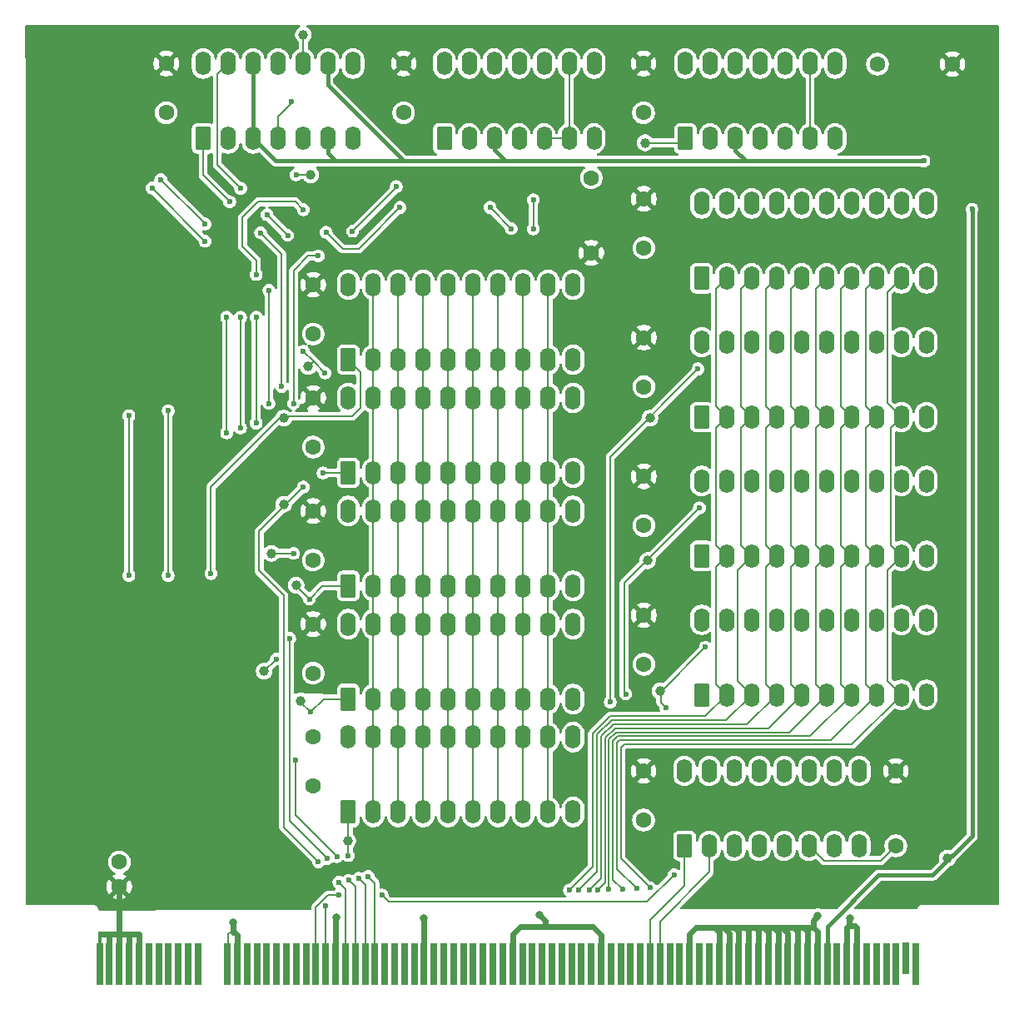
<source format=gbr>
%TF.GenerationSoftware,KiCad,Pcbnew,9.0.5*%
%TF.CreationDate,2025-11-19T18:18:20+02:00*%
%TF.ProjectId,register_file_accum,72656769-7374-4657-925f-66696c655f61,rev?*%
%TF.SameCoordinates,Original*%
%TF.FileFunction,Copper,L1,Top*%
%TF.FilePolarity,Positive*%
%FSLAX46Y46*%
G04 Gerber Fmt 4.6, Leading zero omitted, Abs format (unit mm)*
G04 Created by KiCad (PCBNEW 9.0.5) date 2025-11-19 18:18:20*
%MOMM*%
%LPD*%
G01*
G04 APERTURE LIST*
G04 Aperture macros list*
%AMRoundRect*
0 Rectangle with rounded corners*
0 $1 Rounding radius*
0 $2 $3 $4 $5 $6 $7 $8 $9 X,Y pos of 4 corners*
0 Add a 4 corners polygon primitive as box body*
4,1,4,$2,$3,$4,$5,$6,$7,$8,$9,$2,$3,0*
0 Add four circle primitives for the rounded corners*
1,1,$1+$1,$2,$3*
1,1,$1+$1,$4,$5*
1,1,$1+$1,$6,$7*
1,1,$1+$1,$8,$9*
0 Add four rect primitives between the rounded corners*
20,1,$1+$1,$2,$3,$4,$5,0*
20,1,$1+$1,$4,$5,$6,$7,0*
20,1,$1+$1,$6,$7,$8,$9,0*
20,1,$1+$1,$8,$9,$2,$3,0*%
G04 Aperture macros list end*
%TA.AperFunction,ComponentPad*%
%ADD10C,1.600000*%
%TD*%
%TA.AperFunction,SMDPad,CuDef*%
%ADD11C,1.000000*%
%TD*%
%TA.AperFunction,ComponentPad*%
%ADD12RoundRect,0.250000X0.550000X-0.950000X0.550000X0.950000X-0.550000X0.950000X-0.550000X-0.950000X0*%
%TD*%
%TA.AperFunction,ComponentPad*%
%ADD13O,1.600000X2.400000*%
%TD*%
%TA.AperFunction,ConnectorPad*%
%ADD14R,0.700000X4.300000*%
%TD*%
%TA.AperFunction,ConnectorPad*%
%ADD15R,0.700000X3.200000*%
%TD*%
%TA.AperFunction,ViaPad*%
%ADD16C,0.800000*%
%TD*%
%TA.AperFunction,ViaPad*%
%ADD17C,0.600000*%
%TD*%
%TA.AperFunction,Conductor*%
%ADD18C,0.600000*%
%TD*%
%TA.AperFunction,Conductor*%
%ADD19C,0.200000*%
%TD*%
%TA.AperFunction,Conductor*%
%ADD20C,0.300000*%
%TD*%
%TA.AperFunction,Conductor*%
%ADD21C,0.400000*%
%TD*%
G04 APERTURE END LIST*
D10*
%TO.P,C7,1*%
%TO.N,VCC*%
X73275000Y-130646036D03*
%TO.P,C7,2*%
%TO.N,GND*%
X73275000Y-128146036D03*
%TD*%
D11*
%TO.P,~{LoadXH}1,1,1*%
%TO.N,Net-(XH1-Cp)*%
X92750000Y-58250000D03*
%TD*%
D12*
%TO.P,XH1,1,OE*%
%TO.N,Net-(BC1-~{RXH})*%
X96570000Y-77060000D03*
D13*
%TO.P,XH1,2,D0*%
%TO.N,/DATA0*%
X99110000Y-77060000D03*
%TO.P,XH1,3,D1*%
%TO.N,/DATA1*%
X101650000Y-77060000D03*
%TO.P,XH1,4,D2*%
%TO.N,/DATA2*%
X104190000Y-77060000D03*
%TO.P,XH1,5,D3*%
%TO.N,/DATA3*%
X106730000Y-77060000D03*
%TO.P,XH1,6,D4*%
%TO.N,/DATA4*%
X109270000Y-77060000D03*
%TO.P,XH1,7,D5*%
%TO.N,/DATA5*%
X111810000Y-77060000D03*
%TO.P,XH1,8,D6*%
%TO.N,/DATA6*%
X114350000Y-77060000D03*
%TO.P,XH1,9,D7*%
%TO.N,/DATA7*%
X116890000Y-77060000D03*
%TO.P,XH1,10,GND*%
%TO.N,GND*%
X119430000Y-77060000D03*
%TO.P,XH1,11,Cp*%
%TO.N,Net-(XH1-Cp)*%
X119430000Y-69440000D03*
%TO.P,XH1,12,Q7*%
%TO.N,/DATA7*%
X116890000Y-69440000D03*
%TO.P,XH1,13,Q6*%
%TO.N,/DATA6*%
X114350000Y-69440000D03*
%TO.P,XH1,14,Q5*%
%TO.N,/DATA5*%
X111810000Y-69440000D03*
%TO.P,XH1,15,Q4*%
%TO.N,/DATA4*%
X109270000Y-69440000D03*
%TO.P,XH1,16,Q3*%
%TO.N,/DATA3*%
X106730000Y-69440000D03*
%TO.P,XH1,17,Q2*%
%TO.N,/DATA2*%
X104190000Y-69440000D03*
%TO.P,XH1,18,Q1*%
%TO.N,/DATA1*%
X101650000Y-69440000D03*
%TO.P,XH1,19,Q0*%
%TO.N,/DATA0*%
X99110000Y-69440000D03*
%TO.P,XH1,20,VCC*%
%TO.N,VCC*%
X96570000Y-69440000D03*
%TD*%
D10*
%TO.P,C10,1*%
%TO.N,VCC*%
X78050000Y-46940000D03*
%TO.P,C10,2*%
%TO.N,GND*%
X78050000Y-51940000D03*
%TD*%
%TO.P,C6,1*%
%TO.N,VCC*%
X102200000Y-46940000D03*
%TO.P,C6,2*%
%TO.N,GND*%
X102200000Y-51940000D03*
%TD*%
%TO.P,R6,1*%
%TO.N,Net-(R6-Pad1)*%
X150380000Y-47000000D03*
%TO.P,R6,2*%
%TO.N,VCC*%
X158000000Y-47000000D03*
%TD*%
D12*
%TO.P,YH1,1,OE*%
%TO.N,Net-(BC1-~{RYH})*%
X96570000Y-100060000D03*
D13*
%TO.P,YH1,2,D0*%
%TO.N,/DATA0*%
X99110000Y-100060000D03*
%TO.P,YH1,3,D1*%
%TO.N,/DATA1*%
X101650000Y-100060000D03*
%TO.P,YH1,4,D2*%
%TO.N,/DATA2*%
X104190000Y-100060000D03*
%TO.P,YH1,5,D3*%
%TO.N,/DATA3*%
X106730000Y-100060000D03*
%TO.P,YH1,6,D4*%
%TO.N,/DATA4*%
X109270000Y-100060000D03*
%TO.P,YH1,7,D5*%
%TO.N,/DATA5*%
X111810000Y-100060000D03*
%TO.P,YH1,8,D6*%
%TO.N,/DATA6*%
X114350000Y-100060000D03*
%TO.P,YH1,9,D7*%
%TO.N,/DATA7*%
X116890000Y-100060000D03*
%TO.P,YH1,10,GND*%
%TO.N,GND*%
X119430000Y-100060000D03*
%TO.P,YH1,11,Cp*%
%TO.N,Net-(YH1-Cp)*%
X119430000Y-92440000D03*
%TO.P,YH1,12,Q7*%
%TO.N,/DATA7*%
X116890000Y-92440000D03*
%TO.P,YH1,13,Q6*%
%TO.N,/DATA6*%
X114350000Y-92440000D03*
%TO.P,YH1,14,Q5*%
%TO.N,/DATA5*%
X111810000Y-92440000D03*
%TO.P,YH1,15,Q4*%
%TO.N,/DATA4*%
X109270000Y-92440000D03*
%TO.P,YH1,16,Q3*%
%TO.N,/DATA3*%
X106730000Y-92440000D03*
%TO.P,YH1,17,Q2*%
%TO.N,/DATA2*%
X104190000Y-92440000D03*
%TO.P,YH1,18,Q1*%
%TO.N,/DATA1*%
X101650000Y-92440000D03*
%TO.P,YH1,19,Q0*%
%TO.N,/DATA0*%
X99110000Y-92440000D03*
%TO.P,YH1,20,VCC*%
%TO.N,VCC*%
X96570000Y-92440000D03*
%TD*%
D11*
%TO.P,~{LoadZL}1,1,1*%
%TO.N,Net-(ZL1-Cp)*%
X88750000Y-96750000D03*
%TD*%
D14*
%TO.P,BC1,B1,VCC*%
%TO.N,VCC*%
X71275000Y-138500000D03*
%TO.P,BC1,B2,VCC*%
X72275000Y-138500000D03*
%TO.P,BC1,B3,VCC*%
X73275000Y-138500000D03*
%TO.P,BC1,B4,VCC*%
X74275000Y-138500000D03*
%TO.P,BC1,B5,VCC*%
X75275000Y-138500000D03*
%TO.P,BC1,B6*%
%TO.N,N/C*%
X76275000Y-138500000D03*
%TO.P,BC1,B7*%
X77275000Y-138500000D03*
%TO.P,BC1,B8*%
X78275000Y-138500000D03*
%TO.P,BC1,B9*%
X79275000Y-138500000D03*
%TO.P,BC1,B10*%
X80275000Y-138500000D03*
%TO.P,BC1,B11*%
X81275000Y-138500000D03*
%TO.P,BC1,B12,GND*%
%TO.N,GND*%
X84275000Y-138500000D03*
%TO.P,BC1,B13,GND*%
X85275000Y-138500000D03*
%TO.P,BC1,B14,~{RMEM}*%
%TO.N,unconnected-(BC1-~{RMEM}-PadB14)*%
X86275000Y-138500000D03*
%TO.P,BC1,B15,~{RSPH}*%
%TO.N,unconnected-(BC1-~{RSPH}-PadB15)*%
X87275000Y-138500000D03*
%TO.P,BC1,B16,~{RSPL}*%
%TO.N,unconnected-(BC1-~{RSPL}-PadB16)*%
X88275000Y-138500000D03*
%TO.P,BC1,B17,~{RPCH}*%
%TO.N,unconnected-(BC1-~{RPCH}-PadB17)*%
X89275000Y-138500000D03*
%TO.P,BC1,B18,~{RPCL}*%
%TO.N,unconnected-(BC1-~{RPCL}-PadB18)*%
X90275000Y-138500000D03*
%TO.P,BC1,B19,~{RARGH}*%
%TO.N,unconnected-(BC1-~{RARGH}-PadB19)*%
X91275000Y-138500000D03*
%TO.P,BC1,B20,~{RARGL}*%
%TO.N,unconnected-(BC1-~{RARGL}-PadB20)*%
X92275000Y-138500000D03*
%TO.P,BC1,B21,~{RAC}*%
%TO.N,/~{PASS}*%
X93275000Y-138500000D03*
%TO.P,BC1,B22,~{RXH}*%
%TO.N,Net-(BC1-~{RXH})*%
X94275000Y-138500000D03*
%TO.P,BC1,B23,GND*%
%TO.N,GND*%
X95275000Y-138500000D03*
%TO.P,BC1,B24,~{RYL}*%
%TO.N,Net-(BC1-~{RYL})*%
X96275000Y-138500000D03*
%TO.P,BC1,B25,~{RYH}*%
%TO.N,Net-(BC1-~{RYH})*%
X97275000Y-138500000D03*
%TO.P,BC1,B26,~{RZL}*%
%TO.N,Net-(BC1-~{RZL})*%
X98275000Y-138500000D03*
%TO.P,BC1,B27,~{RZH}*%
%TO.N,Net-(BC1-~{RZH})*%
X99275000Y-138500000D03*
%TO.P,BC1,B28,~{RFR}*%
%TO.N,unconnected-(BC1-~{RFR}-PadB28)*%
X100275000Y-138500000D03*
%TO.P,BC1,B29,~{RCONST}*%
%TO.N,unconnected-(BC1-~{RCONST}-PadB29)*%
X101275000Y-138500000D03*
%TO.P,BC1,B30,~{RALU}*%
%TO.N,unconnected-(BC1-~{RALU}-PadB30)*%
X102275000Y-138500000D03*
%TO.P,BC1,B31,~{RINTC}*%
%TO.N,unconnected-(BC1-~{RINTC}-PadB31)*%
X103275000Y-138500000D03*
%TO.P,BC1,B32,GND*%
%TO.N,GND*%
X104275000Y-138500000D03*
%TO.P,BC1,B33,L0*%
%TO.N,unconnected-(BC1-L0-PadB33)*%
X105275000Y-138500000D03*
%TO.P,BC1,B34,L1*%
%TO.N,unconnected-(BC1-L1-PadB34)*%
X106275000Y-138500000D03*
%TO.P,BC1,B35,L2*%
%TO.N,unconnected-(BC1-L2-PadB35)*%
X107275000Y-138500000D03*
%TO.P,BC1,B36,L3*%
%TO.N,unconnected-(BC1-L3-PadB36)*%
X108275000Y-138500000D03*
%TO.P,BC1,B37,ALUM*%
%TO.N,unconnected-(BC1-ALUM-PadB37)*%
X109275000Y-138500000D03*
%TO.P,BC1,B38,~{ALUCI}*%
%TO.N,unconnected-(BC1-~{ALUCI}-PadB38)*%
X110275000Y-138500000D03*
%TO.P,BC1,B39,FRUpd*%
%TO.N,unconnected-(BC1-FRUpd-PadB39)*%
X111275000Y-138500000D03*
%TO.P,BC1,B40,R0*%
%TO.N,unconnected-(BC1-R0-PadB40)*%
X112275000Y-138500000D03*
%TO.P,BC1,B41,GND*%
%TO.N,GND*%
X113275000Y-138500000D03*
%TO.P,BC1,B42,R1*%
%TO.N,unconnected-(BC1-R1-PadB42)*%
X114275000Y-138500000D03*
%TO.P,BC1,B43,R2*%
%TO.N,unconnected-(BC1-R2-PadB43)*%
X115275000Y-138500000D03*
%TO.P,BC1,B44,R3*%
%TO.N,unconnected-(BC1-R3-PadB44)*%
X116275000Y-138500000D03*
%TO.P,BC1,B45,~{SCCLR}*%
%TO.N,unconnected-(BC1-~{SCCLR}-PadB45)*%
X117275000Y-138500000D03*
%TO.P,BC1,B46,~{HALT}*%
%TO.N,unconnected-(BC1-~{HALT}-PadB46)*%
X118275000Y-138500000D03*
%TO.P,BC1,B47,PCINC*%
%TO.N,unconnected-(BC1-PCINC-PadB47)*%
X119275000Y-138500000D03*
%TO.P,BC1,B48,ALUS0*%
%TO.N,unconnected-(BC1-ALUS0-PadB48)*%
X120275000Y-138500000D03*
%TO.P,BC1,B49,ALUS1*%
%TO.N,unconnected-(BC1-ALUS1-PadB49)*%
X121275000Y-138500000D03*
%TO.P,BC1,B50,GND*%
%TO.N,GND*%
X122275000Y-138500000D03*
%TO.P,BC1,B51,ALUS2*%
%TO.N,unconnected-(BC1-ALUS2-PadB51)*%
X123275000Y-138500000D03*
%TO.P,BC1,B52,ALUS3*%
%TO.N,unconnected-(BC1-ALUS3-PadB52)*%
X124275000Y-138500000D03*
%TO.P,BC1,B53,SPDEC*%
%TO.N,unconnected-(BC1-SPDEC-PadB53)*%
X125275000Y-138500000D03*
%TO.P,BC1,B54,SPINC*%
%TO.N,unconnected-(BC1-SPINC-PadB54)*%
X126275000Y-138500000D03*
%TO.P,BC1,B55,ACSHLEFT*%
%TO.N,/SHL*%
X127275000Y-138500000D03*
%TO.P,BC1,B56,ACSHRIGHT*%
%TO.N,/SHR*%
X128275000Y-138500000D03*
%TO.P,BC1,B57,INTE*%
%TO.N,unconnected-(BC1-INTE-PadB57)*%
X129275000Y-138500000D03*
%TO.P,BC1,B58,~{INTD}*%
%TO.N,unconnected-(BC1-~{INTD}-PadB58)*%
X130275000Y-138500000D03*
%TO.P,BC1,B59,GND*%
%TO.N,GND*%
X131275000Y-138500000D03*
%TO.P,BC1,B60,ADRDEC*%
%TO.N,unconnected-(BC1-ADRDEC-PadB60)*%
X132275000Y-138500000D03*
%TO.P,BC1,B61,ADDRINC*%
%TO.N,unconnected-(BC1-ADDRINC-PadB61)*%
X133275000Y-138500000D03*
%TO.P,BC1,B62,GND*%
%TO.N,GND*%
X134275000Y-138500000D03*
%TO.P,BC1,B63,GND*%
X135275000Y-138500000D03*
%TO.P,BC1,B64,GND*%
X136275000Y-138500000D03*
%TO.P,BC1,B65,GND*%
X137275000Y-138500000D03*
%TO.P,BC1,B66,GND*%
X138275000Y-138500000D03*
%TO.P,BC1,B67,GND*%
X139275000Y-138500000D03*
%TO.P,BC1,B68,GND*%
X140275000Y-138500000D03*
%TO.P,BC1,B69,GND*%
X141275000Y-138500000D03*
%TO.P,BC1,B70,GND*%
X142275000Y-138500000D03*
%TO.P,BC1,B71,GND*%
X143275000Y-138500000D03*
%TO.P,BC1,B72,GND*%
X144275000Y-138500000D03*
%TO.P,BC1,B73,~{CLK}*%
%TO.N,/~{CLK}*%
X145275000Y-138500000D03*
%TO.P,BC1,B74,PULSE*%
%TO.N,unconnected-(BC1-PULSE-PadB74)*%
X146275000Y-138500000D03*
%TO.P,BC1,B75,GND*%
%TO.N,GND*%
X147275000Y-138500000D03*
%TO.P,BC1,B76,GND*%
X148275000Y-138500000D03*
%TO.P,BC1,B77*%
%TO.N,N/C*%
X149275000Y-138500000D03*
%TO.P,BC1,B78*%
X150275000Y-138500000D03*
%TO.P,BC1,B79*%
X151275000Y-138500000D03*
%TO.P,BC1,B80*%
X152275000Y-138500000D03*
D15*
%TO.P,BC1,B81*%
X153275000Y-137950000D03*
D14*
%TO.P,BC1,B82*%
X154275000Y-138500000D03*
%TD*%
D11*
%TO.P,~{ReadZL}1,1,1*%
%TO.N,Net-(BC1-~{RZL})*%
X91750000Y-111750000D03*
%TD*%
%TO.P,~{PassXL}1,1,1*%
%TO.N,/~{RAC}*%
X127250000Y-83000000D03*
%TD*%
%TO.P,~{ReadZH}1,1,1*%
%TO.N,Net-(BC1-~{RZH})*%
X96500000Y-126000000D03*
%TD*%
%TO.P,~{LeftXL}1,1,1*%
%TO.N,/ACSHLEFT*%
X128250000Y-110750000D03*
%TD*%
D10*
%TO.P,C11,1*%
%TO.N,VCC*%
X126600000Y-46940000D03*
%TO.P,C11,2*%
%TO.N,GND*%
X126600000Y-51940000D03*
%TD*%
%TO.P,C14,1*%
%TO.N,VCC*%
X126630000Y-103045000D03*
%TO.P,C14,2*%
%TO.N,GND*%
X126630000Y-108045000D03*
%TD*%
D12*
%TO.P,ZL1,1,OE*%
%TO.N,Net-(BC1-~{RZL})*%
X96570000Y-111560000D03*
D13*
%TO.P,ZL1,2,D0*%
%TO.N,/DATA0*%
X99110000Y-111560000D03*
%TO.P,ZL1,3,D1*%
%TO.N,/DATA1*%
X101650000Y-111560000D03*
%TO.P,ZL1,4,D2*%
%TO.N,/DATA2*%
X104190000Y-111560000D03*
%TO.P,ZL1,5,D3*%
%TO.N,/DATA3*%
X106730000Y-111560000D03*
%TO.P,ZL1,6,D4*%
%TO.N,/DATA4*%
X109270000Y-111560000D03*
%TO.P,ZL1,7,D5*%
%TO.N,/DATA5*%
X111810000Y-111560000D03*
%TO.P,ZL1,8,D6*%
%TO.N,/DATA6*%
X114350000Y-111560000D03*
%TO.P,ZL1,9,D7*%
%TO.N,/DATA7*%
X116890000Y-111560000D03*
%TO.P,ZL1,10,GND*%
%TO.N,GND*%
X119430000Y-111560000D03*
%TO.P,ZL1,11,Cp*%
%TO.N,Net-(ZL1-Cp)*%
X119430000Y-103940000D03*
%TO.P,ZL1,12,Q7*%
%TO.N,/DATA7*%
X116890000Y-103940000D03*
%TO.P,ZL1,13,Q6*%
%TO.N,/DATA6*%
X114350000Y-103940000D03*
%TO.P,ZL1,14,Q5*%
%TO.N,/DATA5*%
X111810000Y-103940000D03*
%TO.P,ZL1,15,Q4*%
%TO.N,/DATA4*%
X109270000Y-103940000D03*
%TO.P,ZL1,16,Q3*%
%TO.N,/DATA3*%
X106730000Y-103940000D03*
%TO.P,ZL1,17,Q2*%
%TO.N,/DATA2*%
X104190000Y-103940000D03*
%TO.P,ZL1,18,Q1*%
%TO.N,/DATA1*%
X101650000Y-103940000D03*
%TO.P,ZL1,19,Q0*%
%TO.N,/DATA0*%
X99110000Y-103940000D03*
%TO.P,ZL1,20,VCC*%
%TO.N,VCC*%
X96570000Y-103940000D03*
%TD*%
D10*
%TO.P,R5,1*%
%TO.N,VCC*%
X121275000Y-66185000D03*
%TO.P,R5,2*%
%TO.N,Net-(R5-Pad2)*%
X121275000Y-58565000D03*
%TD*%
D12*
%TO.P,ZH1,1,OE*%
%TO.N,Net-(BC1-~{RZH})*%
X96570000Y-123060000D03*
D13*
%TO.P,ZH1,2,D0*%
%TO.N,/DATA0*%
X99110000Y-123060000D03*
%TO.P,ZH1,3,D1*%
%TO.N,/DATA1*%
X101650000Y-123060000D03*
%TO.P,ZH1,4,D2*%
%TO.N,/DATA2*%
X104190000Y-123060000D03*
%TO.P,ZH1,5,D3*%
%TO.N,/DATA3*%
X106730000Y-123060000D03*
%TO.P,ZH1,6,D4*%
%TO.N,/DATA4*%
X109270000Y-123060000D03*
%TO.P,ZH1,7,D5*%
%TO.N,/DATA5*%
X111810000Y-123060000D03*
%TO.P,ZH1,8,D6*%
%TO.N,/DATA6*%
X114350000Y-123060000D03*
%TO.P,ZH1,9,D7*%
%TO.N,/DATA7*%
X116890000Y-123060000D03*
%TO.P,ZH1,10,GND*%
%TO.N,GND*%
X119430000Y-123060000D03*
%TO.P,ZH1,11,Cp*%
%TO.N,Net-(ZH1-Cp)*%
X119430000Y-115440000D03*
%TO.P,ZH1,12,Q7*%
%TO.N,/DATA7*%
X116890000Y-115440000D03*
%TO.P,ZH1,13,Q6*%
%TO.N,/DATA6*%
X114350000Y-115440000D03*
%TO.P,ZH1,14,Q5*%
%TO.N,/DATA5*%
X111810000Y-115440000D03*
%TO.P,ZH1,15,Q4*%
%TO.N,/DATA4*%
X109270000Y-115440000D03*
%TO.P,ZH1,16,Q3*%
%TO.N,/DATA3*%
X106730000Y-115440000D03*
%TO.P,ZH1,17,Q2*%
%TO.N,/DATA2*%
X104190000Y-115440000D03*
%TO.P,ZH1,18,Q1*%
%TO.N,/DATA1*%
X101650000Y-115440000D03*
%TO.P,ZH1,19,Q0*%
%TO.N,/DATA0*%
X99110000Y-115440000D03*
%TO.P,ZH1,20,VCC*%
%TO.N,VCC*%
X96570000Y-115440000D03*
%TD*%
D10*
%TO.P,C2,1*%
%TO.N,GND*%
X93000000Y-85940000D03*
%TO.P,C2,2*%
%TO.N,VCC*%
X93000000Y-80940000D03*
%TD*%
%TO.P,C5,1*%
%TO.N,GND*%
X93000000Y-120440000D03*
%TO.P,C5,2*%
%TO.N,VCC*%
X93000000Y-115440000D03*
%TD*%
%TO.P,C4,1*%
%TO.N,GND*%
X93000000Y-74440000D03*
%TO.P,C4,2*%
%TO.N,VCC*%
X93000000Y-69440000D03*
%TD*%
D11*
%TO.P,~{Clock}1,1,1*%
%TO.N,/~{CLK}*%
X157500000Y-127750000D03*
%TD*%
%TO.P,~{LoadZH}1,1,1*%
%TO.N,Net-(ZH1-Cp)*%
X88000000Y-108750000D03*
%TD*%
D10*
%TO.P,R7,1*%
%TO.N,VCC*%
X152250000Y-118880000D03*
%TO.P,R7,2*%
%TO.N,Net-(U4-E3)*%
X152250000Y-126500000D03*
%TD*%
%TO.P,C3,1*%
%TO.N,GND*%
X93000000Y-97440000D03*
%TO.P,C3,2*%
%TO.N,VCC*%
X93000000Y-92440000D03*
%TD*%
%TO.P,C9,1*%
%TO.N,VCC*%
X126630000Y-60690000D03*
%TO.P,C9,2*%
%TO.N,GND*%
X126630000Y-65690000D03*
%TD*%
%TO.P,C1,1*%
%TO.N,GND*%
X93000000Y-108940000D03*
%TO.P,C1,2*%
%TO.N,VCC*%
X93000000Y-103940000D03*
%TD*%
D12*
%TO.P,U2,1*%
%TO.N,Net-(ZL1-Cp)*%
X106320000Y-54560000D03*
D13*
%TO.P,U2,2*%
%TO.N,Net-(BC1-~{LZL})*%
X108860000Y-54560000D03*
%TO.P,U2,3*%
%TO.N,/~{CLK}*%
X111400000Y-54560000D03*
%TO.P,U2,4*%
%TO.N,unconnected-(U2-Pad4)*%
X113940000Y-54560000D03*
%TO.P,U2,5*%
%TO.N,Net-(R5-Pad2)*%
X116480000Y-54560000D03*
%TO.P,U2,6*%
X119020000Y-54560000D03*
%TO.P,U2,7,GND*%
%TO.N,GND*%
X121560000Y-54560000D03*
%TO.P,U2,8*%
%TO.N,Net-(R5-Pad2)*%
X121560000Y-46940000D03*
%TO.P,U2,9*%
X119020000Y-46940000D03*
%TO.P,U2,10*%
%TO.N,unconnected-(U2-Pad10)*%
X116480000Y-46940000D03*
%TO.P,U2,11*%
%TO.N,Net-(R5-Pad2)*%
X113940000Y-46940000D03*
%TO.P,U2,12*%
X111400000Y-46940000D03*
%TO.P,U2,13*%
%TO.N,unconnected-(U2-Pad13)*%
X108860000Y-46940000D03*
%TO.P,U2,14,VCC*%
%TO.N,VCC*%
X106320000Y-46940000D03*
%TD*%
D11*
%TO.P,~{ReadYH}1,1,1*%
%TO.N,Net-(BC1-~{RYH})*%
X91250000Y-100000000D03*
%TD*%
D10*
%TO.P,C13,1*%
%TO.N,VCC*%
X126630000Y-74811667D03*
%TO.P,C13,2*%
%TO.N,GND*%
X126630000Y-79811667D03*
%TD*%
D11*
%TO.P,~{LoadXL}1,1,1*%
%TO.N,Net-(XL1-Cp)*%
X126750000Y-55000000D03*
%TD*%
D10*
%TO.P,C12,1*%
%TO.N,VCC*%
X126600000Y-118880000D03*
%TO.P,C12,2*%
%TO.N,GND*%
X126600000Y-123880000D03*
%TD*%
D12*
%TO.P,XL1,1,OE*%
%TO.N,GND*%
X132495000Y-68780000D03*
D13*
%TO.P,XL1,2,D0*%
%TO.N,/DATA0*%
X135035000Y-68780000D03*
%TO.P,XL1,3,D1*%
%TO.N,/DATA1*%
X137575000Y-68780000D03*
%TO.P,XL1,4,D2*%
%TO.N,/DATA2*%
X140115000Y-68780000D03*
%TO.P,XL1,5,D3*%
%TO.N,/DATA3*%
X142655000Y-68780000D03*
%TO.P,XL1,6,D4*%
%TO.N,/DATA4*%
X145195000Y-68780000D03*
%TO.P,XL1,7,D5*%
%TO.N,/DATA5*%
X147735000Y-68780000D03*
%TO.P,XL1,8,D6*%
%TO.N,/DATA6*%
X150275000Y-68780000D03*
%TO.P,XL1,9,D7*%
%TO.N,/DATA7*%
X152815000Y-68780000D03*
%TO.P,XL1,10,GND*%
%TO.N,GND*%
X155355000Y-68780000D03*
%TO.P,XL1,11,Cp*%
%TO.N,Net-(XL1-Cp)*%
X155355000Y-61160000D03*
%TO.P,XL1,12,Q7*%
%TO.N,/ACCUM7*%
X152815000Y-61160000D03*
%TO.P,XL1,13,Q6*%
%TO.N,/ACCUM6*%
X150275000Y-61160000D03*
%TO.P,XL1,14,Q5*%
%TO.N,/ACCUM5*%
X147735000Y-61160000D03*
%TO.P,XL1,15,Q4*%
%TO.N,/ACCUM4*%
X145195000Y-61160000D03*
%TO.P,XL1,16,Q3*%
%TO.N,/ACCUM3*%
X142655000Y-61160000D03*
%TO.P,XL1,17,Q2*%
%TO.N,/ACCUM2*%
X140115000Y-61160000D03*
%TO.P,XL1,18,Q1*%
%TO.N,/ACCUM1*%
X137575000Y-61160000D03*
%TO.P,XL1,19,Q0*%
%TO.N,/ACCUM0*%
X135035000Y-61160000D03*
%TO.P,XL1,20,VCC*%
%TO.N,VCC*%
X132495000Y-61160000D03*
%TD*%
D12*
%TO.P,U8,1,A->B*%
%TO.N,GND*%
X132495000Y-97018333D03*
D13*
%TO.P,U8,2,A0*%
%TO.N,/DATA0*%
X135035000Y-97018333D03*
%TO.P,U8,3,A1*%
%TO.N,/DATA1*%
X137575000Y-97018333D03*
%TO.P,U8,4,A2*%
%TO.N,/DATA2*%
X140115000Y-97018333D03*
%TO.P,U8,5,A3*%
%TO.N,/DATA3*%
X142655000Y-97018333D03*
%TO.P,U8,6,A4*%
%TO.N,/DATA4*%
X145195000Y-97018333D03*
%TO.P,U8,7,A5*%
%TO.N,/DATA5*%
X147735000Y-97018333D03*
%TO.P,U8,8,A6*%
%TO.N,/DATA6*%
X150275000Y-97018333D03*
%TO.P,U8,9,A7*%
%TO.N,/DATA7*%
X152815000Y-97018333D03*
%TO.P,U8,10,GND*%
%TO.N,GND*%
X155355000Y-97018333D03*
%TO.P,U8,11,B7*%
X155355000Y-89398333D03*
%TO.P,U8,12,B6*%
%TO.N,/ACCUM7*%
X152815000Y-89398333D03*
%TO.P,U8,13,B5*%
%TO.N,/ACCUM6*%
X150275000Y-89398333D03*
%TO.P,U8,14,B4*%
%TO.N,/ACCUM5*%
X147735000Y-89398333D03*
%TO.P,U8,15,B3*%
%TO.N,/ACCUM4*%
X145195000Y-89398333D03*
%TO.P,U8,16,B2*%
%TO.N,/ACCUM3*%
X142655000Y-89398333D03*
%TO.P,U8,17,B1*%
%TO.N,/ACCUM2*%
X140115000Y-89398333D03*
%TO.P,U8,18,B0*%
%TO.N,/ACCUM1*%
X137575000Y-89398333D03*
%TO.P,U8,19,CE*%
%TO.N,/ACSHRIGHT*%
X135035000Y-89398333D03*
%TO.P,U8,20,VCC*%
%TO.N,VCC*%
X132495000Y-89398333D03*
%TD*%
D12*
%TO.P,U4,1,A0*%
%TO.N,/SHL*%
X130750000Y-126500000D03*
D13*
%TO.P,U4,2,A1*%
%TO.N,/SHR*%
X133290000Y-126500000D03*
%TO.P,U4,3,A2*%
%TO.N,/~{PASS}*%
X135830000Y-126500000D03*
%TO.P,U4,4,E1*%
%TO.N,GND*%
X138370000Y-126500000D03*
%TO.P,U4,5,E2*%
X140910000Y-126500000D03*
%TO.P,U4,6,E3*%
%TO.N,Net-(U4-E3)*%
X143450000Y-126500000D03*
%TO.P,U4,7,O7*%
%TO.N,unconnected-(U4-O7-Pad7)*%
X145990000Y-126500000D03*
%TO.P,U4,8,GND*%
%TO.N,GND*%
X148530000Y-126500000D03*
%TO.P,U4,9,O6*%
%TO.N,unconnected-(U4-O6-Pad9)*%
X148530000Y-118880000D03*
%TO.P,U4,10,O5*%
%TO.N,unconnected-(U4-O5-Pad10)*%
X145990000Y-118880000D03*
%TO.P,U4,11,O4*%
%TO.N,unconnected-(U4-O4-Pad11)*%
X143450000Y-118880000D03*
%TO.P,U4,12,O3*%
%TO.N,unconnected-(U4-O3-Pad12)*%
X140910000Y-118880000D03*
%TO.P,U4,13,O2*%
%TO.N,/ACSHRIGHT*%
X138370000Y-118880000D03*
%TO.P,U4,14,O1*%
%TO.N,/ACSHLEFT*%
X135830000Y-118880000D03*
%TO.P,U4,15,O0*%
%TO.N,/~{RAC}*%
X133290000Y-118880000D03*
%TO.P,U4,16,VCC*%
%TO.N,VCC*%
X130750000Y-118880000D03*
%TD*%
D10*
%TO.P,C15,1*%
%TO.N,VCC*%
X126630000Y-88928333D03*
%TO.P,C15,2*%
%TO.N,GND*%
X126630000Y-93928333D03*
%TD*%
D12*
%TO.P,U1,1*%
%TO.N,Net-(ZH1-Cp)*%
X81800000Y-54560000D03*
D13*
%TO.P,U1,2*%
%TO.N,Net-(BC1-~{LZH})*%
X84340000Y-54560000D03*
%TO.P,U1,3*%
%TO.N,/~{CLK}*%
X86880000Y-54560000D03*
%TO.P,U1,4*%
%TO.N,Net-(XH1-Cp)*%
X89420000Y-54560000D03*
%TO.P,U1,5*%
%TO.N,Net-(BC1-~{LXH})*%
X91960000Y-54560000D03*
%TO.P,U1,6*%
%TO.N,/~{CLK}*%
X94500000Y-54560000D03*
%TO.P,U1,7,GND*%
%TO.N,GND*%
X97040000Y-54560000D03*
%TO.P,U1,8*%
%TO.N,Net-(BC1-~{LYH})*%
X97040000Y-46940000D03*
%TO.P,U1,9*%
%TO.N,/~{CLK}*%
X94500000Y-46940000D03*
%TO.P,U1,10*%
%TO.N,Net-(YH1-Cp)*%
X91960000Y-46940000D03*
%TO.P,U1,11*%
%TO.N,Net-(BC1-~{LYL})*%
X89420000Y-46940000D03*
%TO.P,U1,12*%
%TO.N,/~{CLK}*%
X86880000Y-46940000D03*
%TO.P,U1,13*%
%TO.N,Net-(YL1-Cp)*%
X84340000Y-46940000D03*
%TO.P,U1,14,VCC*%
%TO.N,VCC*%
X81800000Y-46940000D03*
%TD*%
D12*
%TO.P,YL1,1,OE*%
%TO.N,Net-(BC1-~{RYL})*%
X96570000Y-88560000D03*
D13*
%TO.P,YL1,2,D0*%
%TO.N,/DATA0*%
X99110000Y-88560000D03*
%TO.P,YL1,3,D1*%
%TO.N,/DATA1*%
X101650000Y-88560000D03*
%TO.P,YL1,4,D2*%
%TO.N,/DATA2*%
X104190000Y-88560000D03*
%TO.P,YL1,5,D3*%
%TO.N,/DATA3*%
X106730000Y-88560000D03*
%TO.P,YL1,6,D4*%
%TO.N,/DATA4*%
X109270000Y-88560000D03*
%TO.P,YL1,7,D5*%
%TO.N,/DATA5*%
X111810000Y-88560000D03*
%TO.P,YL1,8,D6*%
%TO.N,/DATA6*%
X114350000Y-88560000D03*
%TO.P,YL1,9,D7*%
%TO.N,/DATA7*%
X116890000Y-88560000D03*
%TO.P,YL1,10,GND*%
%TO.N,GND*%
X119430000Y-88560000D03*
%TO.P,YL1,11,Cp*%
%TO.N,Net-(YL1-Cp)*%
X119430000Y-80940000D03*
%TO.P,YL1,12,Q7*%
%TO.N,/DATA7*%
X116890000Y-80940000D03*
%TO.P,YL1,13,Q6*%
%TO.N,/DATA6*%
X114350000Y-80940000D03*
%TO.P,YL1,14,Q5*%
%TO.N,/DATA5*%
X111810000Y-80940000D03*
%TO.P,YL1,15,Q4*%
%TO.N,/DATA4*%
X109270000Y-80940000D03*
%TO.P,YL1,16,Q3*%
%TO.N,/DATA3*%
X106730000Y-80940000D03*
%TO.P,YL1,17,Q2*%
%TO.N,/DATA2*%
X104190000Y-80940000D03*
%TO.P,YL1,18,Q1*%
%TO.N,/DATA1*%
X101650000Y-80940000D03*
%TO.P,YL1,19,Q0*%
%TO.N,/DATA0*%
X99110000Y-80940000D03*
%TO.P,YL1,20,VCC*%
%TO.N,VCC*%
X96570000Y-80940000D03*
%TD*%
D11*
%TO.P,~{LoadYH}1,1,1*%
%TO.N,Net-(YH1-Cp)*%
X92000000Y-44000000D03*
%TD*%
%TO.P,~{ReadYL}1,1,1*%
%TO.N,Net-(BC1-~{RYL})*%
X90000000Y-91750000D03*
%TD*%
%TO.P,~{ReadXH}1,1,1*%
%TO.N,Net-(BC1-~{RXH})*%
X90000000Y-83000000D03*
%TD*%
%TO.P,~{RightXL}1,1,1*%
%TO.N,/ACSHRIGHT*%
X127000000Y-97500000D03*
%TD*%
D12*
%TO.P,U3,1*%
%TO.N,Net-(XL1-Cp)*%
X130840000Y-54560000D03*
D13*
%TO.P,U3,2*%
%TO.N,/LAC*%
X133380000Y-54560000D03*
%TO.P,U3,3*%
%TO.N,/~{CLK}*%
X135920000Y-54560000D03*
%TO.P,U3,4*%
%TO.N,unconnected-(U3-Pad4)*%
X138460000Y-54560000D03*
%TO.P,U3,5*%
%TO.N,Net-(R6-Pad1)*%
X141000000Y-54560000D03*
%TO.P,U3,6*%
X143540000Y-54560000D03*
%TO.P,U3,7,GND*%
%TO.N,GND*%
X146080000Y-54560000D03*
%TO.P,U3,8*%
%TO.N,Net-(R6-Pad1)*%
X146080000Y-46940000D03*
%TO.P,U3,9*%
X143540000Y-46940000D03*
%TO.P,U3,10*%
%TO.N,unconnected-(U3-Pad10)*%
X141000000Y-46940000D03*
%TO.P,U3,11*%
%TO.N,Net-(R6-Pad1)*%
X138460000Y-46940000D03*
%TO.P,U3,12*%
X135920000Y-46940000D03*
%TO.P,U3,13*%
%TO.N,unconnected-(U3-Pad13)*%
X133380000Y-46940000D03*
%TO.P,U3,14,VCC*%
%TO.N,VCC*%
X130840000Y-46940000D03*
%TD*%
D11*
%TO.P,Power1,1,1*%
%TO.N,VCC*%
X81000000Y-126750000D03*
%TD*%
%TO.P,~{LoadYL}1,1,1*%
%TO.N,Net-(YL1-Cp)*%
X92500000Y-77750000D03*
%TD*%
D12*
%TO.P,U6,1,A->B*%
%TO.N,GND*%
X132495000Y-82901667D03*
D13*
%TO.P,U6,2,A0*%
%TO.N,/DATA0*%
X135035000Y-82901667D03*
%TO.P,U6,3,A1*%
%TO.N,/DATA1*%
X137575000Y-82901667D03*
%TO.P,U6,4,A2*%
%TO.N,/DATA2*%
X140115000Y-82901667D03*
%TO.P,U6,5,A3*%
%TO.N,/DATA3*%
X142655000Y-82901667D03*
%TO.P,U6,6,A4*%
%TO.N,/DATA4*%
X145195000Y-82901667D03*
%TO.P,U6,7,A5*%
%TO.N,/DATA5*%
X147735000Y-82901667D03*
%TO.P,U6,8,A6*%
%TO.N,/DATA6*%
X150275000Y-82901667D03*
%TO.P,U6,9,A7*%
%TO.N,/DATA7*%
X152815000Y-82901667D03*
%TO.P,U6,10,GND*%
%TO.N,GND*%
X155355000Y-82901667D03*
%TO.P,U6,11,B7*%
%TO.N,/ACCUM7*%
X155355000Y-75281667D03*
%TO.P,U6,12,B6*%
%TO.N,/ACCUM6*%
X152815000Y-75281667D03*
%TO.P,U6,13,B5*%
%TO.N,/ACCUM5*%
X150275000Y-75281667D03*
%TO.P,U6,14,B4*%
%TO.N,/ACCUM4*%
X147735000Y-75281667D03*
%TO.P,U6,15,B3*%
%TO.N,/ACCUM3*%
X145195000Y-75281667D03*
%TO.P,U6,16,B2*%
%TO.N,/ACCUM2*%
X142655000Y-75281667D03*
%TO.P,U6,17,B1*%
%TO.N,/ACCUM1*%
X140115000Y-75281667D03*
%TO.P,U6,18,B0*%
%TO.N,/ACCUM0*%
X137575000Y-75281667D03*
%TO.P,U6,19,CE*%
%TO.N,/~{RAC}*%
X135035000Y-75281667D03*
%TO.P,U6,20,VCC*%
%TO.N,VCC*%
X132495000Y-75281667D03*
%TD*%
D12*
%TO.P,U7,1,A->B*%
%TO.N,GND*%
X132495000Y-111135000D03*
D13*
%TO.P,U7,2,A0*%
%TO.N,/DATA0*%
X135035000Y-111135000D03*
%TO.P,U7,3,A1*%
%TO.N,/DATA1*%
X137575000Y-111135000D03*
%TO.P,U7,4,A2*%
%TO.N,/DATA2*%
X140115000Y-111135000D03*
%TO.P,U7,5,A3*%
%TO.N,/DATA3*%
X142655000Y-111135000D03*
%TO.P,U7,6,A4*%
%TO.N,/DATA4*%
X145195000Y-111135000D03*
%TO.P,U7,7,A5*%
%TO.N,/DATA5*%
X147735000Y-111135000D03*
%TO.P,U7,8,A6*%
%TO.N,/DATA6*%
X150275000Y-111135000D03*
%TO.P,U7,9,A7*%
%TO.N,/DATA7*%
X152815000Y-111135000D03*
%TO.P,U7,10,GND*%
%TO.N,GND*%
X155355000Y-111135000D03*
%TO.P,U7,11,B7*%
%TO.N,/ACCUM6*%
X155355000Y-103515000D03*
%TO.P,U7,12,B6*%
%TO.N,/ACCUM5*%
X152815000Y-103515000D03*
%TO.P,U7,13,B5*%
%TO.N,/ACCUM4*%
X150275000Y-103515000D03*
%TO.P,U7,14,B4*%
%TO.N,/ACCUM3*%
X147735000Y-103515000D03*
%TO.P,U7,15,B3*%
%TO.N,/ACCUM2*%
X145195000Y-103515000D03*
%TO.P,U7,16,B2*%
%TO.N,/ACCUM1*%
X142655000Y-103515000D03*
%TO.P,U7,17,B1*%
%TO.N,/ACCUM0*%
X140115000Y-103515000D03*
%TO.P,U7,18,B0*%
%TO.N,GND*%
X137575000Y-103515000D03*
%TO.P,U7,19,CE*%
%TO.N,/ACSHLEFT*%
X135035000Y-103515000D03*
%TO.P,U7,20,VCC*%
%TO.N,VCC*%
X132495000Y-103515000D03*
%TD*%
D16*
%TO.N,GND*%
X144325000Y-133600000D03*
X104275000Y-133900000D03*
X147625000Y-133850000D03*
X84825000Y-134300000D03*
X116025000Y-133500000D03*
X95325000Y-133800000D03*
D17*
%TO.N,Net-(BC1-~{RYH})*%
X90600000Y-105400000D03*
X92600000Y-101400000D03*
X94400000Y-127800000D03*
X96600000Y-130000000D03*
%TO.N,Net-(BC1-~{LZL})*%
X87200000Y-72750000D03*
X94300000Y-64100000D03*
X87200000Y-83500000D03*
X92000000Y-61800000D03*
X87200000Y-68400000D03*
X101825000Y-61575000D03*
%TO.N,/DATA0*%
X119050000Y-131000000D03*
%TO.N,VCC*%
X71426000Y-135500000D03*
X73275000Y-132250000D03*
X73275000Y-135500000D03*
X72275000Y-135500000D03*
X75275000Y-135500000D03*
D16*
X119250000Y-118000000D03*
D17*
X73275000Y-134000000D03*
X74275000Y-135500000D03*
%TO.N,Net-(BC1-~{RZH})*%
X98600000Y-129600000D03*
X96570000Y-127500000D03*
%TO.N,/~{CLK}*%
X160000000Y-61750000D03*
X155100000Y-56850000D03*
%TO.N,Net-(BC1-~{RZL})*%
X95400000Y-127600000D03*
X97600000Y-129800000D03*
X92700000Y-112900000D03*
X91200000Y-117800000D03*
%TO.N,/~{PASS}*%
X100000000Y-131500000D03*
X129700000Y-129450000D03*
X95600000Y-131500000D03*
%TO.N,/DATA5*%
X124450000Y-130900000D03*
%TO.N,Net-(BC1-~{RYL})*%
X92000000Y-90000000D03*
X95600000Y-130200000D03*
X93525000Y-128125000D03*
X94000000Y-88560000D03*
%TO.N,/DATA7*%
X127275000Y-130775000D03*
%TO.N,/LAC*%
X74250000Y-82750000D03*
X74250000Y-99000000D03*
%TO.N,Net-(BC1-~{LZH})*%
X88500000Y-70000000D03*
X88500000Y-81500000D03*
%TO.N,Net-(BC1-~{LYH})*%
X85600000Y-84000000D03*
X85600000Y-72750000D03*
X82000000Y-63250000D03*
X77500000Y-58750000D03*
%TO.N,/DATA4*%
X123025000Y-130925000D03*
%TO.N,/DATA3*%
X121950000Y-130950000D03*
%TO.N,Net-(BC1-~{RXH})*%
X82600000Y-98800000D03*
X94275000Y-132600000D03*
%TO.N,/DATA6*%
X125875000Y-130825000D03*
%TO.N,Net-(BC1-~{LYL})*%
X84200000Y-84500000D03*
X82000000Y-65000000D03*
X84200000Y-72750000D03*
X76600000Y-59600000D03*
%TO.N,Net-(BC1-~{LXH})*%
X78250000Y-99000000D03*
X78250000Y-82250000D03*
%TO.N,/DATA1*%
X120025000Y-130975000D03*
%TO.N,Net-(YL1-Cp)*%
X90400000Y-64400000D03*
X94200000Y-78400000D03*
X88300000Y-62300000D03*
X85625000Y-59625000D03*
X92000000Y-76200000D03*
%TO.N,Net-(XH1-Cp)*%
X91250000Y-58250000D03*
X90800000Y-50850000D03*
X115379000Y-63750000D03*
X115379000Y-60800000D03*
%TO.N,Net-(ZH1-Cp)*%
X84500000Y-61000000D03*
X89800000Y-79800000D03*
X87650000Y-64150000D03*
X89250000Y-107500000D03*
%TO.N,Net-(YH1-Cp)*%
X113128525Y-63721475D03*
X110978525Y-61571475D03*
%TO.N,Net-(ZL1-Cp)*%
X91000000Y-96750000D03*
X101440000Y-59440000D03*
X97000000Y-64000000D03*
X91000000Y-81500000D03*
X93500000Y-66500000D03*
%TO.N,/DATA2*%
X121075000Y-130975000D03*
%TO.N,/ACSHRIGHT*%
X124775000Y-111050000D03*
X132275000Y-92125000D03*
%TO.N,/ACSHLEFT*%
X128862500Y-112412500D03*
X132875000Y-106300000D03*
%TO.N,/~{RAC}*%
X132125000Y-78000000D03*
X123200000Y-111875000D03*
%TD*%
D18*
%TO.N,GND*%
X85275000Y-135550000D02*
X85025000Y-135300000D01*
X139825000Y-134800000D02*
X140725000Y-134800000D01*
X140725000Y-134800000D02*
X141275000Y-135350000D01*
X148275000Y-134800000D02*
X148075000Y-134600000D01*
X131275000Y-135450000D02*
X131925000Y-134800000D01*
X143825000Y-134100000D02*
X144325000Y-133600000D01*
X133225000Y-134800000D02*
X133825000Y-134800000D01*
X131275000Y-135450000D02*
X131275000Y-138500000D01*
X140275000Y-135250000D02*
X140275000Y-138500000D01*
X143275000Y-135250000D02*
X143275000Y-138500000D01*
X122275000Y-135550000D02*
X122275000Y-138500000D01*
X137925000Y-134800000D02*
X138825000Y-134800000D01*
X144275000Y-135250000D02*
X144275000Y-138500000D01*
D19*
X84825000Y-135300000D02*
X84525000Y-135300000D01*
D18*
X116625000Y-134100000D02*
X116025000Y-133500000D01*
X133225000Y-134800000D02*
X134725000Y-134800000D01*
X142275000Y-135250000D02*
X142275000Y-138500000D01*
X148275000Y-138500000D02*
X148275000Y-134800000D01*
X139825000Y-134800000D02*
X140275000Y-135250000D01*
X147475000Y-134000000D02*
X147625000Y-133850000D01*
X114025000Y-134700000D02*
X116625000Y-134700000D01*
X135825000Y-134800000D02*
X136275000Y-135250000D01*
X95275000Y-138500000D02*
X95275000Y-133850000D01*
X116625000Y-134700000D02*
X116625000Y-134100000D01*
X135025000Y-134800000D02*
X135825000Y-134800000D01*
D19*
X84326000Y-135499000D02*
X84326000Y-138500000D01*
D18*
X134275000Y-135250000D02*
X134275000Y-138500000D01*
X141825000Y-134800000D02*
X142825000Y-134800000D01*
X134725000Y-134800000D02*
X135025000Y-134800000D01*
X137275000Y-135150000D02*
X137275000Y-138500000D01*
X141825000Y-134800000D02*
X142275000Y-135250000D01*
X147475000Y-134600000D02*
X147275000Y-134800000D01*
D19*
X84525000Y-135300000D02*
X84326000Y-135499000D01*
D18*
X138825000Y-134800000D02*
X139825000Y-134800000D01*
X140725000Y-134800000D02*
X141825000Y-134800000D01*
X138275000Y-135150000D02*
X138275000Y-138500000D01*
X116625000Y-134700000D02*
X121425000Y-134700000D01*
X143825000Y-134800000D02*
X144275000Y-135250000D01*
X113275000Y-135450000D02*
X114025000Y-134700000D01*
X143825000Y-134800000D02*
X143825000Y-134100000D01*
X137925000Y-134800000D02*
X138275000Y-135150000D01*
X131925000Y-134800000D02*
X133225000Y-134800000D01*
X84825000Y-135300000D02*
X84825000Y-134500000D01*
X113275000Y-135450000D02*
X113275000Y-138500000D01*
D19*
X95275000Y-133850000D02*
X95325000Y-133800000D01*
D18*
X138825000Y-134800000D02*
X139275000Y-135250000D01*
X136925000Y-134800000D02*
X137275000Y-135150000D01*
X85275000Y-138500000D02*
X85275000Y-135550000D01*
X135275000Y-135350000D02*
X135275000Y-138500000D01*
X136275000Y-135250000D02*
X136275000Y-138500000D01*
X148075000Y-134600000D02*
X147475000Y-134600000D01*
X134725000Y-134800000D02*
X135275000Y-135350000D01*
X135825000Y-134800000D02*
X136925000Y-134800000D01*
X136925000Y-134800000D02*
X137925000Y-134800000D01*
X142825000Y-134800000D02*
X143275000Y-135250000D01*
X133825000Y-134800000D02*
X134275000Y-135250000D01*
X147275000Y-134800000D02*
X147275000Y-138500000D01*
X139275000Y-135250000D02*
X139275000Y-138500000D01*
X141275000Y-135350000D02*
X141275000Y-138500000D01*
X147475000Y-134600000D02*
X147475000Y-134000000D01*
X142825000Y-134800000D02*
X143825000Y-134800000D01*
D19*
X85025000Y-135300000D02*
X84825000Y-135300000D01*
D18*
X104275000Y-133900000D02*
X104275000Y-138500000D01*
X121425000Y-134700000D02*
X122275000Y-135550000D01*
D19*
%TO.N,Net-(BC1-~{RYH})*%
X93940000Y-100060000D02*
X96570000Y-100060000D01*
X94400000Y-127800000D02*
X90600000Y-124000000D01*
X96600000Y-130000000D02*
X97200000Y-130600000D01*
X90600000Y-124000000D02*
X90600000Y-105400000D01*
X91250000Y-100050000D02*
X92600000Y-101400000D01*
X97275000Y-130675000D02*
X97275000Y-138500000D01*
X91250000Y-100000000D02*
X91250000Y-100050000D01*
X97200000Y-130600000D02*
X97275000Y-130675000D01*
X92600000Y-101400000D02*
X93940000Y-100060000D01*
%TO.N,Net-(BC1-~{LZL})*%
X96000000Y-65800000D02*
X94300000Y-64100000D01*
X92000000Y-61800000D02*
X91200000Y-61000000D01*
X85800000Y-62600000D02*
X85800000Y-65550000D01*
X87400000Y-61000000D02*
X85800000Y-62600000D01*
X87200000Y-72750000D02*
X87200000Y-83500000D01*
X98450000Y-64950000D02*
X97600000Y-65800000D01*
X85800000Y-65550000D02*
X87200000Y-66950000D01*
X87200000Y-66950000D02*
X87200000Y-68400000D01*
X97600000Y-65800000D02*
X96000000Y-65800000D01*
X98450000Y-64950000D02*
X101825000Y-61575000D01*
X91200000Y-61000000D02*
X87400000Y-61000000D01*
%TO.N,/DATA0*%
X123175000Y-113325000D02*
X132845000Y-113325000D01*
X99110000Y-69440000D02*
X99110000Y-123060000D01*
X133934000Y-95917333D02*
X133934000Y-84002667D01*
X135035000Y-82901667D02*
X133934000Y-81800667D01*
X135035000Y-97018333D02*
X133934000Y-95917333D01*
X133934000Y-69881000D02*
X135035000Y-68780000D01*
X133934000Y-98119333D02*
X135035000Y-97018333D01*
X133934000Y-81800667D02*
X133934000Y-69881000D01*
X133934000Y-110034000D02*
X133934000Y-98119333D01*
X121412500Y-115087500D02*
X123175000Y-113325000D01*
X133934000Y-84002667D02*
X135035000Y-82901667D01*
X132845000Y-113325000D02*
X135035000Y-111135000D01*
X121412500Y-128637500D02*
X121412500Y-115087500D01*
X135035000Y-111135000D02*
X133934000Y-110034000D01*
X119050000Y-131000000D02*
X121412500Y-128637500D01*
D20*
%TO.N,VCC*%
X71275000Y-138500000D02*
X71275000Y-135651000D01*
D18*
X74275000Y-138500000D02*
X74275000Y-135500000D01*
X73275000Y-135500000D02*
X73275000Y-134000000D01*
X73275000Y-134000000D02*
X73275000Y-132250000D01*
X72275000Y-135500000D02*
X73275000Y-135500000D01*
X74275000Y-135500000D02*
X73275000Y-135500000D01*
X75275000Y-135500000D02*
X74275000Y-135500000D01*
D20*
X71275000Y-135651000D02*
X71426000Y-135500000D01*
D18*
X72275000Y-138500000D02*
X72275000Y-135500000D01*
X72275000Y-135500000D02*
X71426000Y-135500000D01*
X73275000Y-132250000D02*
X73275000Y-130646036D01*
X75275000Y-138500000D02*
X75275000Y-135500000D01*
X73275000Y-138500000D02*
X73275000Y-135500000D01*
D19*
%TO.N,Net-(BC1-~{RZH})*%
X98600000Y-129600000D02*
X99275000Y-130275000D01*
X99275000Y-130275000D02*
X99275000Y-138500000D01*
X96570000Y-127500000D02*
X96570000Y-123060000D01*
D21*
%TO.N,/~{CLK}*%
X86880000Y-54560000D02*
X89170000Y-56850000D01*
X89170000Y-56850000D02*
X95250000Y-56850000D01*
X145275000Y-134725000D02*
X145275000Y-138500000D01*
X150500000Y-129500000D02*
X145275000Y-134725000D01*
X95250000Y-56800000D02*
X94500000Y-56050000D01*
X111400000Y-55700000D02*
X111400000Y-54560000D01*
X94500000Y-49125000D02*
X94500000Y-46940000D01*
X112500000Y-56850000D02*
X112500000Y-56800000D01*
X137000000Y-56850000D02*
X155100000Y-56850000D01*
X112500000Y-56800000D02*
X111400000Y-55700000D01*
X95250000Y-56850000D02*
X102225000Y-56850000D01*
X86880000Y-51350000D02*
X86880000Y-46940000D01*
X137000000Y-56850000D02*
X135920000Y-55770000D01*
X102225000Y-56850000D02*
X112500000Y-56850000D01*
X95250000Y-56850000D02*
X95250000Y-56800000D01*
X156000000Y-129500000D02*
X150500000Y-129500000D01*
X112500000Y-56850000D02*
X137000000Y-56850000D01*
X160000000Y-61750000D02*
X160000000Y-125500000D01*
X102225000Y-56850000D02*
X94500000Y-49125000D01*
X160000000Y-125500000D02*
X156000000Y-129500000D01*
X86880000Y-54560000D02*
X86880000Y-51350000D01*
X135920000Y-55770000D02*
X135920000Y-54560000D01*
X94500000Y-56050000D02*
X94500000Y-54560000D01*
D19*
%TO.N,Net-(BC1-~{RZL})*%
X98275000Y-130475000D02*
X98275000Y-138500000D01*
X92700000Y-112900000D02*
X94040000Y-111560000D01*
X91200000Y-117800000D02*
X91200000Y-123400000D01*
X98200000Y-130400000D02*
X98275000Y-130475000D01*
X91750000Y-111950000D02*
X92700000Y-112900000D01*
X94040000Y-111560000D02*
X96570000Y-111560000D01*
X97600000Y-129800000D02*
X98200000Y-130400000D01*
X91200000Y-123400000D02*
X95400000Y-127600000D01*
%TO.N,/~{PASS}*%
X100700000Y-132200000D02*
X100000000Y-131500000D01*
X94500000Y-131500000D02*
X95600000Y-131500000D01*
X129700000Y-129450000D02*
X126950000Y-132200000D01*
X93275000Y-132725000D02*
X94500000Y-131500000D01*
X93275000Y-138500000D02*
X93275000Y-132725000D01*
X126950000Y-132200000D02*
X100700000Y-132200000D01*
%TO.N,/DATA5*%
X146634000Y-84002667D02*
X147735000Y-82901667D01*
X124450000Y-130900000D02*
X123479000Y-129929000D01*
X147735000Y-82901667D02*
X146634000Y-81800667D01*
X146634000Y-110034000D02*
X146634000Y-98119333D01*
X146634000Y-69881000D02*
X147735000Y-68780000D01*
X123991100Y-115344400D02*
X143525600Y-115344400D01*
X111810000Y-123060000D02*
X111810000Y-69440000D01*
X146634000Y-98119333D02*
X147735000Y-97018333D01*
X147735000Y-111135000D02*
X146634000Y-110034000D01*
X143525600Y-115344400D02*
X147735000Y-111135000D01*
X123479000Y-129929000D02*
X123479000Y-115856500D01*
X146634000Y-95917333D02*
X146634000Y-84002667D01*
X146634000Y-81800667D02*
X146634000Y-69881000D01*
X123479000Y-115856500D02*
X123991100Y-115344400D01*
X147735000Y-97018333D02*
X146634000Y-95917333D01*
%TO.N,Net-(BC1-~{RYL})*%
X93525000Y-128125000D02*
X90000000Y-124600000D01*
X94000000Y-88560000D02*
X96570000Y-88560000D01*
X96275000Y-130875000D02*
X96275000Y-138500000D01*
X90000000Y-124600000D02*
X90000000Y-101000000D01*
X87500000Y-98500000D02*
X87500000Y-94500000D01*
X96200000Y-130800000D02*
X96275000Y-130875000D01*
X90000000Y-101000000D02*
X87500000Y-98500000D01*
X87500000Y-94500000D02*
X92000000Y-90000000D01*
X95600000Y-130200000D02*
X96200000Y-130800000D01*
%TO.N,/DATA7*%
X124281000Y-116496300D02*
X124625000Y-116152300D01*
X127275000Y-130775000D02*
X124281000Y-127781000D01*
X151376000Y-98457333D02*
X152815000Y-97018333D01*
X151376000Y-70219000D02*
X152815000Y-68780000D01*
X124625000Y-116152300D02*
X147797700Y-116152300D01*
X124281000Y-127781000D02*
X124281000Y-116496300D01*
X151714000Y-95917333D02*
X151714000Y-84002667D01*
X151714000Y-84002667D02*
X152815000Y-82901667D01*
X116890000Y-123060000D02*
X116890000Y-69440000D01*
X151376000Y-109696000D02*
X151376000Y-98457333D01*
X147797700Y-116152300D02*
X152815000Y-111135000D01*
X152815000Y-97018333D02*
X151714000Y-95917333D01*
X152815000Y-82901667D02*
X151376000Y-81462667D01*
X152815000Y-111135000D02*
X151376000Y-109696000D01*
X151376000Y-81462667D02*
X151376000Y-70219000D01*
%TO.N,/LAC*%
X74250000Y-99000000D02*
X74250000Y-82750000D01*
%TO.N,Net-(BC1-~{LZH})*%
X88500000Y-70000000D02*
X88500000Y-81500000D01*
%TO.N,Net-(BC1-~{LYH})*%
X81950000Y-63200000D02*
X77500000Y-58750000D01*
X85600000Y-84000000D02*
X85600000Y-72750000D01*
%TO.N,/DATA4*%
X123078000Y-115690400D02*
X123825000Y-114943400D01*
X141386600Y-114943400D02*
X145195000Y-111135000D01*
X144094000Y-98119333D02*
X145195000Y-97018333D01*
X123078000Y-130872000D02*
X123078000Y-115690400D01*
X145195000Y-82901667D02*
X144094000Y-81800667D01*
X144094000Y-81800667D02*
X144094000Y-69881000D01*
X123825000Y-114943400D02*
X141386600Y-114943400D01*
X145195000Y-97018333D02*
X144094000Y-95917333D01*
X145195000Y-111135000D02*
X144094000Y-110034000D01*
X123025000Y-130925000D02*
X123078000Y-130872000D01*
X109270000Y-69440000D02*
X109270000Y-123060000D01*
X144094000Y-110034000D02*
X144094000Y-98119333D01*
X144094000Y-69881000D02*
X145195000Y-68780000D01*
X144094000Y-95917333D02*
X144094000Y-84002667D01*
X144094000Y-84002667D02*
X145195000Y-82901667D01*
%TO.N,/DATA3*%
X141554000Y-98119333D02*
X142655000Y-97018333D01*
X141554000Y-69881000D02*
X142655000Y-68780000D01*
X141554000Y-81800667D02*
X141554000Y-69881000D01*
X122677000Y-115524300D02*
X123673300Y-114528000D01*
X121950000Y-130950000D02*
X122677000Y-130223000D01*
X142655000Y-111135000D02*
X141554000Y-110034000D01*
X139262000Y-114528000D02*
X142655000Y-111135000D01*
X106730000Y-123060000D02*
X106730000Y-69440000D01*
X142655000Y-82901667D02*
X141554000Y-81800667D01*
X142655000Y-97018333D02*
X141554000Y-95917333D01*
X141554000Y-95917333D02*
X141554000Y-84002667D01*
X122677000Y-130223000D02*
X122677000Y-115524300D01*
X141554000Y-110034000D02*
X141554000Y-98119333D01*
X141554000Y-84002667D02*
X142655000Y-82901667D01*
X123673300Y-114528000D02*
X139262000Y-114528000D01*
%TO.N,Net-(BC1-~{RXH})*%
X82600000Y-98800000D02*
X82600000Y-90000000D01*
X96950000Y-82800000D02*
X97800000Y-81950000D01*
X82600000Y-90000000D02*
X89800000Y-82800000D01*
X97800000Y-81950000D02*
X97800000Y-78290000D01*
X89800000Y-82800000D02*
X96950000Y-82800000D01*
X94275000Y-132600000D02*
X94275000Y-138500000D01*
X97800000Y-78290000D02*
X96570000Y-77060000D01*
%TO.N,/SHR*%
X128275000Y-138500000D02*
X128275000Y-134175000D01*
X128275000Y-134175000D02*
X133290000Y-129160000D01*
X133290000Y-129160000D02*
X133290000Y-126500000D01*
%TO.N,/DATA6*%
X114350000Y-69440000D02*
X114350000Y-123060000D01*
X124151300Y-115751300D02*
X145658700Y-115751300D01*
X150275000Y-97018333D02*
X149174000Y-95917333D01*
X150275000Y-82901667D02*
X149174000Y-81800667D01*
X149174000Y-84002667D02*
X150275000Y-82901667D01*
X149174000Y-69881000D02*
X150275000Y-68780000D01*
X145658700Y-115751300D02*
X150275000Y-111135000D01*
X123880000Y-128830000D02*
X123880000Y-116022600D01*
X150275000Y-111135000D02*
X149174000Y-110034000D01*
X149174000Y-110034000D02*
X149174000Y-98119333D01*
X149174000Y-95917333D02*
X149174000Y-84002667D01*
X125875000Y-130825000D02*
X123880000Y-128830000D01*
X149174000Y-81800667D02*
X149174000Y-69881000D01*
X149174000Y-98119333D02*
X150275000Y-97018333D01*
X123880000Y-116022600D02*
X124151300Y-115751300D01*
%TO.N,/SHL*%
X127275000Y-138500000D02*
X127275000Y-134075000D01*
X130750000Y-130600000D02*
X130750000Y-126500000D01*
X127275000Y-134075000D02*
X130750000Y-130600000D01*
%TO.N,Net-(BC1-~{LYL})*%
X84200000Y-84500000D02*
X84200000Y-72750000D01*
X82000000Y-65000000D02*
X76600000Y-59600000D01*
%TO.N,Net-(BC1-~{LXH})*%
X78250000Y-99000000D02*
X78250000Y-82250000D01*
%TO.N,/DATA1*%
X134984000Y-113726000D02*
X137575000Y-111135000D01*
X136474000Y-81800667D02*
X136474000Y-69881000D01*
X136474000Y-95917333D02*
X136474000Y-84002667D01*
X120025000Y-130975000D02*
X121875000Y-129125000D01*
X121875000Y-129125000D02*
X121875000Y-115192100D01*
X121875000Y-115192100D02*
X123341100Y-113726000D01*
X136474000Y-84002667D02*
X137575000Y-82901667D01*
X136136000Y-109696000D02*
X136136000Y-98457333D01*
X136136000Y-98457333D02*
X137575000Y-97018333D01*
X123341100Y-113726000D02*
X134984000Y-113726000D01*
X101650000Y-123060000D02*
X101650000Y-69440000D01*
X137575000Y-82901667D02*
X136474000Y-81800667D01*
X137575000Y-111135000D02*
X136136000Y-109696000D01*
X136474000Y-69881000D02*
X137575000Y-68780000D01*
X137575000Y-97018333D02*
X136474000Y-95917333D01*
%TO.N,Net-(YL1-Cp)*%
X88300000Y-62300000D02*
X90400000Y-64400000D01*
X92500000Y-77750000D02*
X93025000Y-77225000D01*
X83239000Y-57239000D02*
X83239000Y-48041000D01*
X83239000Y-48041000D02*
X84340000Y-46940000D01*
X92000000Y-76200000D02*
X93025000Y-77225000D01*
X85625000Y-59625000D02*
X83239000Y-57239000D01*
X93025000Y-77225000D02*
X94200000Y-78400000D01*
%TO.N,Net-(XH1-Cp)*%
X90800000Y-50850000D02*
X90800000Y-50950000D01*
X90800000Y-50950000D02*
X89420000Y-52330000D01*
X89420000Y-52330000D02*
X89420000Y-54560000D01*
X115379000Y-60800000D02*
X115379000Y-63750000D01*
X91250000Y-58250000D02*
X92750000Y-58250000D01*
%TO.N,Net-(ZH1-Cp)*%
X88000000Y-108750000D02*
X89250000Y-107500000D01*
X84500000Y-61000000D02*
X81800000Y-58300000D01*
X89800000Y-79800000D02*
X89800000Y-66300000D01*
X81800000Y-58300000D02*
X81800000Y-54560000D01*
X89800000Y-66300000D02*
X87650000Y-64150000D01*
%TO.N,Net-(YH1-Cp)*%
X110978525Y-61571475D02*
X113128525Y-63721475D01*
X92000000Y-44000000D02*
X92000000Y-46900000D01*
X92000000Y-46900000D02*
X91960000Y-46940000D01*
%TO.N,Net-(ZL1-Cp)*%
X97000000Y-64000000D02*
X101440000Y-59560000D01*
X97000000Y-64000000D02*
X97250000Y-63750000D01*
X91000000Y-68000000D02*
X92500000Y-66500000D01*
X92500000Y-66500000D02*
X93500000Y-66500000D01*
X101440000Y-59560000D02*
X101440000Y-59440000D01*
X88750000Y-96750000D02*
X91000000Y-96750000D01*
X91000000Y-81500000D02*
X91000000Y-68000000D01*
%TO.N,/DATA2*%
X139014000Y-98119333D02*
X140115000Y-97018333D01*
X139014000Y-95917333D02*
X139014000Y-84002667D01*
X122276000Y-129774000D02*
X122276000Y-115358200D01*
X137123000Y-114127000D02*
X140115000Y-111135000D01*
X121075000Y-130975000D02*
X122276000Y-129774000D01*
X104190000Y-69440000D02*
X104190000Y-123060000D01*
X123507200Y-114127000D02*
X137123000Y-114127000D01*
X140115000Y-82901667D02*
X139014000Y-81800667D01*
X139014000Y-84002667D02*
X140115000Y-82901667D01*
X140115000Y-97018333D02*
X139014000Y-95917333D01*
X139014000Y-81800667D02*
X139014000Y-69881000D01*
X140115000Y-111135000D02*
X139014000Y-110034000D01*
X122276000Y-115358200D02*
X123507200Y-114127000D01*
X139014000Y-69881000D02*
X140115000Y-68780000D01*
X139014000Y-110034000D02*
X139014000Y-98119333D01*
%TO.N,Net-(R6-Pad1)*%
X143540000Y-46940000D02*
X143540000Y-54560000D01*
%TO.N,Net-(U4-E3)*%
X152250000Y-126500000D02*
X150750000Y-128000000D01*
X144950000Y-128000000D02*
X143450000Y-126500000D01*
X150750000Y-128000000D02*
X144950000Y-128000000D01*
%TO.N,Net-(XL1-Cp)*%
X130400000Y-55000000D02*
X130840000Y-54560000D01*
X126750000Y-55000000D02*
X130400000Y-55000000D01*
%TO.N,/ACSHRIGHT*%
X124775000Y-111050000D02*
X124625000Y-110900000D01*
X124625000Y-110900000D02*
X124625000Y-99775000D01*
X124625000Y-99775000D02*
X132275000Y-92125000D01*
%TO.N,/ACSHLEFT*%
X128350000Y-111900000D02*
X128350000Y-110825000D01*
X128862500Y-112412500D02*
X128350000Y-111900000D01*
X128350000Y-110825000D02*
X132875000Y-106300000D01*
%TO.N,/~{RAC}*%
X123200000Y-111875000D02*
X123200000Y-86925000D01*
X123200000Y-86925000D02*
X132125000Y-78000000D01*
%TO.N,Net-(R5-Pad2)*%
X119020000Y-46940000D02*
X119020000Y-54560000D01*
X119020000Y-54560000D02*
X116480000Y-54560000D01*
%TD*%
%TA.AperFunction,Conductor*%
%TO.N,VCC*%
G36*
X92600000Y-80992661D02*
G01*
X92627259Y-81094394D01*
X92679920Y-81185606D01*
X92754394Y-81260080D01*
X92845606Y-81312741D01*
X92947339Y-81340000D01*
X92953553Y-81340000D01*
X92274076Y-82019474D01*
X92318650Y-82051859D01*
X92442600Y-82115015D01*
X92493396Y-82162990D01*
X92510191Y-82230811D01*
X92487654Y-82296945D01*
X92432939Y-82340397D01*
X92386305Y-82349500D01*
X91272352Y-82349500D01*
X91205313Y-82329815D01*
X91159558Y-82277011D01*
X91149614Y-82207853D01*
X91178639Y-82144297D01*
X91224900Y-82110939D01*
X91308120Y-82076468D01*
X91308120Y-82076467D01*
X91308127Y-82076465D01*
X91414669Y-82005276D01*
X91505276Y-81914669D01*
X91576465Y-81808127D01*
X91625501Y-81689744D01*
X91639268Y-81620533D01*
X91671651Y-81558627D01*
X91732367Y-81524053D01*
X91802136Y-81527792D01*
X91858809Y-81568658D01*
X91871368Y-81588433D01*
X91888138Y-81621344D01*
X91888147Y-81621359D01*
X91920523Y-81665921D01*
X91920524Y-81665922D01*
X92600000Y-80986446D01*
X92600000Y-80992661D01*
G37*
%TD.AperFunction*%
%TA.AperFunction,Conductor*%
G36*
X91634192Y-43020185D02*
G01*
X91679947Y-43072989D01*
X91689891Y-43142147D01*
X91660866Y-43205703D01*
X91614605Y-43239061D01*
X91597141Y-43246294D01*
X91597139Y-43246295D01*
X91457837Y-43339373D01*
X91339373Y-43457837D01*
X91246295Y-43597139D01*
X91182184Y-43751917D01*
X91182182Y-43751925D01*
X91149500Y-43916228D01*
X91149500Y-44083771D01*
X91182182Y-44248074D01*
X91182184Y-44248082D01*
X91246295Y-44402860D01*
X91339373Y-44542162D01*
X91457832Y-44660621D01*
X91457835Y-44660623D01*
X91457838Y-44660626D01*
X91494391Y-44685050D01*
X91539195Y-44738660D01*
X91549500Y-44788151D01*
X91549500Y-45381936D01*
X91529815Y-45448975D01*
X91481796Y-45492419D01*
X91417914Y-45524969D01*
X91357001Y-45556006D01*
X91210505Y-45662441D01*
X91210500Y-45662445D01*
X91082445Y-45790500D01*
X91082441Y-45790505D01*
X90976006Y-45937002D01*
X90893788Y-46098360D01*
X90893787Y-46098363D01*
X90837829Y-46270589D01*
X90812473Y-46430678D01*
X90782544Y-46493813D01*
X90723232Y-46530744D01*
X90653369Y-46529746D01*
X90595137Y-46491136D01*
X90567527Y-46430678D01*
X90549782Y-46318644D01*
X90542171Y-46270591D01*
X90486211Y-46098361D01*
X90486211Y-46098360D01*
X90444248Y-46016004D01*
X90403996Y-45937006D01*
X90324903Y-45828143D01*
X90297558Y-45790505D01*
X90297554Y-45790500D01*
X90169499Y-45662445D01*
X90169494Y-45662441D01*
X90022997Y-45556006D01*
X90022996Y-45556005D01*
X90022994Y-45556004D01*
X89971300Y-45529664D01*
X89861639Y-45473788D01*
X89861636Y-45473787D01*
X89689410Y-45417829D01*
X89510551Y-45389500D01*
X89510546Y-45389500D01*
X89329454Y-45389500D01*
X89329449Y-45389500D01*
X89150589Y-45417829D01*
X88978363Y-45473787D01*
X88978360Y-45473788D01*
X88817002Y-45556006D01*
X88670505Y-45662441D01*
X88670500Y-45662445D01*
X88542445Y-45790500D01*
X88542441Y-45790505D01*
X88436006Y-45937002D01*
X88353788Y-46098360D01*
X88353787Y-46098363D01*
X88297829Y-46270589D01*
X88272473Y-46430678D01*
X88242544Y-46493813D01*
X88183232Y-46530744D01*
X88113369Y-46529746D01*
X88055137Y-46491136D01*
X88027527Y-46430678D01*
X88009782Y-46318644D01*
X88002171Y-46270591D01*
X87946211Y-46098361D01*
X87946211Y-46098360D01*
X87904248Y-46016004D01*
X87863996Y-45937006D01*
X87784903Y-45828143D01*
X87757558Y-45790505D01*
X87757554Y-45790500D01*
X87629499Y-45662445D01*
X87629494Y-45662441D01*
X87482997Y-45556006D01*
X87482996Y-45556005D01*
X87482994Y-45556004D01*
X87431300Y-45529664D01*
X87321639Y-45473788D01*
X87321636Y-45473787D01*
X87149410Y-45417829D01*
X86970551Y-45389500D01*
X86970546Y-45389500D01*
X86789454Y-45389500D01*
X86789449Y-45389500D01*
X86610589Y-45417829D01*
X86438363Y-45473787D01*
X86438360Y-45473788D01*
X86277002Y-45556006D01*
X86130505Y-45662441D01*
X86130500Y-45662445D01*
X86002445Y-45790500D01*
X86002441Y-45790505D01*
X85896006Y-45937002D01*
X85813788Y-46098360D01*
X85813787Y-46098363D01*
X85757829Y-46270589D01*
X85732473Y-46430678D01*
X85702544Y-46493813D01*
X85643232Y-46530744D01*
X85573369Y-46529746D01*
X85515137Y-46491136D01*
X85487527Y-46430678D01*
X85469782Y-46318644D01*
X85462171Y-46270591D01*
X85406211Y-46098361D01*
X85406211Y-46098360D01*
X85364248Y-46016004D01*
X85323996Y-45937006D01*
X85244903Y-45828143D01*
X85217558Y-45790505D01*
X85217554Y-45790500D01*
X85089499Y-45662445D01*
X85089494Y-45662441D01*
X84942997Y-45556006D01*
X84942996Y-45556005D01*
X84942994Y-45556004D01*
X84891300Y-45529664D01*
X84781639Y-45473788D01*
X84781636Y-45473787D01*
X84609410Y-45417829D01*
X84430551Y-45389500D01*
X84430546Y-45389500D01*
X84249454Y-45389500D01*
X84249449Y-45389500D01*
X84070589Y-45417829D01*
X83898363Y-45473787D01*
X83898360Y-45473788D01*
X83737002Y-45556006D01*
X83590505Y-45662441D01*
X83590500Y-45662445D01*
X83462445Y-45790500D01*
X83462441Y-45790505D01*
X83356006Y-45937002D01*
X83273788Y-46098360D01*
X83273787Y-46098363D01*
X83217829Y-46270589D01*
X83192219Y-46432280D01*
X83162289Y-46495414D01*
X83102978Y-46532345D01*
X83033115Y-46531347D01*
X82974883Y-46492737D01*
X82947273Y-46432279D01*
X82921682Y-46270706D01*
X82865748Y-46098555D01*
X82865747Y-46098552D01*
X82783565Y-45937265D01*
X82677176Y-45790830D01*
X82549169Y-45662823D01*
X82402734Y-45556434D01*
X82241447Y-45474252D01*
X82241444Y-45474251D01*
X82069293Y-45418317D01*
X81890506Y-45390000D01*
X81709494Y-45390000D01*
X81530706Y-45418317D01*
X81358555Y-45474251D01*
X81358552Y-45474252D01*
X81197265Y-45556434D01*
X81050830Y-45662823D01*
X80922823Y-45790830D01*
X80816434Y-45937265D01*
X80734252Y-46098552D01*
X80734251Y-46098555D01*
X80678317Y-46270706D01*
X80650000Y-46449493D01*
X80650000Y-47430506D01*
X80678317Y-47609293D01*
X80734251Y-47781444D01*
X80734252Y-47781447D01*
X80816434Y-47942734D01*
X80922823Y-48089169D01*
X81050830Y-48217176D01*
X81197265Y-48323565D01*
X81358552Y-48405747D01*
X81358555Y-48405748D01*
X81530706Y-48461682D01*
X81709494Y-48490000D01*
X81890506Y-48490000D01*
X82069293Y-48461682D01*
X82241444Y-48405748D01*
X82241447Y-48405747D01*
X82402734Y-48323565D01*
X82549169Y-48217176D01*
X82549173Y-48217172D01*
X82576819Y-48189527D01*
X82638142Y-48156042D01*
X82707834Y-48161026D01*
X82763767Y-48202898D01*
X82788184Y-48268362D01*
X82788500Y-48277208D01*
X82788500Y-52956076D01*
X82768815Y-53023115D01*
X82716011Y-53068870D01*
X82646853Y-53078814D01*
X82617048Y-53070637D01*
X82506765Y-53024957D01*
X82506760Y-53024955D01*
X82389370Y-53009501D01*
X82389367Y-53009500D01*
X82389361Y-53009500D01*
X82389354Y-53009500D01*
X81210636Y-53009500D01*
X81093246Y-53024953D01*
X81093237Y-53024956D01*
X80947160Y-53085463D01*
X80821718Y-53181718D01*
X80725463Y-53307160D01*
X80664956Y-53453237D01*
X80664955Y-53453239D01*
X80649501Y-53570629D01*
X80649501Y-53570636D01*
X80649500Y-53570645D01*
X80649500Y-55549363D01*
X80664953Y-55666753D01*
X80664956Y-55666762D01*
X80701200Y-55754264D01*
X80725464Y-55812841D01*
X80821718Y-55938282D01*
X80947159Y-56034536D01*
X81093238Y-56095044D01*
X81210639Y-56110500D01*
X81225496Y-56110499D01*
X81292534Y-56130180D01*
X81338292Y-56182982D01*
X81349500Y-56234499D01*
X81349500Y-58359309D01*
X81357599Y-58389535D01*
X81371043Y-58439710D01*
X81371050Y-58439733D01*
X81371053Y-58439744D01*
X81380201Y-58473887D01*
X81439511Y-58576614D01*
X81439513Y-58576616D01*
X83813181Y-60950284D01*
X83846666Y-61011607D01*
X83849500Y-61037965D01*
X83849500Y-61064069D01*
X83849500Y-61064071D01*
X83849499Y-61064071D01*
X83874497Y-61189738D01*
X83874499Y-61189744D01*
X83923533Y-61308124D01*
X83923538Y-61308133D01*
X83994723Y-61414668D01*
X83994726Y-61414672D01*
X84085327Y-61505273D01*
X84085331Y-61505276D01*
X84191866Y-61576461D01*
X84191872Y-61576464D01*
X84191873Y-61576465D01*
X84310256Y-61625501D01*
X84310260Y-61625501D01*
X84310261Y-61625502D01*
X84435928Y-61650500D01*
X84435931Y-61650500D01*
X84564071Y-61650500D01*
X84648615Y-61633682D01*
X84689744Y-61625501D01*
X84808127Y-61576465D01*
X84914669Y-61505276D01*
X85005276Y-61414669D01*
X85076465Y-61308127D01*
X85125501Y-61189744D01*
X85137422Y-61129815D01*
X85150500Y-61064071D01*
X85150500Y-60935928D01*
X85125502Y-60810261D01*
X85125501Y-60810260D01*
X85125501Y-60810256D01*
X85076465Y-60691873D01*
X85076464Y-60691872D01*
X85076461Y-60691866D01*
X85005276Y-60585331D01*
X85005273Y-60585327D01*
X84914672Y-60494726D01*
X84914668Y-60494723D01*
X84808133Y-60423538D01*
X84808124Y-60423533D01*
X84689744Y-60374499D01*
X84689738Y-60374497D01*
X84564071Y-60349500D01*
X84564069Y-60349500D01*
X84537966Y-60349500D01*
X84470927Y-60329815D01*
X84450285Y-60313181D01*
X82286819Y-58149715D01*
X82253334Y-58088392D01*
X82250500Y-58062034D01*
X82250500Y-56234499D01*
X82270185Y-56167460D01*
X82322989Y-56121705D01*
X82374500Y-56110499D01*
X82389363Y-56110499D01*
X82506753Y-56095046D01*
X82506757Y-56095044D01*
X82506762Y-56095044D01*
X82617048Y-56049361D01*
X82686516Y-56041893D01*
X82748996Y-56073168D01*
X82784648Y-56133257D01*
X82788500Y-56163923D01*
X82788500Y-57298309D01*
X82802484Y-57350498D01*
X82805830Y-57362984D01*
X82805830Y-57362986D01*
X82819199Y-57412884D01*
X82824114Y-57421397D01*
X82878511Y-57515614D01*
X82878513Y-57515616D01*
X84938181Y-59575284D01*
X84971666Y-59636607D01*
X84974500Y-59662965D01*
X84974500Y-59689069D01*
X84974500Y-59689071D01*
X84974499Y-59689071D01*
X84999497Y-59814738D01*
X84999499Y-59814744D01*
X85048533Y-59933124D01*
X85048538Y-59933133D01*
X85119723Y-60039668D01*
X85119726Y-60039672D01*
X85210327Y-60130273D01*
X85210331Y-60130276D01*
X85316866Y-60201461D01*
X85316872Y-60201464D01*
X85316873Y-60201465D01*
X85435256Y-60250501D01*
X85435260Y-60250501D01*
X85435261Y-60250502D01*
X85560928Y-60275500D01*
X85560931Y-60275500D01*
X85689071Y-60275500D01*
X85773615Y-60258682D01*
X85814744Y-60250501D01*
X85933127Y-60201465D01*
X86039669Y-60130276D01*
X86130276Y-60039669D01*
X86201465Y-59933127D01*
X86250501Y-59814744D01*
X86263753Y-59748124D01*
X86275500Y-59689071D01*
X86275500Y-59560928D01*
X86250502Y-59435261D01*
X86250501Y-59435260D01*
X86250501Y-59435256D01*
X86201465Y-59316873D01*
X86201464Y-59316872D01*
X86201461Y-59316866D01*
X86130276Y-59210331D01*
X86130273Y-59210327D01*
X86039672Y-59119726D01*
X86039668Y-59119723D01*
X85933133Y-59048538D01*
X85933124Y-59048533D01*
X85814744Y-58999499D01*
X85814738Y-58999497D01*
X85689071Y-58974500D01*
X85689069Y-58974500D01*
X85662965Y-58974500D01*
X85595926Y-58954815D01*
X85575284Y-58938181D01*
X83725819Y-57088716D01*
X83692334Y-57027393D01*
X83689500Y-57001035D01*
X83689500Y-56122140D01*
X83709185Y-56055101D01*
X83761989Y-56009346D01*
X83831147Y-55999402D01*
X83869796Y-56011656D01*
X83890305Y-56022106D01*
X83898357Y-56026209D01*
X83898363Y-56026212D01*
X83984476Y-56054191D01*
X84070591Y-56082171D01*
X84147152Y-56094297D01*
X84249449Y-56110500D01*
X84249454Y-56110500D01*
X84430551Y-56110500D01*
X84517259Y-56096765D01*
X84609409Y-56082171D01*
X84781639Y-56026211D01*
X84942994Y-55943996D01*
X85089501Y-55837553D01*
X85217553Y-55709501D01*
X85323996Y-55562994D01*
X85406211Y-55401639D01*
X85462171Y-55229409D01*
X85476422Y-55139425D01*
X85487527Y-55069321D01*
X85517456Y-55006186D01*
X85576768Y-54969255D01*
X85646630Y-54970253D01*
X85704863Y-55008863D01*
X85732473Y-55069321D01*
X85757829Y-55229410D01*
X85813787Y-55401636D01*
X85813788Y-55401639D01*
X85838685Y-55450500D01*
X85889062Y-55549370D01*
X85896006Y-55562997D01*
X86002441Y-55709494D01*
X86002445Y-55709499D01*
X86130500Y-55837554D01*
X86130505Y-55837558D01*
X86250812Y-55924965D01*
X86277006Y-55943996D01*
X86373046Y-55992931D01*
X86438360Y-56026211D01*
X86438363Y-56026212D01*
X86524476Y-56054191D01*
X86610591Y-56082171D01*
X86687152Y-56094297D01*
X86789449Y-56110500D01*
X86789454Y-56110500D01*
X86970551Y-56110500D01*
X87057259Y-56096765D01*
X87149409Y-56082171D01*
X87321639Y-56026211D01*
X87326285Y-56023844D01*
X87386954Y-55992931D01*
X87404362Y-55984060D01*
X87473031Y-55971164D01*
X87537772Y-55997440D01*
X87548339Y-56006864D01*
X88831985Y-57290510D01*
X88935890Y-57350499D01*
X88957515Y-57362984D01*
X89097525Y-57400500D01*
X89097526Y-57400500D01*
X89242474Y-57400500D01*
X90977648Y-57400500D01*
X91044687Y-57420185D01*
X91090442Y-57472989D01*
X91100386Y-57542147D01*
X91071361Y-57605703D01*
X91025100Y-57639061D01*
X90941879Y-57673531D01*
X90941866Y-57673538D01*
X90835331Y-57744723D01*
X90835327Y-57744726D01*
X90744726Y-57835327D01*
X90744723Y-57835331D01*
X90673538Y-57941866D01*
X90673533Y-57941875D01*
X90624499Y-58060255D01*
X90624497Y-58060261D01*
X90599500Y-58185928D01*
X90599500Y-58185931D01*
X90599500Y-58314069D01*
X90599500Y-58314071D01*
X90599499Y-58314071D01*
X90624497Y-58439738D01*
X90624499Y-58439744D01*
X90673533Y-58558124D01*
X90673538Y-58558133D01*
X90744723Y-58664668D01*
X90744726Y-58664672D01*
X90835327Y-58755273D01*
X90835331Y-58755276D01*
X90941866Y-58826461D01*
X90941872Y-58826464D01*
X90941873Y-58826465D01*
X91060256Y-58875501D01*
X91060260Y-58875501D01*
X91060261Y-58875502D01*
X91185928Y-58900500D01*
X91185931Y-58900500D01*
X91314071Y-58900500D01*
X91411737Y-58881072D01*
X91439744Y-58875501D01*
X91558127Y-58826465D01*
X91664669Y-58755276D01*
X91664672Y-58755273D01*
X91683127Y-58736819D01*
X91710054Y-58722115D01*
X91735873Y-58705523D01*
X91742073Y-58704631D01*
X91744450Y-58703334D01*
X91770808Y-58700500D01*
X91961848Y-58700500D01*
X92028887Y-58720185D01*
X92064951Y-58755610D01*
X92089375Y-58792164D01*
X92207837Y-58910626D01*
X92273971Y-58954815D01*
X92347137Y-59003703D01*
X92347138Y-59003703D01*
X92347139Y-59003704D01*
X92354225Y-59006639D01*
X92501918Y-59067816D01*
X92637190Y-59094723D01*
X92666228Y-59100499D01*
X92666232Y-59100500D01*
X92666233Y-59100500D01*
X92833768Y-59100500D01*
X92833769Y-59100499D01*
X92998082Y-59067816D01*
X93152863Y-59003703D01*
X93292162Y-58910626D01*
X93410626Y-58792162D01*
X93503703Y-58652863D01*
X93567816Y-58498082D01*
X93600500Y-58333767D01*
X93600500Y-58166233D01*
X93567816Y-58001918D01*
X93503703Y-57847137D01*
X93435272Y-57744723D01*
X93410626Y-57707837D01*
X93314970Y-57612181D01*
X93281485Y-57550858D01*
X93286469Y-57481166D01*
X93328341Y-57425233D01*
X93393805Y-57400816D01*
X93402651Y-57400500D01*
X95177525Y-57400500D01*
X95322475Y-57400500D01*
X102152525Y-57400500D01*
X102152526Y-57400500D01*
X102297474Y-57400500D01*
X112427525Y-57400500D01*
X120538815Y-57400500D01*
X120605854Y-57420185D01*
X120651609Y-57472989D01*
X120661553Y-57542147D01*
X120632528Y-57605703D01*
X120611700Y-57624818D01*
X120525504Y-57687441D01*
X120397445Y-57815500D01*
X120397441Y-57815505D01*
X120291006Y-57962002D01*
X120208788Y-58123360D01*
X120208787Y-58123363D01*
X120152829Y-58295589D01*
X120124500Y-58474448D01*
X120124500Y-58655551D01*
X120152829Y-58834410D01*
X120208787Y-59006636D01*
X120208788Y-59006639D01*
X120291006Y-59167997D01*
X120397441Y-59314494D01*
X120397445Y-59314499D01*
X120525500Y-59442554D01*
X120525505Y-59442558D01*
X120645676Y-59529866D01*
X120672006Y-59548996D01*
X120777484Y-59602740D01*
X120833360Y-59631211D01*
X120833363Y-59631212D01*
X120849968Y-59636607D01*
X121005591Y-59687171D01*
X121088429Y-59700291D01*
X121184449Y-59715500D01*
X121184454Y-59715500D01*
X121365551Y-59715500D01*
X121452259Y-59701765D01*
X121544409Y-59687171D01*
X121716639Y-59631211D01*
X121877994Y-59548996D01*
X122024501Y-59442553D01*
X122152553Y-59314501D01*
X122258996Y-59167994D01*
X122341211Y-59006639D01*
X122397171Y-58834409D01*
X122416553Y-58712035D01*
X122425500Y-58655551D01*
X122425500Y-58474448D01*
X122407263Y-58359309D01*
X122397171Y-58295591D01*
X122355141Y-58166233D01*
X122341212Y-58123363D01*
X122341211Y-58123360D01*
X122309057Y-58060255D01*
X122258996Y-57962006D01*
X122175541Y-57847139D01*
X122152558Y-57815505D01*
X122152554Y-57815500D01*
X122024495Y-57687441D01*
X121938300Y-57624818D01*
X121895634Y-57569489D01*
X121889655Y-57499875D01*
X121922260Y-57438080D01*
X121983099Y-57403723D01*
X122011185Y-57400500D01*
X136927525Y-57400500D01*
X136927526Y-57400500D01*
X137072474Y-57400500D01*
X154715399Y-57400500D01*
X154782438Y-57420185D01*
X154784252Y-57421373D01*
X154791873Y-57426465D01*
X154910256Y-57475501D01*
X154910260Y-57475501D01*
X154910261Y-57475502D01*
X155035928Y-57500500D01*
X155035931Y-57500500D01*
X155164071Y-57500500D01*
X155261265Y-57481166D01*
X155289744Y-57475501D01*
X155408127Y-57426465D01*
X155514669Y-57355276D01*
X155605276Y-57264669D01*
X155676465Y-57158127D01*
X155725501Y-57039744D01*
X155750500Y-56914069D01*
X155750500Y-56785931D01*
X155750500Y-56785928D01*
X155725502Y-56660261D01*
X155725501Y-56660260D01*
X155725501Y-56660256D01*
X155676465Y-56541873D01*
X155676464Y-56541872D01*
X155676461Y-56541866D01*
X155605276Y-56435331D01*
X155605273Y-56435327D01*
X155514672Y-56344726D01*
X155514668Y-56344723D01*
X155408133Y-56273538D01*
X155408124Y-56273533D01*
X155289744Y-56224499D01*
X155289738Y-56224497D01*
X155164071Y-56199500D01*
X155164069Y-56199500D01*
X155035931Y-56199500D01*
X155035929Y-56199500D01*
X154910261Y-56224497D01*
X154910255Y-56224499D01*
X154791876Y-56273533D01*
X154791873Y-56273534D01*
X154791873Y-56273535D01*
X154784287Y-56278603D01*
X154717611Y-56299480D01*
X154715399Y-56299500D01*
X146463446Y-56299500D01*
X146396407Y-56279815D01*
X146350652Y-56227011D01*
X146340708Y-56157853D01*
X146369733Y-56094297D01*
X146425129Y-56057569D01*
X146521633Y-56026213D01*
X146521639Y-56026211D01*
X146529695Y-56022106D01*
X146682994Y-55943996D01*
X146829501Y-55837553D01*
X146957553Y-55709501D01*
X147063996Y-55562994D01*
X147146211Y-55401639D01*
X147202171Y-55229409D01*
X147216765Y-55137259D01*
X147230500Y-55050551D01*
X147230500Y-54069448D01*
X147214019Y-53965397D01*
X147202171Y-53890591D01*
X147146211Y-53718361D01*
X147146211Y-53718360D01*
X147070945Y-53570645D01*
X147063996Y-53557006D01*
X147050396Y-53538287D01*
X146957558Y-53410505D01*
X146957554Y-53410500D01*
X146829499Y-53282445D01*
X146829494Y-53282441D01*
X146682997Y-53176006D01*
X146682996Y-53176005D01*
X146682994Y-53176004D01*
X146615712Y-53141722D01*
X146521639Y-53093788D01*
X146521636Y-53093787D01*
X146349410Y-53037829D01*
X146170551Y-53009500D01*
X146170546Y-53009500D01*
X145989454Y-53009500D01*
X145989449Y-53009500D01*
X145810589Y-53037829D01*
X145638363Y-53093787D01*
X145638360Y-53093788D01*
X145477002Y-53176006D01*
X145330505Y-53282441D01*
X145330500Y-53282445D01*
X145202445Y-53410500D01*
X145202441Y-53410505D01*
X145096006Y-53557002D01*
X145013788Y-53718360D01*
X145013787Y-53718363D01*
X144957829Y-53890589D01*
X144932473Y-54050678D01*
X144902544Y-54113813D01*
X144843232Y-54150744D01*
X144773369Y-54149746D01*
X144715137Y-54111136D01*
X144687527Y-54050678D01*
X144673740Y-53963639D01*
X144662171Y-53890591D01*
X144606211Y-53718361D01*
X144606211Y-53718360D01*
X144530945Y-53570645D01*
X144523996Y-53557006D01*
X144510396Y-53538287D01*
X144417558Y-53410505D01*
X144417554Y-53410500D01*
X144289499Y-53282445D01*
X144289494Y-53282441D01*
X144142995Y-53176004D01*
X144058204Y-53132800D01*
X144007409Y-53084826D01*
X143990500Y-53022316D01*
X143990500Y-48477683D01*
X144010185Y-48410644D01*
X144058204Y-48367198D01*
X144142994Y-48323996D01*
X144289501Y-48217553D01*
X144417553Y-48089501D01*
X144523996Y-47942994D01*
X144606211Y-47781639D01*
X144662171Y-47609409D01*
X144687376Y-47450272D01*
X144687527Y-47449321D01*
X144717456Y-47386186D01*
X144776768Y-47349255D01*
X144846630Y-47350253D01*
X144904863Y-47388863D01*
X144932473Y-47449321D01*
X144957829Y-47609410D01*
X145013787Y-47781636D01*
X145013788Y-47781639D01*
X145057340Y-47867113D01*
X145090349Y-47931896D01*
X145096006Y-47942997D01*
X145202441Y-48089494D01*
X145202445Y-48089499D01*
X145330500Y-48217554D01*
X145330505Y-48217558D01*
X145429500Y-48289481D01*
X145477006Y-48323996D01*
X145582484Y-48377740D01*
X145638360Y-48406211D01*
X145638363Y-48406212D01*
X145697161Y-48425316D01*
X145810591Y-48462171D01*
X145893429Y-48475291D01*
X145989449Y-48490500D01*
X145989454Y-48490500D01*
X146170551Y-48490500D01*
X146257259Y-48476765D01*
X146349409Y-48462171D01*
X146521639Y-48406211D01*
X146682994Y-48323996D01*
X146829501Y-48217553D01*
X146957553Y-48089501D01*
X147063996Y-47942994D01*
X147146211Y-47781639D01*
X147202171Y-47609409D01*
X147227376Y-47450272D01*
X147230500Y-47430551D01*
X147230500Y-46909448D01*
X149229500Y-46909448D01*
X149229500Y-47090551D01*
X149257829Y-47269410D01*
X149313787Y-47441636D01*
X149313788Y-47441639D01*
X149396006Y-47602997D01*
X149502441Y-47749494D01*
X149502445Y-47749499D01*
X149630500Y-47877554D01*
X149630505Y-47877558D01*
X149720575Y-47942997D01*
X149777006Y-47983996D01*
X149882484Y-48037740D01*
X149938360Y-48066211D01*
X149938363Y-48066212D01*
X150010020Y-48089494D01*
X150110591Y-48122171D01*
X150193429Y-48135291D01*
X150289449Y-48150500D01*
X150289454Y-48150500D01*
X150470551Y-48150500D01*
X150557259Y-48136765D01*
X150649409Y-48122171D01*
X150821639Y-48066211D01*
X150982994Y-47983996D01*
X151054704Y-47931896D01*
X151054706Y-47931895D01*
X151129494Y-47877558D01*
X151129492Y-47877558D01*
X151129501Y-47877553D01*
X151257553Y-47749501D01*
X151363996Y-47602994D01*
X151446211Y-47441639D01*
X151502171Y-47269409D01*
X151529891Y-47094394D01*
X151530500Y-47090551D01*
X151530500Y-46909448D01*
X151528636Y-46897682D01*
X156700000Y-46897682D01*
X156700000Y-47102317D01*
X156732009Y-47304417D01*
X156795244Y-47499031D01*
X156888141Y-47681350D01*
X156888147Y-47681359D01*
X156920523Y-47725921D01*
X156920524Y-47725922D01*
X157600000Y-47046446D01*
X157600000Y-47052661D01*
X157627259Y-47154394D01*
X157679920Y-47245606D01*
X157754394Y-47320080D01*
X157845606Y-47372741D01*
X157947339Y-47400000D01*
X157953553Y-47400000D01*
X157274076Y-48079474D01*
X157318650Y-48111859D01*
X157500968Y-48204755D01*
X157695582Y-48267990D01*
X157897683Y-48300000D01*
X158102317Y-48300000D01*
X158304417Y-48267990D01*
X158499031Y-48204755D01*
X158681349Y-48111859D01*
X158725921Y-48079474D01*
X158046447Y-47400000D01*
X158052661Y-47400000D01*
X158154394Y-47372741D01*
X158245606Y-47320080D01*
X158320080Y-47245606D01*
X158372741Y-47154394D01*
X158400000Y-47052661D01*
X158400000Y-47046447D01*
X159079474Y-47725921D01*
X159111859Y-47681349D01*
X159204755Y-47499031D01*
X159267990Y-47304417D01*
X159300000Y-47102317D01*
X159300000Y-46897682D01*
X159267990Y-46695582D01*
X159204755Y-46500968D01*
X159111859Y-46318650D01*
X159079474Y-46274077D01*
X159079474Y-46274076D01*
X158400000Y-46953551D01*
X158400000Y-46947339D01*
X158372741Y-46845606D01*
X158320080Y-46754394D01*
X158245606Y-46679920D01*
X158154394Y-46627259D01*
X158052661Y-46600000D01*
X158046446Y-46600000D01*
X158725922Y-45920524D01*
X158725921Y-45920523D01*
X158681359Y-45888147D01*
X158681350Y-45888141D01*
X158499031Y-45795244D01*
X158304417Y-45732009D01*
X158102317Y-45700000D01*
X157897683Y-45700000D01*
X157695582Y-45732009D01*
X157500968Y-45795244D01*
X157318644Y-45888143D01*
X157274077Y-45920523D01*
X157274077Y-45920524D01*
X157953554Y-46600000D01*
X157947339Y-46600000D01*
X157845606Y-46627259D01*
X157754394Y-46679920D01*
X157679920Y-46754394D01*
X157627259Y-46845606D01*
X157600000Y-46947339D01*
X157600000Y-46953553D01*
X156920524Y-46274077D01*
X156920523Y-46274077D01*
X156888143Y-46318644D01*
X156795244Y-46500968D01*
X156732009Y-46695582D01*
X156700000Y-46897682D01*
X151528636Y-46897682D01*
X151505941Y-46754394D01*
X151502171Y-46730591D01*
X151468597Y-46627259D01*
X151446212Y-46558363D01*
X151446211Y-46558360D01*
X151411958Y-46491136D01*
X151363996Y-46397006D01*
X151350396Y-46378287D01*
X151257558Y-46250505D01*
X151257554Y-46250500D01*
X151129499Y-46122445D01*
X151129494Y-46122441D01*
X151054701Y-46068101D01*
X150982997Y-46016006D01*
X150982996Y-46016005D01*
X150982994Y-46016004D01*
X150931300Y-45989664D01*
X150821639Y-45933788D01*
X150821636Y-45933787D01*
X150649410Y-45877829D01*
X150470551Y-45849500D01*
X150470546Y-45849500D01*
X150289454Y-45849500D01*
X150289449Y-45849500D01*
X150110589Y-45877829D01*
X149938363Y-45933787D01*
X149938360Y-45933788D01*
X149777002Y-46016006D01*
X149630505Y-46122441D01*
X149630500Y-46122445D01*
X149502445Y-46250500D01*
X149502441Y-46250505D01*
X149396006Y-46397002D01*
X149313788Y-46558360D01*
X149313787Y-46558363D01*
X149257829Y-46730589D01*
X149229500Y-46909448D01*
X147230500Y-46909448D01*
X147230500Y-46449448D01*
X147209782Y-46318644D01*
X147202171Y-46270591D01*
X147146211Y-46098361D01*
X147146211Y-46098360D01*
X147104248Y-46016004D01*
X147063996Y-45937006D01*
X146984903Y-45828143D01*
X146957558Y-45790505D01*
X146957554Y-45790500D01*
X146829499Y-45662445D01*
X146829494Y-45662441D01*
X146682997Y-45556006D01*
X146682996Y-45556005D01*
X146682994Y-45556004D01*
X146631300Y-45529664D01*
X146521639Y-45473788D01*
X146521636Y-45473787D01*
X146349410Y-45417829D01*
X146170551Y-45389500D01*
X146170546Y-45389500D01*
X145989454Y-45389500D01*
X145989449Y-45389500D01*
X145810589Y-45417829D01*
X145638363Y-45473787D01*
X145638360Y-45473788D01*
X145477002Y-45556006D01*
X145330505Y-45662441D01*
X145330500Y-45662445D01*
X145202445Y-45790500D01*
X145202441Y-45790505D01*
X145096006Y-45937002D01*
X145013788Y-46098360D01*
X145013787Y-46098363D01*
X144957829Y-46270589D01*
X144932473Y-46430678D01*
X144902544Y-46493813D01*
X144843232Y-46530744D01*
X144773369Y-46529746D01*
X144715137Y-46491136D01*
X144687527Y-46430678D01*
X144669782Y-46318644D01*
X144662171Y-46270591D01*
X144606211Y-46098361D01*
X144606211Y-46098360D01*
X144564248Y-46016004D01*
X144523996Y-45937006D01*
X144444903Y-45828143D01*
X144417558Y-45790505D01*
X144417554Y-45790500D01*
X144289499Y-45662445D01*
X144289494Y-45662441D01*
X144142997Y-45556006D01*
X144142996Y-45556005D01*
X144142994Y-45556004D01*
X144091300Y-45529664D01*
X143981639Y-45473788D01*
X143981636Y-45473787D01*
X143809410Y-45417829D01*
X143630551Y-45389500D01*
X143630546Y-45389500D01*
X143449454Y-45389500D01*
X143449449Y-45389500D01*
X143270589Y-45417829D01*
X143098363Y-45473787D01*
X143098360Y-45473788D01*
X142937002Y-45556006D01*
X142790505Y-45662441D01*
X142790500Y-45662445D01*
X142662445Y-45790500D01*
X142662441Y-45790505D01*
X142556006Y-45937002D01*
X142473788Y-46098360D01*
X142473787Y-46098363D01*
X142417829Y-46270589D01*
X142392473Y-46430678D01*
X142362544Y-46493813D01*
X142303232Y-46530744D01*
X142233369Y-46529746D01*
X142175137Y-46491136D01*
X142147527Y-46430678D01*
X142129782Y-46318644D01*
X142122171Y-46270591D01*
X142066211Y-46098361D01*
X142066211Y-46098360D01*
X142024248Y-46016004D01*
X141983996Y-45937006D01*
X141904903Y-45828143D01*
X141877558Y-45790505D01*
X141877554Y-45790500D01*
X141749499Y-45662445D01*
X141749494Y-45662441D01*
X141602997Y-45556006D01*
X141602996Y-45556005D01*
X141602994Y-45556004D01*
X141551300Y-45529664D01*
X141441639Y-45473788D01*
X141441636Y-45473787D01*
X141269410Y-45417829D01*
X141090551Y-45389500D01*
X141090546Y-45389500D01*
X140909454Y-45389500D01*
X140909449Y-45389500D01*
X140730589Y-45417829D01*
X140558363Y-45473787D01*
X140558360Y-45473788D01*
X140397002Y-45556006D01*
X140250505Y-45662441D01*
X140250500Y-45662445D01*
X140122445Y-45790500D01*
X140122441Y-45790505D01*
X140016006Y-45937002D01*
X139933788Y-46098360D01*
X139933787Y-46098363D01*
X139877829Y-46270589D01*
X139852473Y-46430678D01*
X139822544Y-46493813D01*
X139763232Y-46530744D01*
X139693369Y-46529746D01*
X139635137Y-46491136D01*
X139607527Y-46430678D01*
X139589782Y-46318644D01*
X139582171Y-46270591D01*
X139526211Y-46098361D01*
X139526211Y-46098360D01*
X139484248Y-46016004D01*
X139443996Y-45937006D01*
X139364903Y-45828143D01*
X139337558Y-45790505D01*
X139337554Y-45790500D01*
X139209499Y-45662445D01*
X139209494Y-45662441D01*
X139062997Y-45556006D01*
X139062996Y-45556005D01*
X139062994Y-45556004D01*
X139011300Y-45529664D01*
X138901639Y-45473788D01*
X138901636Y-45473787D01*
X138729410Y-45417829D01*
X138550551Y-45389500D01*
X138550546Y-45389500D01*
X138369454Y-45389500D01*
X138369449Y-45389500D01*
X138190589Y-45417829D01*
X138018363Y-45473787D01*
X138018360Y-45473788D01*
X137857002Y-45556006D01*
X137710505Y-45662441D01*
X137710500Y-45662445D01*
X137582445Y-45790500D01*
X137582441Y-45790505D01*
X137476006Y-45937002D01*
X137393788Y-46098360D01*
X137393787Y-46098363D01*
X137337829Y-46270589D01*
X137312473Y-46430678D01*
X137282544Y-46493813D01*
X137223232Y-46530744D01*
X137153369Y-46529746D01*
X137095137Y-46491136D01*
X137067527Y-46430678D01*
X137049782Y-46318644D01*
X137042171Y-46270591D01*
X136986211Y-46098361D01*
X136986211Y-46098360D01*
X136944248Y-46016004D01*
X136903996Y-45937006D01*
X136824903Y-45828143D01*
X136797558Y-45790505D01*
X136797554Y-45790500D01*
X136669499Y-45662445D01*
X136669494Y-45662441D01*
X136522997Y-45556006D01*
X136522996Y-45556005D01*
X136522994Y-45556004D01*
X136471300Y-45529664D01*
X136361639Y-45473788D01*
X136361636Y-45473787D01*
X136189410Y-45417829D01*
X136010551Y-45389500D01*
X136010546Y-45389500D01*
X135829454Y-45389500D01*
X135829449Y-45389500D01*
X135650589Y-45417829D01*
X135478363Y-45473787D01*
X135478360Y-45473788D01*
X135317002Y-45556006D01*
X135170505Y-45662441D01*
X135170500Y-45662445D01*
X135042445Y-45790500D01*
X135042441Y-45790505D01*
X134936006Y-45937002D01*
X134853788Y-46098360D01*
X134853787Y-46098363D01*
X134797829Y-46270589D01*
X134772473Y-46430678D01*
X134742544Y-46493813D01*
X134683232Y-46530744D01*
X134613369Y-46529746D01*
X134555137Y-46491136D01*
X134527527Y-46430678D01*
X134509782Y-46318644D01*
X134502171Y-46270591D01*
X134446211Y-46098361D01*
X134446211Y-46098360D01*
X134404248Y-46016004D01*
X134363996Y-45937006D01*
X134284903Y-45828143D01*
X134257558Y-45790505D01*
X134257554Y-45790500D01*
X134129499Y-45662445D01*
X134129494Y-45662441D01*
X133982997Y-45556006D01*
X133982996Y-45556005D01*
X133982994Y-45556004D01*
X133931300Y-45529664D01*
X133821639Y-45473788D01*
X133821636Y-45473787D01*
X133649410Y-45417829D01*
X133470551Y-45389500D01*
X133470546Y-45389500D01*
X133289454Y-45389500D01*
X133289449Y-45389500D01*
X133110589Y-45417829D01*
X132938363Y-45473787D01*
X132938360Y-45473788D01*
X132777002Y-45556006D01*
X132630505Y-45662441D01*
X132630500Y-45662445D01*
X132502445Y-45790500D01*
X132502441Y-45790505D01*
X132396006Y-45937002D01*
X132313788Y-46098360D01*
X132313787Y-46098363D01*
X132257829Y-46270589D01*
X132232219Y-46432280D01*
X132202289Y-46495414D01*
X132142978Y-46532345D01*
X132073115Y-46531347D01*
X132014883Y-46492737D01*
X131987273Y-46432279D01*
X131961682Y-46270706D01*
X131905748Y-46098555D01*
X131905747Y-46098552D01*
X131823565Y-45937265D01*
X131717176Y-45790830D01*
X131589169Y-45662823D01*
X131442734Y-45556434D01*
X131281447Y-45474252D01*
X131281444Y-45474251D01*
X131109293Y-45418317D01*
X130930506Y-45390000D01*
X130749494Y-45390000D01*
X130570706Y-45418317D01*
X130398555Y-45474251D01*
X130398552Y-45474252D01*
X130237265Y-45556434D01*
X130090830Y-45662823D01*
X129962823Y-45790830D01*
X129856434Y-45937265D01*
X129774252Y-46098552D01*
X129774251Y-46098555D01*
X129718317Y-46270706D01*
X129690000Y-46449493D01*
X129690000Y-47430506D01*
X129718317Y-47609293D01*
X129774251Y-47781444D01*
X129774252Y-47781447D01*
X129856434Y-47942734D01*
X129962823Y-48089169D01*
X130090830Y-48217176D01*
X130237265Y-48323565D01*
X130398552Y-48405747D01*
X130398555Y-48405748D01*
X130570706Y-48461682D01*
X130749494Y-48490000D01*
X130930506Y-48490000D01*
X131109293Y-48461682D01*
X131281444Y-48405748D01*
X131281447Y-48405747D01*
X131442734Y-48323565D01*
X131589169Y-48217176D01*
X131717176Y-48089169D01*
X131823565Y-47942734D01*
X131905747Y-47781447D01*
X131905748Y-47781444D01*
X131961683Y-47609292D01*
X131987273Y-47447721D01*
X132017202Y-47384586D01*
X132076513Y-47347654D01*
X132146376Y-47348652D01*
X132204609Y-47387261D01*
X132232219Y-47447720D01*
X132257828Y-47609410D01*
X132313787Y-47781636D01*
X132313788Y-47781639D01*
X132357340Y-47867113D01*
X132390349Y-47931896D01*
X132396006Y-47942997D01*
X132502441Y-48089494D01*
X132502445Y-48089499D01*
X132630500Y-48217554D01*
X132630505Y-48217558D01*
X132729500Y-48289481D01*
X132777006Y-48323996D01*
X132882484Y-48377740D01*
X132938360Y-48406211D01*
X132938363Y-48406212D01*
X132997161Y-48425316D01*
X133110591Y-48462171D01*
X133193429Y-48475291D01*
X133289449Y-48490500D01*
X133289454Y-48490500D01*
X133470551Y-48490500D01*
X133557259Y-48476765D01*
X133649409Y-48462171D01*
X133821639Y-48406211D01*
X133982994Y-48323996D01*
X134129501Y-48217553D01*
X134257553Y-48089501D01*
X134363996Y-47942994D01*
X134446211Y-47781639D01*
X134502171Y-47609409D01*
X134527376Y-47450272D01*
X134527527Y-47449321D01*
X134557456Y-47386186D01*
X134616768Y-47349255D01*
X134686630Y-47350253D01*
X134744863Y-47388863D01*
X134772473Y-47449321D01*
X134797829Y-47609410D01*
X134853787Y-47781636D01*
X134853788Y-47781639D01*
X134897340Y-47867113D01*
X134930349Y-47931896D01*
X134936006Y-47942997D01*
X135042441Y-48089494D01*
X135042445Y-48089499D01*
X135170500Y-48217554D01*
X135170505Y-48217558D01*
X135269500Y-48289481D01*
X135317006Y-48323996D01*
X135422484Y-48377740D01*
X135478360Y-48406211D01*
X135478363Y-48406212D01*
X135537161Y-48425316D01*
X135650591Y-48462171D01*
X135733429Y-48475291D01*
X135829449Y-48490500D01*
X135829454Y-48490500D01*
X136010551Y-48490500D01*
X136097259Y-48476765D01*
X136189409Y-48462171D01*
X136361639Y-48406211D01*
X136522994Y-48323996D01*
X136669501Y-48217553D01*
X136797553Y-48089501D01*
X136903996Y-47942994D01*
X136986211Y-47781639D01*
X137042171Y-47609409D01*
X137067376Y-47450272D01*
X137067527Y-47449321D01*
X137097456Y-47386186D01*
X137156768Y-47349255D01*
X137226630Y-47350253D01*
X137284863Y-47388863D01*
X137312473Y-47449321D01*
X137337829Y-47609410D01*
X137393787Y-47781636D01*
X137393788Y-47781639D01*
X137437340Y-47867113D01*
X137470349Y-47931896D01*
X137476006Y-47942997D01*
X137582441Y-48089494D01*
X137582445Y-48089499D01*
X137710500Y-48217554D01*
X137710505Y-48217558D01*
X137809500Y-48289481D01*
X137857006Y-48323996D01*
X137962484Y-48377740D01*
X138018360Y-48406211D01*
X138018363Y-48406212D01*
X138077161Y-48425316D01*
X138190591Y-48462171D01*
X138273429Y-48475291D01*
X138369449Y-48490500D01*
X138369454Y-48490500D01*
X138550551Y-48490500D01*
X138637259Y-48476765D01*
X138729409Y-48462171D01*
X138901639Y-48406211D01*
X139062994Y-48323996D01*
X139209501Y-48217553D01*
X139337553Y-48089501D01*
X139443996Y-47942994D01*
X139526211Y-47781639D01*
X139582171Y-47609409D01*
X139607376Y-47450272D01*
X139607527Y-47449321D01*
X139637456Y-47386186D01*
X139696768Y-47349255D01*
X139766630Y-47350253D01*
X139824863Y-47388863D01*
X139852473Y-47449321D01*
X139877829Y-47609410D01*
X139933787Y-47781636D01*
X139933788Y-47781639D01*
X139977340Y-47867113D01*
X140010349Y-47931896D01*
X140016006Y-47942997D01*
X140122441Y-48089494D01*
X140122445Y-48089499D01*
X140250500Y-48217554D01*
X140250505Y-48217558D01*
X140349500Y-48289481D01*
X140397006Y-48323996D01*
X140502484Y-48377740D01*
X140558360Y-48406211D01*
X140558363Y-48406212D01*
X140617161Y-48425316D01*
X140730591Y-48462171D01*
X140813429Y-48475291D01*
X140909449Y-48490500D01*
X140909454Y-48490500D01*
X141090551Y-48490500D01*
X141177259Y-48476765D01*
X141269409Y-48462171D01*
X141441639Y-48406211D01*
X141602994Y-48323996D01*
X141749501Y-48217553D01*
X141877553Y-48089501D01*
X141983996Y-47942994D01*
X142066211Y-47781639D01*
X142122171Y-47609409D01*
X142147376Y-47450272D01*
X142147527Y-47449321D01*
X142177456Y-47386186D01*
X142236768Y-47349255D01*
X142306630Y-47350253D01*
X142364863Y-47388863D01*
X142392473Y-47449321D01*
X142417829Y-47609410D01*
X142473787Y-47781636D01*
X142473788Y-47781639D01*
X142517340Y-47867113D01*
X142550349Y-47931896D01*
X142556006Y-47942997D01*
X142662441Y-48089494D01*
X142662445Y-48089499D01*
X142790500Y-48217554D01*
X142790505Y-48217558D01*
X142937001Y-48323993D01*
X142937003Y-48323994D01*
X142937006Y-48323996D01*
X143021795Y-48367198D01*
X143072591Y-48415173D01*
X143089500Y-48477683D01*
X143089500Y-53022316D01*
X143069815Y-53089355D01*
X143021796Y-53132800D01*
X142937004Y-53176004D01*
X142790505Y-53282441D01*
X142790500Y-53282445D01*
X142662445Y-53410500D01*
X142662441Y-53410505D01*
X142556006Y-53557002D01*
X142473788Y-53718360D01*
X142473787Y-53718363D01*
X142417829Y-53890589D01*
X142392473Y-54050678D01*
X142362544Y-54113813D01*
X142303232Y-54150744D01*
X142233369Y-54149746D01*
X142175137Y-54111136D01*
X142147527Y-54050678D01*
X142133740Y-53963639D01*
X142122171Y-53890591D01*
X142066211Y-53718361D01*
X142066211Y-53718360D01*
X141990945Y-53570645D01*
X141983996Y-53557006D01*
X141970396Y-53538287D01*
X141877558Y-53410505D01*
X141877554Y-53410500D01*
X141749499Y-53282445D01*
X141749494Y-53282441D01*
X141602997Y-53176006D01*
X141602996Y-53176005D01*
X141602994Y-53176004D01*
X141535712Y-53141722D01*
X141441639Y-53093788D01*
X141441636Y-53093787D01*
X141269410Y-53037829D01*
X141090551Y-53009500D01*
X141090546Y-53009500D01*
X140909454Y-53009500D01*
X140909449Y-53009500D01*
X140730589Y-53037829D01*
X140558363Y-53093787D01*
X140558360Y-53093788D01*
X140397002Y-53176006D01*
X140250505Y-53282441D01*
X140250500Y-53282445D01*
X140122445Y-53410500D01*
X140122441Y-53410505D01*
X140016006Y-53557002D01*
X139933788Y-53718360D01*
X139933787Y-53718363D01*
X139877829Y-53890589D01*
X139852473Y-54050678D01*
X139822544Y-54113813D01*
X139763232Y-54150744D01*
X139693369Y-54149746D01*
X139635137Y-54111136D01*
X139607527Y-54050678D01*
X139593740Y-53963639D01*
X139582171Y-53890591D01*
X139526211Y-53718361D01*
X139526211Y-53718360D01*
X139450945Y-53570645D01*
X139443996Y-53557006D01*
X139430396Y-53538287D01*
X139337558Y-53410505D01*
X139337554Y-53410500D01*
X139209499Y-53282445D01*
X139209494Y-53282441D01*
X139062997Y-53176006D01*
X139062996Y-53176005D01*
X139062994Y-53176004D01*
X138995712Y-53141722D01*
X138901639Y-53093788D01*
X138901636Y-53093787D01*
X138729410Y-53037829D01*
X138550551Y-53009500D01*
X138550546Y-53009500D01*
X138369454Y-53009500D01*
X138369449Y-53009500D01*
X138190589Y-53037829D01*
X138018363Y-53093787D01*
X138018360Y-53093788D01*
X137857002Y-53176006D01*
X137710505Y-53282441D01*
X137710500Y-53282445D01*
X137582445Y-53410500D01*
X137582441Y-53410505D01*
X137476006Y-53557002D01*
X137393788Y-53718360D01*
X137393787Y-53718363D01*
X137337829Y-53890589D01*
X137312473Y-54050678D01*
X137282544Y-54113813D01*
X137223232Y-54150744D01*
X137153369Y-54149746D01*
X137095137Y-54111136D01*
X137067527Y-54050678D01*
X137053740Y-53963639D01*
X137042171Y-53890591D01*
X136986211Y-53718361D01*
X136986211Y-53718360D01*
X136910945Y-53570645D01*
X136903996Y-53557006D01*
X136890396Y-53538287D01*
X136797558Y-53410505D01*
X136797554Y-53410500D01*
X136669499Y-53282445D01*
X136669494Y-53282441D01*
X136522997Y-53176006D01*
X136522996Y-53176005D01*
X136522994Y-53176004D01*
X136455712Y-53141722D01*
X136361639Y-53093788D01*
X136361636Y-53093787D01*
X136189410Y-53037829D01*
X136010551Y-53009500D01*
X136010546Y-53009500D01*
X135829454Y-53009500D01*
X135829449Y-53009500D01*
X135650589Y-53037829D01*
X135478363Y-53093787D01*
X135478360Y-53093788D01*
X135317002Y-53176006D01*
X135170505Y-53282441D01*
X135170500Y-53282445D01*
X135042445Y-53410500D01*
X135042441Y-53410505D01*
X134936006Y-53557002D01*
X134853788Y-53718360D01*
X134853787Y-53718363D01*
X134797829Y-53890589D01*
X134772473Y-54050678D01*
X134742544Y-54113813D01*
X134683232Y-54150744D01*
X134613369Y-54149746D01*
X134555137Y-54111136D01*
X134527527Y-54050678D01*
X134513740Y-53963639D01*
X134502171Y-53890591D01*
X134446211Y-53718361D01*
X134446211Y-53718360D01*
X134370945Y-53570645D01*
X134363996Y-53557006D01*
X134350396Y-53538287D01*
X134257558Y-53410505D01*
X134257554Y-53410500D01*
X134129499Y-53282445D01*
X134129494Y-53282441D01*
X133982997Y-53176006D01*
X133982996Y-53176005D01*
X133982994Y-53176004D01*
X133915712Y-53141722D01*
X133821639Y-53093788D01*
X133821636Y-53093787D01*
X133649410Y-53037829D01*
X133470551Y-53009500D01*
X133470546Y-53009500D01*
X133289454Y-53009500D01*
X133289449Y-53009500D01*
X133110589Y-53037829D01*
X132938363Y-53093787D01*
X132938360Y-53093788D01*
X132777002Y-53176006D01*
X132630505Y-53282441D01*
X132630500Y-53282445D01*
X132502445Y-53410500D01*
X132502441Y-53410505D01*
X132396006Y-53557002D01*
X132313788Y-53718360D01*
X132313787Y-53718363D01*
X132257829Y-53890589D01*
X132236972Y-54022272D01*
X132207042Y-54085406D01*
X132147731Y-54122337D01*
X132077868Y-54121339D01*
X132019636Y-54082729D01*
X131991522Y-54018765D01*
X131990499Y-54002873D01*
X131990499Y-53570636D01*
X131975046Y-53453246D01*
X131975044Y-53453239D01*
X131975044Y-53453238D01*
X131914536Y-53307159D01*
X131818282Y-53181718D01*
X131692841Y-53085464D01*
X131666813Y-53074683D01*
X131546762Y-53024956D01*
X131546760Y-53024955D01*
X131429370Y-53009501D01*
X131429367Y-53009500D01*
X131429361Y-53009500D01*
X131429354Y-53009500D01*
X130250636Y-53009500D01*
X130133246Y-53024953D01*
X130133237Y-53024956D01*
X129987160Y-53085463D01*
X129861718Y-53181718D01*
X129765463Y-53307160D01*
X129704956Y-53453237D01*
X129704955Y-53453239D01*
X129689501Y-53570629D01*
X129689501Y-53570636D01*
X129689500Y-53570645D01*
X129689500Y-54425500D01*
X129669815Y-54492539D01*
X129617011Y-54538294D01*
X129565500Y-54549500D01*
X127538152Y-54549500D01*
X127471113Y-54529815D01*
X127435049Y-54494390D01*
X127433812Y-54492539D01*
X127410626Y-54457838D01*
X127410625Y-54457837D01*
X127410624Y-54457835D01*
X127292162Y-54339373D01*
X127152860Y-54246295D01*
X126998082Y-54182184D01*
X126998074Y-54182182D01*
X126833771Y-54149500D01*
X126833767Y-54149500D01*
X126666233Y-54149500D01*
X126666228Y-54149500D01*
X126501925Y-54182182D01*
X126501917Y-54182184D01*
X126347139Y-54246295D01*
X126207837Y-54339373D01*
X126089373Y-54457837D01*
X125996295Y-54597139D01*
X125932184Y-54751917D01*
X125932182Y-54751925D01*
X125899500Y-54916228D01*
X125899500Y-55083771D01*
X125932182Y-55248074D01*
X125932184Y-55248082D01*
X125996295Y-55402860D01*
X126089373Y-55542162D01*
X126207837Y-55660626D01*
X126230360Y-55675675D01*
X126347137Y-55753703D01*
X126501918Y-55817816D01*
X126601169Y-55837558D01*
X126666228Y-55850499D01*
X126666232Y-55850500D01*
X126666233Y-55850500D01*
X126833768Y-55850500D01*
X126833769Y-55850499D01*
X126998082Y-55817816D01*
X127152863Y-55753703D01*
X127292162Y-55660626D01*
X127410626Y-55542162D01*
X127435049Y-55505609D01*
X127488662Y-55460804D01*
X127538152Y-55450500D01*
X129567741Y-55450500D01*
X129634780Y-55470185D01*
X129680535Y-55522989D01*
X129690680Y-55558317D01*
X129704954Y-55666753D01*
X129704956Y-55666762D01*
X129741200Y-55754264D01*
X129765464Y-55812841D01*
X129861718Y-55938282D01*
X129987159Y-56034536D01*
X130050902Y-56060939D01*
X130105305Y-56104780D01*
X130127370Y-56171074D01*
X130110091Y-56238773D01*
X130058954Y-56286384D01*
X130003449Y-56299500D01*
X121943446Y-56299500D01*
X121876407Y-56279815D01*
X121830652Y-56227011D01*
X121820708Y-56157853D01*
X121849733Y-56094297D01*
X121905129Y-56057569D01*
X122001633Y-56026213D01*
X122001639Y-56026211D01*
X122009695Y-56022106D01*
X122162994Y-55943996D01*
X122309501Y-55837553D01*
X122437553Y-55709501D01*
X122543996Y-55562994D01*
X122626211Y-55401639D01*
X122682171Y-55229409D01*
X122696765Y-55137259D01*
X122710500Y-55050551D01*
X122710500Y-54069448D01*
X122694019Y-53965397D01*
X122682171Y-53890591D01*
X122626211Y-53718361D01*
X122626211Y-53718360D01*
X122550945Y-53570645D01*
X122543996Y-53557006D01*
X122530396Y-53538287D01*
X122437558Y-53410505D01*
X122437554Y-53410500D01*
X122309499Y-53282445D01*
X122309494Y-53282441D01*
X122162997Y-53176006D01*
X122162996Y-53176005D01*
X122162994Y-53176004D01*
X122095712Y-53141722D01*
X122001639Y-53093788D01*
X122001636Y-53093787D01*
X121829410Y-53037829D01*
X121650551Y-53009500D01*
X121650546Y-53009500D01*
X121469454Y-53009500D01*
X121469449Y-53009500D01*
X121290589Y-53037829D01*
X121118363Y-53093787D01*
X121118360Y-53093788D01*
X120957002Y-53176006D01*
X120810505Y-53282441D01*
X120810500Y-53282445D01*
X120682445Y-53410500D01*
X120682441Y-53410505D01*
X120576006Y-53557002D01*
X120493788Y-53718360D01*
X120493787Y-53718363D01*
X120437829Y-53890589D01*
X120412473Y-54050678D01*
X120382544Y-54113813D01*
X120323232Y-54150744D01*
X120253369Y-54149746D01*
X120195137Y-54111136D01*
X120167527Y-54050678D01*
X120153740Y-53963639D01*
X120142171Y-53890591D01*
X120086211Y-53718361D01*
X120086211Y-53718360D01*
X120010945Y-53570645D01*
X120003996Y-53557006D01*
X119990396Y-53538287D01*
X119897558Y-53410505D01*
X119897554Y-53410500D01*
X119769499Y-53282445D01*
X119769494Y-53282441D01*
X119622995Y-53176004D01*
X119538204Y-53132800D01*
X119487409Y-53084826D01*
X119470500Y-53022316D01*
X119470500Y-51849448D01*
X125449500Y-51849448D01*
X125449500Y-52030551D01*
X125477829Y-52209410D01*
X125533787Y-52381636D01*
X125533788Y-52381639D01*
X125616006Y-52542997D01*
X125722441Y-52689494D01*
X125722445Y-52689499D01*
X125850500Y-52817554D01*
X125850505Y-52817558D01*
X125951453Y-52890900D01*
X125997006Y-52923996D01*
X126102484Y-52977740D01*
X126158360Y-53006211D01*
X126158363Y-53006212D01*
X126210387Y-53023115D01*
X126330591Y-53062171D01*
X126409589Y-53074683D01*
X126509449Y-53090500D01*
X126509454Y-53090500D01*
X126690551Y-53090500D01*
X126777259Y-53076765D01*
X126869409Y-53062171D01*
X127041639Y-53006211D01*
X127202994Y-52923996D01*
X127349501Y-52817553D01*
X127477553Y-52689501D01*
X127583996Y-52542994D01*
X127666211Y-52381639D01*
X127722171Y-52209409D01*
X127736765Y-52117259D01*
X127750500Y-52030551D01*
X127750500Y-51849448D01*
X127734019Y-51745397D01*
X127722171Y-51670591D01*
X127666211Y-51498361D01*
X127666211Y-51498360D01*
X127629576Y-51426461D01*
X127583996Y-51337006D01*
X127531443Y-51264672D01*
X127477558Y-51190505D01*
X127477554Y-51190500D01*
X127349499Y-51062445D01*
X127349494Y-51062441D01*
X127202997Y-50956006D01*
X127202996Y-50956005D01*
X127202994Y-50956004D01*
X127151300Y-50929664D01*
X127041639Y-50873788D01*
X127041636Y-50873787D01*
X126869410Y-50817829D01*
X126690551Y-50789500D01*
X126690546Y-50789500D01*
X126509454Y-50789500D01*
X126509449Y-50789500D01*
X126330589Y-50817829D01*
X126158363Y-50873787D01*
X126158360Y-50873788D01*
X125997002Y-50956006D01*
X125850505Y-51062441D01*
X125850500Y-51062445D01*
X125722445Y-51190500D01*
X125722441Y-51190505D01*
X125616006Y-51337002D01*
X125533788Y-51498360D01*
X125533787Y-51498363D01*
X125477829Y-51670589D01*
X125449500Y-51849448D01*
X119470500Y-51849448D01*
X119470500Y-48477683D01*
X119490185Y-48410644D01*
X119538204Y-48367198D01*
X119622994Y-48323996D01*
X119769501Y-48217553D01*
X119897553Y-48089501D01*
X120003996Y-47942994D01*
X120086211Y-47781639D01*
X120142171Y-47609409D01*
X120167376Y-47450272D01*
X120167527Y-47449321D01*
X120197456Y-47386186D01*
X120256768Y-47349255D01*
X120326630Y-47350253D01*
X120384863Y-47388863D01*
X120412473Y-47449321D01*
X120437829Y-47609410D01*
X120493787Y-47781636D01*
X120493788Y-47781639D01*
X120537340Y-47867113D01*
X120570349Y-47931896D01*
X120576006Y-47942997D01*
X120682441Y-48089494D01*
X120682445Y-48089499D01*
X120810500Y-48217554D01*
X120810505Y-48217558D01*
X120909500Y-48289481D01*
X120957006Y-48323996D01*
X121062484Y-48377740D01*
X121118360Y-48406211D01*
X121118363Y-48406212D01*
X121177161Y-48425316D01*
X121290591Y-48462171D01*
X121373429Y-48475291D01*
X121469449Y-48490500D01*
X121469454Y-48490500D01*
X121650551Y-48490500D01*
X121737259Y-48476765D01*
X121829409Y-48462171D01*
X122001639Y-48406211D01*
X122162994Y-48323996D01*
X122309501Y-48217553D01*
X122437553Y-48089501D01*
X122543996Y-47942994D01*
X122550751Y-47929734D01*
X122557792Y-47915919D01*
X122626211Y-47781639D01*
X122626212Y-47781636D01*
X122644314Y-47725922D01*
X122682171Y-47609409D01*
X122707376Y-47450272D01*
X122710500Y-47430551D01*
X122710500Y-46837682D01*
X125300000Y-46837682D01*
X125300000Y-47042317D01*
X125332009Y-47244417D01*
X125395244Y-47439031D01*
X125488141Y-47621350D01*
X125488147Y-47621359D01*
X125520523Y-47665921D01*
X125520524Y-47665922D01*
X126200000Y-46986446D01*
X126200000Y-46992661D01*
X126227259Y-47094394D01*
X126279920Y-47185606D01*
X126354394Y-47260080D01*
X126445606Y-47312741D01*
X126547339Y-47340000D01*
X126553553Y-47340000D01*
X125874076Y-48019474D01*
X125918650Y-48051859D01*
X126100968Y-48144755D01*
X126295582Y-48207990D01*
X126497683Y-48240000D01*
X126702317Y-48240000D01*
X126904417Y-48207990D01*
X127099031Y-48144755D01*
X127281349Y-48051859D01*
X127325921Y-48019474D01*
X126646447Y-47340000D01*
X126652661Y-47340000D01*
X126754394Y-47312741D01*
X126845606Y-47260080D01*
X126920080Y-47185606D01*
X126972741Y-47094394D01*
X127000000Y-46992661D01*
X127000000Y-46986447D01*
X127679474Y-47665921D01*
X127711859Y-47621349D01*
X127804755Y-47439031D01*
X127867990Y-47244417D01*
X127900000Y-47042317D01*
X127900000Y-46837682D01*
X127867990Y-46635582D01*
X127804755Y-46440968D01*
X127711859Y-46258650D01*
X127679474Y-46214077D01*
X127679474Y-46214076D01*
X127000000Y-46893551D01*
X127000000Y-46887339D01*
X126972741Y-46785606D01*
X126920080Y-46694394D01*
X126845606Y-46619920D01*
X126754394Y-46567259D01*
X126652661Y-46540000D01*
X126646446Y-46540000D01*
X127325922Y-45860524D01*
X127325921Y-45860523D01*
X127281359Y-45828147D01*
X127281350Y-45828141D01*
X127099031Y-45735244D01*
X126904417Y-45672009D01*
X126702317Y-45640000D01*
X126497683Y-45640000D01*
X126295582Y-45672009D01*
X126100968Y-45735244D01*
X125918644Y-45828143D01*
X125874077Y-45860523D01*
X125874077Y-45860524D01*
X126553554Y-46540000D01*
X126547339Y-46540000D01*
X126445606Y-46567259D01*
X126354394Y-46619920D01*
X126279920Y-46694394D01*
X126227259Y-46785606D01*
X126200000Y-46887339D01*
X126200000Y-46893553D01*
X125520524Y-46214077D01*
X125520523Y-46214077D01*
X125488143Y-46258644D01*
X125395244Y-46440968D01*
X125332009Y-46635582D01*
X125300000Y-46837682D01*
X122710500Y-46837682D01*
X122710500Y-46449448D01*
X122689782Y-46318644D01*
X122682171Y-46270591D01*
X122626211Y-46098361D01*
X122626211Y-46098360D01*
X122557790Y-45964078D01*
X122557789Y-45964076D01*
X122543995Y-45937004D01*
X122437558Y-45790505D01*
X122437554Y-45790500D01*
X122309499Y-45662445D01*
X122309494Y-45662441D01*
X122162997Y-45556006D01*
X122162996Y-45556005D01*
X122162994Y-45556004D01*
X122111300Y-45529664D01*
X122001639Y-45473788D01*
X122001636Y-45473787D01*
X121829410Y-45417829D01*
X121650551Y-45389500D01*
X121650546Y-45389500D01*
X121469454Y-45389500D01*
X121469449Y-45389500D01*
X121290589Y-45417829D01*
X121118363Y-45473787D01*
X121118360Y-45473788D01*
X120957002Y-45556006D01*
X120810505Y-45662441D01*
X120810500Y-45662445D01*
X120682445Y-45790500D01*
X120682441Y-45790505D01*
X120576006Y-45937002D01*
X120493788Y-46098360D01*
X120493787Y-46098363D01*
X120437829Y-46270589D01*
X120412473Y-46430678D01*
X120382544Y-46493813D01*
X120323232Y-46530744D01*
X120253369Y-46529746D01*
X120195137Y-46491136D01*
X120167527Y-46430678D01*
X120149782Y-46318644D01*
X120142171Y-46270591D01*
X120086211Y-46098361D01*
X120086211Y-46098360D01*
X120044248Y-46016004D01*
X120003996Y-45937006D01*
X119924903Y-45828143D01*
X119897558Y-45790505D01*
X119897554Y-45790500D01*
X119769499Y-45662445D01*
X119769494Y-45662441D01*
X119622997Y-45556006D01*
X119622996Y-45556005D01*
X119622994Y-45556004D01*
X119571300Y-45529664D01*
X119461639Y-45473788D01*
X119461636Y-45473787D01*
X119289410Y-45417829D01*
X119110551Y-45389500D01*
X119110546Y-45389500D01*
X118929454Y-45389500D01*
X118929449Y-45389500D01*
X118750589Y-45417829D01*
X118578363Y-45473787D01*
X118578360Y-45473788D01*
X118417002Y-45556006D01*
X118270505Y-45662441D01*
X118270500Y-45662445D01*
X118142445Y-45790500D01*
X118142441Y-45790505D01*
X118036006Y-45937002D01*
X117953788Y-46098360D01*
X117953787Y-46098363D01*
X117897829Y-46270589D01*
X117872473Y-46430678D01*
X117842544Y-46493813D01*
X117783232Y-46530744D01*
X117713369Y-46529746D01*
X117655137Y-46491136D01*
X117627527Y-46430678D01*
X117609782Y-46318644D01*
X117602171Y-46270591D01*
X117546211Y-46098361D01*
X117546211Y-46098360D01*
X117504248Y-46016004D01*
X117463996Y-45937006D01*
X117384903Y-45828143D01*
X117357558Y-45790505D01*
X117357554Y-45790500D01*
X117229499Y-45662445D01*
X117229494Y-45662441D01*
X117082997Y-45556006D01*
X117082996Y-45556005D01*
X117082994Y-45556004D01*
X117031300Y-45529664D01*
X116921639Y-45473788D01*
X116921636Y-45473787D01*
X116749410Y-45417829D01*
X116570551Y-45389500D01*
X116570546Y-45389500D01*
X116389454Y-45389500D01*
X116389449Y-45389500D01*
X116210589Y-45417829D01*
X116038363Y-45473787D01*
X116038360Y-45473788D01*
X115877002Y-45556006D01*
X115730505Y-45662441D01*
X115730500Y-45662445D01*
X115602445Y-45790500D01*
X115602441Y-45790505D01*
X115496006Y-45937002D01*
X115413788Y-46098360D01*
X115413787Y-46098363D01*
X115357829Y-46270589D01*
X115332473Y-46430678D01*
X115302544Y-46493813D01*
X115243232Y-46530744D01*
X115173369Y-46529746D01*
X115115137Y-46491136D01*
X115087527Y-46430678D01*
X115069782Y-46318644D01*
X115062171Y-46270591D01*
X115006211Y-46098361D01*
X115006211Y-46098360D01*
X114964248Y-46016004D01*
X114923996Y-45937006D01*
X114844903Y-45828143D01*
X114817558Y-45790505D01*
X114817554Y-45790500D01*
X114689499Y-45662445D01*
X114689494Y-45662441D01*
X114542997Y-45556006D01*
X114542996Y-45556005D01*
X114542994Y-45556004D01*
X114491300Y-45529664D01*
X114381639Y-45473788D01*
X114381636Y-45473787D01*
X114209410Y-45417829D01*
X114030551Y-45389500D01*
X114030546Y-45389500D01*
X113849454Y-45389500D01*
X113849449Y-45389500D01*
X113670589Y-45417829D01*
X113498363Y-45473787D01*
X113498360Y-45473788D01*
X113337002Y-45556006D01*
X113190505Y-45662441D01*
X113190500Y-45662445D01*
X113062445Y-45790500D01*
X113062441Y-45790505D01*
X112956006Y-45937002D01*
X112873788Y-46098360D01*
X112873787Y-46098363D01*
X112817829Y-46270589D01*
X112792473Y-46430678D01*
X112762544Y-46493813D01*
X112703232Y-46530744D01*
X112633369Y-46529746D01*
X112575137Y-46491136D01*
X112547527Y-46430678D01*
X112529782Y-46318644D01*
X112522171Y-46270591D01*
X112466211Y-46098361D01*
X112466211Y-46098360D01*
X112424248Y-46016004D01*
X112383996Y-45937006D01*
X112304903Y-45828143D01*
X112277558Y-45790505D01*
X112277554Y-45790500D01*
X112149499Y-45662445D01*
X112149494Y-45662441D01*
X112002997Y-45556006D01*
X112002996Y-45556005D01*
X112002994Y-45556004D01*
X111951300Y-45529664D01*
X111841639Y-45473788D01*
X111841636Y-45473787D01*
X111669410Y-45417829D01*
X111490551Y-45389500D01*
X111490546Y-45389500D01*
X111309454Y-45389500D01*
X111309449Y-45389500D01*
X111130589Y-45417829D01*
X110958363Y-45473787D01*
X110958360Y-45473788D01*
X110797002Y-45556006D01*
X110650505Y-45662441D01*
X110650500Y-45662445D01*
X110522445Y-45790500D01*
X110522441Y-45790505D01*
X110416006Y-45937002D01*
X110333788Y-46098360D01*
X110333787Y-46098363D01*
X110277829Y-46270589D01*
X110252473Y-46430678D01*
X110222544Y-46493813D01*
X110163232Y-46530744D01*
X110093369Y-46529746D01*
X110035137Y-46491136D01*
X110007527Y-46430678D01*
X109989782Y-46318644D01*
X109982171Y-46270591D01*
X109926211Y-46098361D01*
X109926211Y-46098360D01*
X109884248Y-46016004D01*
X109843996Y-45937006D01*
X109764903Y-45828143D01*
X109737558Y-45790505D01*
X109737554Y-45790500D01*
X109609499Y-45662445D01*
X109609494Y-45662441D01*
X109462997Y-45556006D01*
X109462996Y-45556005D01*
X109462994Y-45556004D01*
X109411300Y-45529664D01*
X109301639Y-45473788D01*
X109301636Y-45473787D01*
X109129410Y-45417829D01*
X108950551Y-45389500D01*
X108950546Y-45389500D01*
X108769454Y-45389500D01*
X108769449Y-45389500D01*
X108590589Y-45417829D01*
X108418363Y-45473787D01*
X108418360Y-45473788D01*
X108257002Y-45556006D01*
X108110505Y-45662441D01*
X108110500Y-45662445D01*
X107982445Y-45790500D01*
X107982441Y-45790505D01*
X107876006Y-45937002D01*
X107793788Y-46098360D01*
X107793787Y-46098363D01*
X107737829Y-46270589D01*
X107712219Y-46432280D01*
X107682289Y-46495414D01*
X107622978Y-46532345D01*
X107553115Y-46531347D01*
X107494883Y-46492737D01*
X107467273Y-46432279D01*
X107441682Y-46270706D01*
X107385748Y-46098555D01*
X107385747Y-46098552D01*
X107303565Y-45937265D01*
X107197176Y-45790830D01*
X107069169Y-45662823D01*
X106922734Y-45556434D01*
X106761447Y-45474252D01*
X106761444Y-45474251D01*
X106589293Y-45418317D01*
X106410506Y-45390000D01*
X106229494Y-45390000D01*
X106050706Y-45418317D01*
X105878555Y-45474251D01*
X105878552Y-45474252D01*
X105717265Y-45556434D01*
X105570830Y-45662823D01*
X105442823Y-45790830D01*
X105336434Y-45937265D01*
X105254252Y-46098552D01*
X105254251Y-46098555D01*
X105198317Y-46270706D01*
X105170000Y-46449493D01*
X105170000Y-47430506D01*
X105198317Y-47609293D01*
X105254251Y-47781444D01*
X105254252Y-47781447D01*
X105336434Y-47942734D01*
X105442823Y-48089169D01*
X105570830Y-48217176D01*
X105717265Y-48323565D01*
X105878552Y-48405747D01*
X105878555Y-48405748D01*
X106050706Y-48461682D01*
X106229494Y-48490000D01*
X106410506Y-48490000D01*
X106589293Y-48461682D01*
X106761444Y-48405748D01*
X106761447Y-48405747D01*
X106922734Y-48323565D01*
X107069169Y-48217176D01*
X107197176Y-48089169D01*
X107303565Y-47942734D01*
X107385747Y-47781447D01*
X107385748Y-47781444D01*
X107441683Y-47609292D01*
X107467273Y-47447721D01*
X107497202Y-47384586D01*
X107556513Y-47347654D01*
X107626376Y-47348652D01*
X107684609Y-47387261D01*
X107712219Y-47447720D01*
X107737828Y-47609410D01*
X107793787Y-47781636D01*
X107793788Y-47781639D01*
X107837340Y-47867113D01*
X107870349Y-47931896D01*
X107876006Y-47942997D01*
X107982441Y-48089494D01*
X107982445Y-48089499D01*
X108110500Y-48217554D01*
X108110505Y-48217558D01*
X108209500Y-48289481D01*
X108257006Y-48323996D01*
X108362484Y-48377740D01*
X108418360Y-48406211D01*
X108418363Y-48406212D01*
X108477161Y-48425316D01*
X108590591Y-48462171D01*
X108673429Y-48475291D01*
X108769449Y-48490500D01*
X108769454Y-48490500D01*
X108950551Y-48490500D01*
X109037259Y-48476765D01*
X109129409Y-48462171D01*
X109301639Y-48406211D01*
X109462994Y-48323996D01*
X109609501Y-48217553D01*
X109737553Y-48089501D01*
X109843996Y-47942994D01*
X109926211Y-47781639D01*
X109982171Y-47609409D01*
X110007376Y-47450272D01*
X110007527Y-47449321D01*
X110037456Y-47386186D01*
X110096768Y-47349255D01*
X110166630Y-47350253D01*
X110224863Y-47388863D01*
X110252473Y-47449321D01*
X110277829Y-47609410D01*
X110333787Y-47781636D01*
X110333788Y-47781639D01*
X110377340Y-47867113D01*
X110410349Y-47931896D01*
X110416006Y-47942997D01*
X110522441Y-48089494D01*
X110522445Y-48089499D01*
X110650500Y-48217554D01*
X110650505Y-48217558D01*
X110749500Y-48289481D01*
X110797006Y-48323996D01*
X110902484Y-48377740D01*
X110958360Y-48406211D01*
X110958363Y-48406212D01*
X111017161Y-48425316D01*
X111130591Y-48462171D01*
X111213429Y-48475291D01*
X111309449Y-48490500D01*
X111309454Y-48490500D01*
X111490551Y-48490500D01*
X111577259Y-48476765D01*
X111669409Y-48462171D01*
X111841639Y-48406211D01*
X112002994Y-48323996D01*
X112149501Y-48217553D01*
X112277553Y-48089501D01*
X112383996Y-47942994D01*
X112466211Y-47781639D01*
X112522171Y-47609409D01*
X112547376Y-47450272D01*
X112547527Y-47449321D01*
X112577456Y-47386186D01*
X112636768Y-47349255D01*
X112706630Y-47350253D01*
X112764863Y-47388863D01*
X112792473Y-47449321D01*
X112817829Y-47609410D01*
X112873787Y-47781636D01*
X112873788Y-47781639D01*
X112917340Y-47867113D01*
X112950349Y-47931896D01*
X112956006Y-47942997D01*
X113062441Y-48089494D01*
X113062445Y-48089499D01*
X113190500Y-48217554D01*
X113190505Y-48217558D01*
X113289500Y-48289481D01*
X113337006Y-48323996D01*
X113442484Y-48377740D01*
X113498360Y-48406211D01*
X113498363Y-48406212D01*
X113557161Y-48425316D01*
X113670591Y-48462171D01*
X113753429Y-48475291D01*
X113849449Y-48490500D01*
X113849454Y-48490500D01*
X114030551Y-48490500D01*
X114117259Y-48476765D01*
X114209409Y-48462171D01*
X114381639Y-48406211D01*
X114542994Y-48323996D01*
X114689501Y-48217553D01*
X114817553Y-48089501D01*
X114923996Y-47942994D01*
X115006211Y-47781639D01*
X115062171Y-47609409D01*
X115087376Y-47450272D01*
X115087527Y-47449321D01*
X115117456Y-47386186D01*
X115176768Y-47349255D01*
X115246630Y-47350253D01*
X115304863Y-47388863D01*
X115332473Y-47449321D01*
X115357829Y-47609410D01*
X115413787Y-47781636D01*
X115413788Y-47781639D01*
X115457340Y-47867113D01*
X115490349Y-47931896D01*
X115496006Y-47942997D01*
X115602441Y-48089494D01*
X115602445Y-48089499D01*
X115730500Y-48217554D01*
X115730505Y-48217558D01*
X115829500Y-48289481D01*
X115877006Y-48323996D01*
X115982484Y-48377740D01*
X116038360Y-48406211D01*
X116038363Y-48406212D01*
X116097161Y-48425316D01*
X116210591Y-48462171D01*
X116293429Y-48475291D01*
X116389449Y-48490500D01*
X116389454Y-48490500D01*
X116570551Y-48490500D01*
X116657259Y-48476765D01*
X116749409Y-48462171D01*
X116921639Y-48406211D01*
X117082994Y-48323996D01*
X117229501Y-48217553D01*
X117357553Y-48089501D01*
X117463996Y-47942994D01*
X117546211Y-47781639D01*
X117602171Y-47609409D01*
X117627376Y-47450272D01*
X117627527Y-47449321D01*
X117657456Y-47386186D01*
X117716768Y-47349255D01*
X117786630Y-47350253D01*
X117844863Y-47388863D01*
X117872473Y-47449321D01*
X117897829Y-47609410D01*
X117953787Y-47781636D01*
X117953788Y-47781639D01*
X117997340Y-47867113D01*
X118030349Y-47931896D01*
X118036006Y-47942997D01*
X118142441Y-48089494D01*
X118142445Y-48089499D01*
X118270500Y-48217554D01*
X118270505Y-48217558D01*
X118417001Y-48323993D01*
X118417003Y-48323994D01*
X118417006Y-48323996D01*
X118501795Y-48367198D01*
X118552591Y-48415173D01*
X118569500Y-48477683D01*
X118569500Y-53022316D01*
X118549815Y-53089355D01*
X118501796Y-53132800D01*
X118417004Y-53176004D01*
X118270505Y-53282441D01*
X118270500Y-53282445D01*
X118142445Y-53410500D01*
X118142441Y-53410505D01*
X118036006Y-53557002D01*
X117953788Y-53718360D01*
X117953787Y-53718363D01*
X117897829Y-53890589D01*
X117879724Y-54004898D01*
X117865127Y-54035689D01*
X117850964Y-54066703D01*
X117850189Y-54067200D01*
X117849795Y-54068033D01*
X117820856Y-54086051D01*
X117792186Y-54104477D01*
X117790988Y-54104649D01*
X117790483Y-54104964D01*
X117757251Y-54109500D01*
X117742749Y-54109500D01*
X117675710Y-54089815D01*
X117629955Y-54037011D01*
X117620276Y-54004898D01*
X117611633Y-53950332D01*
X117602171Y-53890591D01*
X117546211Y-53718361D01*
X117546211Y-53718360D01*
X117470945Y-53570645D01*
X117463996Y-53557006D01*
X117450396Y-53538287D01*
X117357558Y-53410505D01*
X117357554Y-53410500D01*
X117229499Y-53282445D01*
X117229494Y-53282441D01*
X117082997Y-53176006D01*
X117082996Y-53176005D01*
X117082994Y-53176004D01*
X117015712Y-53141722D01*
X116921639Y-53093788D01*
X116921636Y-53093787D01*
X116749410Y-53037829D01*
X116570551Y-53009500D01*
X116570546Y-53009500D01*
X116389454Y-53009500D01*
X116389449Y-53009500D01*
X116210589Y-53037829D01*
X116038363Y-53093787D01*
X116038360Y-53093788D01*
X115877002Y-53176006D01*
X115730505Y-53282441D01*
X115730500Y-53282445D01*
X115602445Y-53410500D01*
X115602441Y-53410505D01*
X115496006Y-53557002D01*
X115413788Y-53718360D01*
X115413787Y-53718363D01*
X115357829Y-53890589D01*
X115332473Y-54050678D01*
X115302544Y-54113813D01*
X115243232Y-54150744D01*
X115173369Y-54149746D01*
X115115137Y-54111136D01*
X115087527Y-54050678D01*
X115073740Y-53963639D01*
X115062171Y-53890591D01*
X115006211Y-53718361D01*
X115006211Y-53718360D01*
X114930945Y-53570645D01*
X114923996Y-53557006D01*
X114910396Y-53538287D01*
X114817558Y-53410505D01*
X114817554Y-53410500D01*
X114689499Y-53282445D01*
X114689494Y-53282441D01*
X114542997Y-53176006D01*
X114542996Y-53176005D01*
X114542994Y-53176004D01*
X114475712Y-53141722D01*
X114381639Y-53093788D01*
X114381636Y-53093787D01*
X114209410Y-53037829D01*
X114030551Y-53009500D01*
X114030546Y-53009500D01*
X113849454Y-53009500D01*
X113849449Y-53009500D01*
X113670589Y-53037829D01*
X113498363Y-53093787D01*
X113498360Y-53093788D01*
X113337002Y-53176006D01*
X113190505Y-53282441D01*
X113190500Y-53282445D01*
X113062445Y-53410500D01*
X113062441Y-53410505D01*
X112956006Y-53557002D01*
X112873788Y-53718360D01*
X112873787Y-53718363D01*
X112817829Y-53890589D01*
X112792473Y-54050678D01*
X112762544Y-54113813D01*
X112703232Y-54150744D01*
X112633369Y-54149746D01*
X112575137Y-54111136D01*
X112547527Y-54050678D01*
X112533740Y-53963639D01*
X112522171Y-53890591D01*
X112466211Y-53718361D01*
X112466211Y-53718360D01*
X112390945Y-53570645D01*
X112383996Y-53557006D01*
X112370396Y-53538287D01*
X112277558Y-53410505D01*
X112277554Y-53410500D01*
X112149499Y-53282445D01*
X112149494Y-53282441D01*
X112002997Y-53176006D01*
X112002996Y-53176005D01*
X112002994Y-53176004D01*
X111935712Y-53141722D01*
X111841639Y-53093788D01*
X111841636Y-53093787D01*
X111669410Y-53037829D01*
X111490551Y-53009500D01*
X111490546Y-53009500D01*
X111309454Y-53009500D01*
X111309449Y-53009500D01*
X111130589Y-53037829D01*
X110958363Y-53093787D01*
X110958360Y-53093788D01*
X110797002Y-53176006D01*
X110650505Y-53282441D01*
X110650500Y-53282445D01*
X110522445Y-53410500D01*
X110522441Y-53410505D01*
X110416006Y-53557002D01*
X110333788Y-53718360D01*
X110333787Y-53718363D01*
X110277829Y-53890589D01*
X110252473Y-54050678D01*
X110222544Y-54113813D01*
X110163232Y-54150744D01*
X110093369Y-54149746D01*
X110035137Y-54111136D01*
X110007527Y-54050678D01*
X109993740Y-53963639D01*
X109982171Y-53890591D01*
X109926211Y-53718361D01*
X109926211Y-53718360D01*
X109850945Y-53570645D01*
X109843996Y-53557006D01*
X109830396Y-53538287D01*
X109737558Y-53410505D01*
X109737554Y-53410500D01*
X109609499Y-53282445D01*
X109609494Y-53282441D01*
X109462997Y-53176006D01*
X109462996Y-53176005D01*
X109462994Y-53176004D01*
X109395712Y-53141722D01*
X109301639Y-53093788D01*
X109301636Y-53093787D01*
X109129410Y-53037829D01*
X108950551Y-53009500D01*
X108950546Y-53009500D01*
X108769454Y-53009500D01*
X108769449Y-53009500D01*
X108590589Y-53037829D01*
X108418363Y-53093787D01*
X108418360Y-53093788D01*
X108257002Y-53176006D01*
X108110505Y-53282441D01*
X108110500Y-53282445D01*
X107982445Y-53410500D01*
X107982441Y-53410505D01*
X107876006Y-53557002D01*
X107793788Y-53718360D01*
X107793787Y-53718363D01*
X107737829Y-53890589D01*
X107716972Y-54022272D01*
X107687042Y-54085406D01*
X107627731Y-54122337D01*
X107557868Y-54121339D01*
X107499636Y-54082729D01*
X107471522Y-54018765D01*
X107470499Y-54002873D01*
X107470499Y-53570636D01*
X107455046Y-53453246D01*
X107455044Y-53453239D01*
X107455044Y-53453238D01*
X107394536Y-53307159D01*
X107298282Y-53181718D01*
X107172841Y-53085464D01*
X107146813Y-53074683D01*
X107026762Y-53024956D01*
X107026760Y-53024955D01*
X106909370Y-53009501D01*
X106909367Y-53009500D01*
X106909361Y-53009500D01*
X106909354Y-53009500D01*
X105730636Y-53009500D01*
X105613246Y-53024953D01*
X105613237Y-53024956D01*
X105467160Y-53085463D01*
X105341718Y-53181718D01*
X105245463Y-53307160D01*
X105184956Y-53453237D01*
X105184955Y-53453239D01*
X105169501Y-53570629D01*
X105169501Y-53570636D01*
X105169500Y-53570645D01*
X105169500Y-55549363D01*
X105184953Y-55666753D01*
X105184956Y-55666762D01*
X105221200Y-55754264D01*
X105245464Y-55812841D01*
X105341718Y-55938282D01*
X105467159Y-56034536D01*
X105530902Y-56060939D01*
X105585305Y-56104780D01*
X105607370Y-56171074D01*
X105590091Y-56238773D01*
X105538954Y-56286384D01*
X105483449Y-56299500D01*
X102504387Y-56299500D01*
X102437348Y-56279815D01*
X102416706Y-56263181D01*
X98002973Y-51849448D01*
X101049500Y-51849448D01*
X101049500Y-52030551D01*
X101077829Y-52209410D01*
X101133787Y-52381636D01*
X101133788Y-52381639D01*
X101216006Y-52542997D01*
X101322441Y-52689494D01*
X101322445Y-52689499D01*
X101450500Y-52817554D01*
X101450505Y-52817558D01*
X101551453Y-52890900D01*
X101597006Y-52923996D01*
X101702484Y-52977740D01*
X101758360Y-53006211D01*
X101758363Y-53006212D01*
X101810387Y-53023115D01*
X101930591Y-53062171D01*
X102009589Y-53074683D01*
X102109449Y-53090500D01*
X102109454Y-53090500D01*
X102290551Y-53090500D01*
X102377259Y-53076765D01*
X102469409Y-53062171D01*
X102641639Y-53006211D01*
X102802994Y-52923996D01*
X102949501Y-52817553D01*
X103077553Y-52689501D01*
X103183996Y-52542994D01*
X103266211Y-52381639D01*
X103322171Y-52209409D01*
X103336765Y-52117259D01*
X103350500Y-52030551D01*
X103350500Y-51849448D01*
X103334019Y-51745397D01*
X103322171Y-51670591D01*
X103266211Y-51498361D01*
X103266211Y-51498360D01*
X103229576Y-51426461D01*
X103183996Y-51337006D01*
X103131443Y-51264672D01*
X103077558Y-51190505D01*
X103077554Y-51190500D01*
X102949499Y-51062445D01*
X102949494Y-51062441D01*
X102802997Y-50956006D01*
X102802996Y-50956005D01*
X102802994Y-50956004D01*
X102751300Y-50929664D01*
X102641639Y-50873788D01*
X102641636Y-50873787D01*
X102469410Y-50817829D01*
X102290551Y-50789500D01*
X102290546Y-50789500D01*
X102109454Y-50789500D01*
X102109449Y-50789500D01*
X101930589Y-50817829D01*
X101758363Y-50873787D01*
X101758360Y-50873788D01*
X101597002Y-50956006D01*
X101450505Y-51062441D01*
X101450500Y-51062445D01*
X101322445Y-51190500D01*
X101322441Y-51190505D01*
X101216006Y-51337002D01*
X101133788Y-51498360D01*
X101133787Y-51498363D01*
X101077829Y-51670589D01*
X101049500Y-51849448D01*
X98002973Y-51849448D01*
X95086819Y-48933294D01*
X95053334Y-48871971D01*
X95050500Y-48845613D01*
X95050500Y-48425316D01*
X95070185Y-48358277D01*
X95101615Y-48324997D01*
X95102989Y-48323998D01*
X95102994Y-48323996D01*
X95249501Y-48217553D01*
X95377553Y-48089501D01*
X95483996Y-47942994D01*
X95566211Y-47781639D01*
X95622171Y-47609409D01*
X95647376Y-47450272D01*
X95647527Y-47449321D01*
X95677456Y-47386186D01*
X95736768Y-47349255D01*
X95806630Y-47350253D01*
X95864863Y-47388863D01*
X95892473Y-47449321D01*
X95917829Y-47609410D01*
X95973787Y-47781636D01*
X95973788Y-47781639D01*
X96017340Y-47867113D01*
X96050349Y-47931896D01*
X96056006Y-47942997D01*
X96162441Y-48089494D01*
X96162445Y-48089499D01*
X96290500Y-48217554D01*
X96290505Y-48217558D01*
X96389500Y-48289481D01*
X96437006Y-48323996D01*
X96542484Y-48377740D01*
X96598360Y-48406211D01*
X96598363Y-48406212D01*
X96657161Y-48425316D01*
X96770591Y-48462171D01*
X96853429Y-48475291D01*
X96949449Y-48490500D01*
X96949454Y-48490500D01*
X97130551Y-48490500D01*
X97217259Y-48476765D01*
X97309409Y-48462171D01*
X97481639Y-48406211D01*
X97642994Y-48323996D01*
X97789501Y-48217553D01*
X97917553Y-48089501D01*
X98023996Y-47942994D01*
X98030751Y-47929734D01*
X98037792Y-47915919D01*
X98106211Y-47781639D01*
X98106212Y-47781636D01*
X98124314Y-47725922D01*
X98162171Y-47609409D01*
X98187376Y-47450272D01*
X98190500Y-47430551D01*
X98190500Y-46837682D01*
X100900000Y-46837682D01*
X100900000Y-47042317D01*
X100932009Y-47244417D01*
X100995244Y-47439031D01*
X101088141Y-47621350D01*
X101088147Y-47621359D01*
X101120523Y-47665921D01*
X101120524Y-47665922D01*
X101800000Y-46986446D01*
X101800000Y-46992661D01*
X101827259Y-47094394D01*
X101879920Y-47185606D01*
X101954394Y-47260080D01*
X102045606Y-47312741D01*
X102147339Y-47340000D01*
X102153553Y-47340000D01*
X101474076Y-48019474D01*
X101518650Y-48051859D01*
X101700968Y-48144755D01*
X101895582Y-48207990D01*
X102097683Y-48240000D01*
X102302317Y-48240000D01*
X102504417Y-48207990D01*
X102699031Y-48144755D01*
X102881349Y-48051859D01*
X102925921Y-48019474D01*
X102246447Y-47340000D01*
X102252661Y-47340000D01*
X102354394Y-47312741D01*
X102445606Y-47260080D01*
X102520080Y-47185606D01*
X102572741Y-47094394D01*
X102600000Y-46992661D01*
X102600000Y-46986447D01*
X103279474Y-47665921D01*
X103311859Y-47621349D01*
X103404755Y-47439031D01*
X103467990Y-47244417D01*
X103500000Y-47042317D01*
X103500000Y-46837682D01*
X103467990Y-46635582D01*
X103404755Y-46440968D01*
X103311859Y-46258650D01*
X103279474Y-46214077D01*
X103279474Y-46214076D01*
X102600000Y-46893551D01*
X102600000Y-46887339D01*
X102572741Y-46785606D01*
X102520080Y-46694394D01*
X102445606Y-46619920D01*
X102354394Y-46567259D01*
X102252661Y-46540000D01*
X102246446Y-46540000D01*
X102925922Y-45860524D01*
X102925921Y-45860523D01*
X102881359Y-45828147D01*
X102881350Y-45828141D01*
X102699031Y-45735244D01*
X102504417Y-45672009D01*
X102302317Y-45640000D01*
X102097683Y-45640000D01*
X101895582Y-45672009D01*
X101700968Y-45735244D01*
X101518644Y-45828143D01*
X101474077Y-45860523D01*
X101474077Y-45860524D01*
X102153554Y-46540000D01*
X102147339Y-46540000D01*
X102045606Y-46567259D01*
X101954394Y-46619920D01*
X101879920Y-46694394D01*
X101827259Y-46785606D01*
X101800000Y-46887339D01*
X101800000Y-46893553D01*
X101120524Y-46214077D01*
X101120523Y-46214077D01*
X101088143Y-46258644D01*
X100995244Y-46440968D01*
X100932009Y-46635582D01*
X100900000Y-46837682D01*
X98190500Y-46837682D01*
X98190500Y-46449448D01*
X98169782Y-46318644D01*
X98162171Y-46270591D01*
X98106211Y-46098361D01*
X98106211Y-46098360D01*
X98037790Y-45964078D01*
X98037789Y-45964076D01*
X98023995Y-45937004D01*
X97917558Y-45790505D01*
X97917554Y-45790500D01*
X97789499Y-45662445D01*
X97789494Y-45662441D01*
X97642997Y-45556006D01*
X97642996Y-45556005D01*
X97642994Y-45556004D01*
X97591300Y-45529664D01*
X97481639Y-45473788D01*
X97481636Y-45473787D01*
X97309410Y-45417829D01*
X97130551Y-45389500D01*
X97130546Y-45389500D01*
X96949454Y-45389500D01*
X96949449Y-45389500D01*
X96770589Y-45417829D01*
X96598363Y-45473787D01*
X96598360Y-45473788D01*
X96437002Y-45556006D01*
X96290505Y-45662441D01*
X96290500Y-45662445D01*
X96162445Y-45790500D01*
X96162441Y-45790505D01*
X96056006Y-45937002D01*
X95973788Y-46098360D01*
X95973787Y-46098363D01*
X95917829Y-46270589D01*
X95892473Y-46430678D01*
X95862544Y-46493813D01*
X95803232Y-46530744D01*
X95733369Y-46529746D01*
X95675137Y-46491136D01*
X95647527Y-46430678D01*
X95629782Y-46318644D01*
X95622171Y-46270591D01*
X95566211Y-46098361D01*
X95566211Y-46098360D01*
X95524248Y-46016004D01*
X95483996Y-45937006D01*
X95404903Y-45828143D01*
X95377558Y-45790505D01*
X95377554Y-45790500D01*
X95249499Y-45662445D01*
X95249494Y-45662441D01*
X95102997Y-45556006D01*
X95102996Y-45556005D01*
X95102994Y-45556004D01*
X95051300Y-45529664D01*
X94941639Y-45473788D01*
X94941636Y-45473787D01*
X94769410Y-45417829D01*
X94590551Y-45389500D01*
X94590546Y-45389500D01*
X94409454Y-45389500D01*
X94409449Y-45389500D01*
X94230589Y-45417829D01*
X94058363Y-45473787D01*
X94058360Y-45473788D01*
X93897002Y-45556006D01*
X93750505Y-45662441D01*
X93750500Y-45662445D01*
X93622445Y-45790500D01*
X93622441Y-45790505D01*
X93516006Y-45937002D01*
X93433788Y-46098360D01*
X93433787Y-46098363D01*
X93377829Y-46270589D01*
X93352473Y-46430678D01*
X93322544Y-46493813D01*
X93263232Y-46530744D01*
X93193369Y-46529746D01*
X93135137Y-46491136D01*
X93107527Y-46430678D01*
X93089782Y-46318644D01*
X93082171Y-46270591D01*
X93026211Y-46098361D01*
X93026211Y-46098360D01*
X92984248Y-46016004D01*
X92943996Y-45937006D01*
X92864903Y-45828143D01*
X92837558Y-45790505D01*
X92837554Y-45790500D01*
X92709499Y-45662445D01*
X92709494Y-45662441D01*
X92562997Y-45556005D01*
X92518203Y-45533181D01*
X92467408Y-45485206D01*
X92450500Y-45422697D01*
X92450500Y-44788151D01*
X92470185Y-44721112D01*
X92505607Y-44685050D01*
X92542162Y-44660626D01*
X92660626Y-44542162D01*
X92753703Y-44402863D01*
X92817816Y-44248082D01*
X92850500Y-44083767D01*
X92850500Y-43916233D01*
X92817816Y-43751918D01*
X92753703Y-43597137D01*
X92722537Y-43550494D01*
X92660626Y-43457837D01*
X92542162Y-43339373D01*
X92402860Y-43246295D01*
X92402858Y-43246294D01*
X92385395Y-43239061D01*
X92330991Y-43195220D01*
X92308926Y-43128926D01*
X92326205Y-43061227D01*
X92377342Y-43013616D01*
X92432847Y-43000500D01*
X149659108Y-43000500D01*
X162600845Y-43000500D01*
X162667884Y-43020185D01*
X162713639Y-43072989D01*
X162724845Y-43124431D01*
X162725000Y-43404137D01*
X162725000Y-132375500D01*
X162705315Y-132442539D01*
X162652511Y-132488294D01*
X162601000Y-132499500D01*
X154859108Y-132499500D01*
X154731812Y-132533608D01*
X154617686Y-132599500D01*
X154617683Y-132599502D01*
X154524502Y-132692683D01*
X154524500Y-132692686D01*
X154458607Y-132806814D01*
X154458606Y-132806818D01*
X154454991Y-132820308D01*
X154418624Y-132879966D01*
X154355776Y-132910493D01*
X154335469Y-132912209D01*
X148153426Y-132924710D01*
X148086347Y-132905161D01*
X148040485Y-132852449D01*
X148030402Y-132783311D01*
X148059298Y-132719697D01*
X148065467Y-132713057D01*
X150691706Y-130086819D01*
X150753029Y-130053334D01*
X150779387Y-130050500D01*
X156072472Y-130050500D01*
X156072474Y-130050500D01*
X156072475Y-130050500D01*
X156212485Y-130012984D01*
X156237768Y-129998387D01*
X156338015Y-129940510D01*
X157674832Y-128603691D01*
X157736153Y-128570208D01*
X157738178Y-128569785D01*
X157748082Y-128567816D01*
X157902863Y-128503703D01*
X158042162Y-128410626D01*
X158160626Y-128292162D01*
X158253703Y-128152863D01*
X158317816Y-127998082D01*
X158319757Y-127988321D01*
X158352137Y-127926414D01*
X158353636Y-127924887D01*
X160440510Y-125838015D01*
X160512984Y-125712485D01*
X160550500Y-125572475D01*
X160550500Y-62134600D01*
X160570185Y-62067561D01*
X160571359Y-62065768D01*
X160576465Y-62058127D01*
X160625501Y-61939744D01*
X160645747Y-61837965D01*
X160650500Y-61814071D01*
X160650500Y-61685928D01*
X160625502Y-61560261D01*
X160625501Y-61560260D01*
X160625501Y-61560256D01*
X160581212Y-61453334D01*
X160576466Y-61441875D01*
X160576461Y-61441866D01*
X160505276Y-61335331D01*
X160505273Y-61335327D01*
X160414672Y-61244726D01*
X160414668Y-61244723D01*
X160308133Y-61173538D01*
X160308124Y-61173533D01*
X160189744Y-61124499D01*
X160189738Y-61124497D01*
X160064071Y-61099500D01*
X160064069Y-61099500D01*
X159935931Y-61099500D01*
X159935929Y-61099500D01*
X159810261Y-61124497D01*
X159810255Y-61124499D01*
X159691875Y-61173533D01*
X159691866Y-61173538D01*
X159585331Y-61244723D01*
X159585327Y-61244726D01*
X159494726Y-61335327D01*
X159494723Y-61335331D01*
X159423538Y-61441866D01*
X159423533Y-61441875D01*
X159374499Y-61560255D01*
X159374497Y-61560261D01*
X159349500Y-61685928D01*
X159349500Y-61685931D01*
X159349500Y-61814069D01*
X159349500Y-61814071D01*
X159349499Y-61814071D01*
X159374497Y-61939738D01*
X159374499Y-61939744D01*
X159423533Y-62058124D01*
X159423534Y-62058126D01*
X159423535Y-62058127D01*
X159428600Y-62065708D01*
X159449480Y-62132383D01*
X159449500Y-62134600D01*
X159449500Y-125220612D01*
X159429815Y-125287651D01*
X159413181Y-125308293D01*
X157829319Y-126892154D01*
X157767996Y-126925639D01*
X157717447Y-126926090D01*
X157583771Y-126899500D01*
X157583767Y-126899500D01*
X157416233Y-126899500D01*
X157416228Y-126899500D01*
X157251925Y-126932182D01*
X157251917Y-126932184D01*
X157097139Y-126996295D01*
X156957837Y-127089373D01*
X156839373Y-127207837D01*
X156746295Y-127347139D01*
X156682184Y-127501917D01*
X156682182Y-127501925D01*
X156649500Y-127666228D01*
X156649500Y-127833771D01*
X156676090Y-127967447D01*
X156669863Y-128037038D01*
X156642154Y-128079319D01*
X155808294Y-128913181D01*
X155746971Y-128946666D01*
X155720613Y-128949500D01*
X150427525Y-128949500D01*
X150334228Y-128974499D01*
X150334227Y-128974498D01*
X150287519Y-128987014D01*
X150287514Y-128987016D01*
X150161986Y-129059489D01*
X150161983Y-129059491D01*
X146329216Y-132892257D01*
X146267893Y-132925742D01*
X146241786Y-132928576D01*
X144697644Y-132931698D01*
X144649942Y-132922260D01*
X144601185Y-132902064D01*
X144543913Y-132878342D01*
X144543909Y-132878341D01*
X144543906Y-132878340D01*
X144398920Y-132849500D01*
X144398918Y-132849500D01*
X144251082Y-132849500D01*
X144251080Y-132849500D01*
X144106093Y-132878340D01*
X144106090Y-132878341D01*
X144106088Y-132878341D01*
X144106087Y-132878342D01*
X144083214Y-132887816D01*
X143996402Y-132923774D01*
X143949202Y-132933212D01*
X130426155Y-132960559D01*
X130359076Y-132941010D01*
X130313214Y-132888298D01*
X130303131Y-132819160D01*
X130332027Y-132755546D01*
X130338196Y-132748906D01*
X133650489Y-129436614D01*
X133709799Y-129333887D01*
X133720292Y-129294724D01*
X133740500Y-129219309D01*
X133740500Y-128037683D01*
X133760185Y-127970644D01*
X133808204Y-127927198D01*
X133892994Y-127883996D01*
X134039501Y-127777553D01*
X134167553Y-127649501D01*
X134273996Y-127502994D01*
X134356211Y-127341639D01*
X134412171Y-127169409D01*
X134428411Y-127066873D01*
X134437527Y-127009321D01*
X134467456Y-126946186D01*
X134526768Y-126909255D01*
X134596630Y-126910253D01*
X134654863Y-126948863D01*
X134682473Y-127009321D01*
X134707829Y-127169410D01*
X134763787Y-127341636D01*
X134763788Y-127341639D01*
X134791763Y-127396541D01*
X134845459Y-127501925D01*
X134846006Y-127502997D01*
X134952441Y-127649494D01*
X134952445Y-127649499D01*
X135080500Y-127777554D01*
X135080505Y-127777558D01*
X135143660Y-127823442D01*
X135227006Y-127883996D01*
X135332484Y-127937740D01*
X135388360Y-127966211D01*
X135388363Y-127966212D01*
X135445493Y-127984774D01*
X135560591Y-128022171D01*
X135641862Y-128035043D01*
X135739449Y-128050500D01*
X135739454Y-128050500D01*
X135920551Y-128050500D01*
X136007259Y-128036765D01*
X136099409Y-128022171D01*
X136271639Y-127966211D01*
X136432994Y-127883996D01*
X136579501Y-127777553D01*
X136707553Y-127649501D01*
X136813996Y-127502994D01*
X136896211Y-127341639D01*
X136952171Y-127169409D01*
X136968411Y-127066873D01*
X136977527Y-127009321D01*
X137007456Y-126946186D01*
X137066768Y-126909255D01*
X137136630Y-126910253D01*
X137194863Y-126948863D01*
X137222473Y-127009321D01*
X137247829Y-127169410D01*
X137303787Y-127341636D01*
X137303788Y-127341639D01*
X137331763Y-127396541D01*
X137385459Y-127501925D01*
X137386006Y-127502997D01*
X137492441Y-127649494D01*
X137492445Y-127649499D01*
X137620500Y-127777554D01*
X137620505Y-127777558D01*
X137683660Y-127823442D01*
X137767006Y-127883996D01*
X137872484Y-127937740D01*
X137928360Y-127966211D01*
X137928363Y-127966212D01*
X137985493Y-127984774D01*
X138100591Y-128022171D01*
X138181862Y-128035043D01*
X138279449Y-128050500D01*
X138279454Y-128050500D01*
X138460551Y-128050500D01*
X138547259Y-128036765D01*
X138639409Y-128022171D01*
X138811639Y-127966211D01*
X138972994Y-127883996D01*
X139119501Y-127777553D01*
X139247553Y-127649501D01*
X139353996Y-127502994D01*
X139436211Y-127341639D01*
X139492171Y-127169409D01*
X139508411Y-127066873D01*
X139517527Y-127009321D01*
X139547456Y-126946186D01*
X139606768Y-126909255D01*
X139676630Y-126910253D01*
X139734863Y-126948863D01*
X139762473Y-127009321D01*
X139787829Y-127169410D01*
X139843787Y-127341636D01*
X139843788Y-127341639D01*
X139871763Y-127396541D01*
X139925459Y-127501925D01*
X139926006Y-127502997D01*
X140032441Y-127649494D01*
X140032445Y-127649499D01*
X140160500Y-127777554D01*
X140160505Y-127777558D01*
X140223660Y-127823442D01*
X140307006Y-127883996D01*
X140412484Y-127937740D01*
X140468360Y-127966211D01*
X140468363Y-127966212D01*
X140525493Y-127984774D01*
X140640591Y-128022171D01*
X140721862Y-128035043D01*
X140819449Y-128050500D01*
X140819454Y-128050500D01*
X141000551Y-128050500D01*
X141087259Y-128036765D01*
X141179409Y-128022171D01*
X141351639Y-127966211D01*
X141512994Y-127883996D01*
X141659501Y-127777553D01*
X141787553Y-127649501D01*
X141893996Y-127502994D01*
X141976211Y-127341639D01*
X142032171Y-127169409D01*
X142048411Y-127066873D01*
X142057527Y-127009321D01*
X142087456Y-126946186D01*
X142146768Y-126909255D01*
X142216630Y-126910253D01*
X142274863Y-126948863D01*
X142302473Y-127009321D01*
X142327829Y-127169410D01*
X142383787Y-127341636D01*
X142383788Y-127341639D01*
X142411763Y-127396541D01*
X142465459Y-127501925D01*
X142466006Y-127502997D01*
X142572441Y-127649494D01*
X142572445Y-127649499D01*
X142700500Y-127777554D01*
X142700505Y-127777558D01*
X142763660Y-127823442D01*
X142847006Y-127883996D01*
X142952484Y-127937740D01*
X143008360Y-127966211D01*
X143008363Y-127966212D01*
X143065493Y-127984774D01*
X143180591Y-128022171D01*
X143261862Y-128035043D01*
X143359449Y-128050500D01*
X143359454Y-128050500D01*
X143540551Y-128050500D01*
X143627259Y-128036765D01*
X143719409Y-128022171D01*
X143891639Y-127966211D01*
X144052994Y-127883996D01*
X144052998Y-127883992D01*
X144053002Y-127883991D01*
X144057150Y-127881450D01*
X144058121Y-127883034D01*
X144116443Y-127862214D01*
X144184500Y-127878026D01*
X144211226Y-127898329D01*
X144673386Y-128360489D01*
X144706316Y-128379501D01*
X144776114Y-128419799D01*
X144890691Y-128450500D01*
X144890694Y-128450500D01*
X150809307Y-128450500D01*
X150809309Y-128450500D01*
X150886330Y-128429862D01*
X150902607Y-128425501D01*
X150902609Y-128425500D01*
X150914557Y-128422299D01*
X150923885Y-128419800D01*
X150923890Y-128419797D01*
X151026614Y-128360489D01*
X151764089Y-127623012D01*
X151825410Y-127589529D01*
X151890082Y-127592763D01*
X151980591Y-127622171D01*
X151985914Y-127623014D01*
X152159449Y-127650500D01*
X152159454Y-127650500D01*
X152340551Y-127650500D01*
X152427259Y-127636765D01*
X152519409Y-127622171D01*
X152691639Y-127566211D01*
X152852994Y-127483996D01*
X152999501Y-127377553D01*
X153127553Y-127249501D01*
X153233996Y-127102994D01*
X153316211Y-126941639D01*
X153372171Y-126769409D01*
X153388452Y-126666612D01*
X153400500Y-126590551D01*
X153400500Y-126409448D01*
X153374940Y-126248074D01*
X153372171Y-126230591D01*
X153326733Y-126090744D01*
X153316212Y-126058363D01*
X153316211Y-126058360D01*
X153287740Y-126002484D01*
X153233996Y-125897006D01*
X153220396Y-125878287D01*
X153127558Y-125750505D01*
X153127554Y-125750500D01*
X152999499Y-125622445D01*
X152999494Y-125622441D01*
X152852997Y-125516006D01*
X152852996Y-125516005D01*
X152852994Y-125516004D01*
X152801300Y-125489664D01*
X152691639Y-125433788D01*
X152691636Y-125433787D01*
X152519410Y-125377829D01*
X152340551Y-125349500D01*
X152340546Y-125349500D01*
X152159454Y-125349500D01*
X152159449Y-125349500D01*
X151980589Y-125377829D01*
X151808363Y-125433787D01*
X151808360Y-125433788D01*
X151647002Y-125516006D01*
X151500505Y-125622441D01*
X151500500Y-125622445D01*
X151372445Y-125750500D01*
X151372441Y-125750505D01*
X151266006Y-125897002D01*
X151183788Y-126058360D01*
X151183787Y-126058363D01*
X151127829Y-126230589D01*
X151099500Y-126409448D01*
X151099500Y-126590551D01*
X151127829Y-126769409D01*
X151127830Y-126769416D01*
X151157234Y-126859913D01*
X151159229Y-126929754D01*
X151126984Y-126985911D01*
X150599716Y-127513181D01*
X150538393Y-127546666D01*
X150512035Y-127549500D01*
X149692650Y-127549500D01*
X149625611Y-127529815D01*
X149579856Y-127477011D01*
X149569912Y-127407853D01*
X149582166Y-127369204D01*
X149596209Y-127341643D01*
X149596212Y-127341636D01*
X149606408Y-127310255D01*
X149652171Y-127169409D01*
X149668411Y-127066873D01*
X149680500Y-126990551D01*
X149680500Y-126009448D01*
X149662689Y-125897002D01*
X149652171Y-125830591D01*
X149596211Y-125658361D01*
X149596211Y-125658360D01*
X149565016Y-125597137D01*
X149513996Y-125497006D01*
X149485538Y-125457837D01*
X149407558Y-125350505D01*
X149407554Y-125350500D01*
X149279499Y-125222445D01*
X149279494Y-125222441D01*
X149132997Y-125116006D01*
X149132996Y-125116005D01*
X149132994Y-125116004D01*
X149081300Y-125089664D01*
X148971639Y-125033788D01*
X148971636Y-125033787D01*
X148799410Y-124977829D01*
X148620551Y-124949500D01*
X148620546Y-124949500D01*
X148439454Y-124949500D01*
X148439449Y-124949500D01*
X148260589Y-124977829D01*
X148088363Y-125033787D01*
X148088360Y-125033788D01*
X147927002Y-125116006D01*
X147780505Y-125222441D01*
X147780500Y-125222445D01*
X147652445Y-125350500D01*
X147652441Y-125350505D01*
X147546006Y-125497002D01*
X147463788Y-125658360D01*
X147463787Y-125658363D01*
X147407829Y-125830589D01*
X147382473Y-125990678D01*
X147352544Y-126053813D01*
X147293232Y-126090744D01*
X147223369Y-126089746D01*
X147165137Y-126051136D01*
X147137527Y-125990678D01*
X147122689Y-125897002D01*
X147112171Y-125830591D01*
X147056211Y-125658361D01*
X147056211Y-125658360D01*
X147025016Y-125597137D01*
X146973996Y-125497006D01*
X146945538Y-125457837D01*
X146867558Y-125350505D01*
X146867554Y-125350500D01*
X146739499Y-125222445D01*
X146739494Y-125222441D01*
X146592997Y-125116006D01*
X146592996Y-125116005D01*
X146592994Y-125116004D01*
X146541300Y-125089664D01*
X146431639Y-125033788D01*
X146431636Y-125033787D01*
X146259410Y-124977829D01*
X146080551Y-124949500D01*
X146080546Y-124949500D01*
X145899454Y-124949500D01*
X145899449Y-124949500D01*
X145720589Y-124977829D01*
X145548363Y-125033787D01*
X145548360Y-125033788D01*
X145387002Y-125116006D01*
X145240505Y-125222441D01*
X145240500Y-125222445D01*
X145112445Y-125350500D01*
X145112441Y-125350505D01*
X145006006Y-125497002D01*
X144923788Y-125658360D01*
X144923787Y-125658363D01*
X144867829Y-125830589D01*
X144842473Y-125990678D01*
X144812544Y-126053813D01*
X144753232Y-126090744D01*
X144683369Y-126089746D01*
X144625137Y-126051136D01*
X144597527Y-125990678D01*
X144582689Y-125897002D01*
X144572171Y-125830591D01*
X144516211Y-125658361D01*
X144516211Y-125658360D01*
X144485016Y-125597137D01*
X144433996Y-125497006D01*
X144405538Y-125457837D01*
X144327558Y-125350505D01*
X144327554Y-125350500D01*
X144199499Y-125222445D01*
X144199494Y-125222441D01*
X144052997Y-125116006D01*
X144052996Y-125116005D01*
X144052994Y-125116004D01*
X144001300Y-125089664D01*
X143891639Y-125033788D01*
X143891636Y-125033787D01*
X143719410Y-124977829D01*
X143540551Y-124949500D01*
X143540546Y-124949500D01*
X143359454Y-124949500D01*
X143359449Y-124949500D01*
X143180589Y-124977829D01*
X143008363Y-125033787D01*
X143008360Y-125033788D01*
X142847002Y-125116006D01*
X142700505Y-125222441D01*
X142700500Y-125222445D01*
X142572445Y-125350500D01*
X142572441Y-125350505D01*
X142466006Y-125497002D01*
X142383788Y-125658360D01*
X142383787Y-125658363D01*
X142327829Y-125830589D01*
X142302473Y-125990678D01*
X142272544Y-126053813D01*
X142213232Y-126090744D01*
X142143369Y-126089746D01*
X142085137Y-126051136D01*
X142057527Y-125990678D01*
X142042689Y-125897002D01*
X142032171Y-125830591D01*
X141976211Y-125658361D01*
X141976211Y-125658360D01*
X141945016Y-125597137D01*
X141893996Y-125497006D01*
X141865538Y-125457837D01*
X141787558Y-125350505D01*
X141787554Y-125350500D01*
X141659499Y-125222445D01*
X141659494Y-125222441D01*
X141512997Y-125116006D01*
X141512996Y-125116005D01*
X141512994Y-125116004D01*
X141461300Y-125089664D01*
X141351639Y-125033788D01*
X141351636Y-125033787D01*
X141179410Y-124977829D01*
X141000551Y-124949500D01*
X141000546Y-124949500D01*
X140819454Y-124949500D01*
X140819449Y-124949500D01*
X140640589Y-124977829D01*
X140468363Y-125033787D01*
X140468360Y-125033788D01*
X140307002Y-125116006D01*
X140160505Y-125222441D01*
X140160500Y-125222445D01*
X140032445Y-125350500D01*
X140032441Y-125350505D01*
X139926006Y-125497002D01*
X139843788Y-125658360D01*
X139843787Y-125658363D01*
X139787829Y-125830589D01*
X139762473Y-125990678D01*
X139732544Y-126053813D01*
X139673232Y-126090744D01*
X139603369Y-126089746D01*
X139545137Y-126051136D01*
X139517527Y-125990678D01*
X139502689Y-125897002D01*
X139492171Y-125830591D01*
X139436211Y-125658361D01*
X139436211Y-125658360D01*
X139405016Y-125597137D01*
X139353996Y-125497006D01*
X139325538Y-125457837D01*
X139247558Y-125350505D01*
X139247554Y-125350500D01*
X139119499Y-125222445D01*
X139119494Y-125222441D01*
X138972997Y-125116006D01*
X138972996Y-125116005D01*
X138972994Y-125116004D01*
X138921300Y-125089664D01*
X138811639Y-125033788D01*
X138811636Y-125033787D01*
X138639410Y-124977829D01*
X138460551Y-124949500D01*
X138460546Y-124949500D01*
X138279454Y-124949500D01*
X138279449Y-124949500D01*
X138100589Y-124977829D01*
X137928363Y-125033787D01*
X137928360Y-125033788D01*
X137767002Y-125116006D01*
X137620505Y-125222441D01*
X137620500Y-125222445D01*
X137492445Y-125350500D01*
X137492441Y-125350505D01*
X137386006Y-125497002D01*
X137303788Y-125658360D01*
X137303787Y-125658363D01*
X137247829Y-125830589D01*
X137222473Y-125990678D01*
X137192544Y-126053813D01*
X137133232Y-126090744D01*
X137063369Y-126089746D01*
X137005137Y-126051136D01*
X136977527Y-125990678D01*
X136962689Y-125897002D01*
X136952171Y-125830591D01*
X136896211Y-125658361D01*
X136896211Y-125658360D01*
X136865016Y-125597137D01*
X136813996Y-125497006D01*
X136785538Y-125457837D01*
X136707558Y-125350505D01*
X136707554Y-125350500D01*
X136579499Y-125222445D01*
X136579494Y-125222441D01*
X136432997Y-125116006D01*
X136432996Y-125116005D01*
X136432994Y-125116004D01*
X136381300Y-125089664D01*
X136271639Y-125033788D01*
X136271636Y-125033787D01*
X136099410Y-124977829D01*
X135920551Y-124949500D01*
X135920546Y-124949500D01*
X135739454Y-124949500D01*
X135739449Y-124949500D01*
X135560589Y-124977829D01*
X135388363Y-125033787D01*
X135388360Y-125033788D01*
X135227002Y-125116006D01*
X135080505Y-125222441D01*
X135080500Y-125222445D01*
X134952445Y-125350500D01*
X134952441Y-125350505D01*
X134846006Y-125497002D01*
X134763788Y-125658360D01*
X134763787Y-125658363D01*
X134707829Y-125830589D01*
X134682473Y-125990678D01*
X134652544Y-126053813D01*
X134593232Y-126090744D01*
X134523369Y-126089746D01*
X134465137Y-126051136D01*
X134437527Y-125990678D01*
X134422689Y-125897002D01*
X134412171Y-125830591D01*
X134356211Y-125658361D01*
X134356211Y-125658360D01*
X134325016Y-125597137D01*
X134273996Y-125497006D01*
X134245538Y-125457837D01*
X134167558Y-125350505D01*
X134167554Y-125350500D01*
X134039499Y-125222445D01*
X134039494Y-125222441D01*
X133892997Y-125116006D01*
X133892996Y-125116005D01*
X133892994Y-125116004D01*
X133841300Y-125089664D01*
X133731639Y-125033788D01*
X133731636Y-125033787D01*
X133559410Y-124977829D01*
X133380551Y-124949500D01*
X133380546Y-124949500D01*
X133199454Y-124949500D01*
X133199449Y-124949500D01*
X133020589Y-124977829D01*
X132848363Y-125033787D01*
X132848360Y-125033788D01*
X132687002Y-125116006D01*
X132540505Y-125222441D01*
X132540500Y-125222445D01*
X132412445Y-125350500D01*
X132412441Y-125350505D01*
X132306006Y-125497002D01*
X132223788Y-125658360D01*
X132223787Y-125658363D01*
X132167829Y-125830589D01*
X132146972Y-125962272D01*
X132117042Y-126025406D01*
X132057731Y-126062337D01*
X131987868Y-126061339D01*
X131929636Y-126022729D01*
X131901522Y-125958765D01*
X131900499Y-125942873D01*
X131900499Y-125510636D01*
X131885046Y-125393246D01*
X131885044Y-125393239D01*
X131885044Y-125393238D01*
X131824536Y-125247159D01*
X131728282Y-125121718D01*
X131602841Y-125025464D01*
X131546604Y-125002170D01*
X131456762Y-124964956D01*
X131456760Y-124964955D01*
X131339370Y-124949501D01*
X131339367Y-124949500D01*
X131339361Y-124949500D01*
X131339354Y-124949500D01*
X130160636Y-124949500D01*
X130043246Y-124964953D01*
X130043237Y-124964956D01*
X129897160Y-125025463D01*
X129771718Y-125121718D01*
X129675463Y-125247160D01*
X129614956Y-125393237D01*
X129614955Y-125393239D01*
X129599501Y-125510629D01*
X129599501Y-125510636D01*
X129599500Y-125510645D01*
X129599500Y-127489363D01*
X129614953Y-127606753D01*
X129614956Y-127606762D01*
X129675464Y-127752841D01*
X129771718Y-127878282D01*
X129897159Y-127974536D01*
X130043238Y-128035044D01*
X130160639Y-128050500D01*
X130175496Y-128050499D01*
X130242534Y-128070180D01*
X130288292Y-128122982D01*
X130299500Y-128174499D01*
X130299500Y-128836236D01*
X130279815Y-128903275D01*
X130227011Y-128949030D01*
X130157853Y-128958974D01*
X130106609Y-128939338D01*
X130008133Y-128873538D01*
X130008124Y-128873533D01*
X129889744Y-128824499D01*
X129889738Y-128824497D01*
X129764071Y-128799500D01*
X129764069Y-128799500D01*
X129635931Y-128799500D01*
X129635929Y-128799500D01*
X129510261Y-128824497D01*
X129510255Y-128824499D01*
X129391875Y-128873533D01*
X129391866Y-128873538D01*
X129285331Y-128944723D01*
X129285327Y-128944726D01*
X129194726Y-129035327D01*
X129194723Y-129035331D01*
X129123538Y-129141866D01*
X129123533Y-129141875D01*
X129074499Y-129260255D01*
X129074497Y-129260261D01*
X129049500Y-129385928D01*
X129049500Y-129412034D01*
X129029815Y-129479073D01*
X129013181Y-129499715D01*
X128036234Y-130476661D01*
X127974911Y-130510146D01*
X127905219Y-130505162D01*
X127849286Y-130463290D01*
X127845451Y-130457871D01*
X127780276Y-130360331D01*
X127780273Y-130360327D01*
X127689672Y-130269726D01*
X127689668Y-130269723D01*
X127583133Y-130198538D01*
X127583124Y-130198533D01*
X127464744Y-130149499D01*
X127464738Y-130149497D01*
X127339071Y-130124500D01*
X127339069Y-130124500D01*
X127312965Y-130124500D01*
X127245926Y-130104815D01*
X127225284Y-130088181D01*
X124767819Y-127630716D01*
X124734334Y-127569393D01*
X124731500Y-127543035D01*
X124731500Y-123789448D01*
X125449500Y-123789448D01*
X125449500Y-123970551D01*
X125477829Y-124149410D01*
X125533787Y-124321636D01*
X125533788Y-124321639D01*
X125589664Y-124431300D01*
X125596133Y-124443996D01*
X125616006Y-124482997D01*
X125722441Y-124629494D01*
X125722445Y-124629499D01*
X125850500Y-124757554D01*
X125850505Y-124757558D01*
X125978287Y-124850396D01*
X125997006Y-124863996D01*
X126102484Y-124917740D01*
X126158360Y-124946211D01*
X126158363Y-124946212D01*
X126216044Y-124964953D01*
X126330591Y-125002171D01*
X126413429Y-125015291D01*
X126509449Y-125030500D01*
X126509454Y-125030500D01*
X126690551Y-125030500D01*
X126777259Y-125016765D01*
X126869409Y-125002171D01*
X127041639Y-124946211D01*
X127202994Y-124863996D01*
X127349501Y-124757553D01*
X127477553Y-124629501D01*
X127583996Y-124482994D01*
X127666211Y-124321639D01*
X127722171Y-124149409D01*
X127738018Y-124049354D01*
X127750500Y-123970551D01*
X127750500Y-123789448D01*
X127723206Y-123617128D01*
X127722171Y-123610591D01*
X127666211Y-123438361D01*
X127666211Y-123438360D01*
X127637740Y-123382484D01*
X127583996Y-123277006D01*
X127537782Y-123213397D01*
X127477558Y-123130505D01*
X127477554Y-123130500D01*
X127349499Y-123002445D01*
X127349494Y-123002441D01*
X127202997Y-122896006D01*
X127202996Y-122896005D01*
X127202994Y-122896004D01*
X127151300Y-122869664D01*
X127041639Y-122813788D01*
X127041636Y-122813787D01*
X126869410Y-122757829D01*
X126690551Y-122729500D01*
X126690546Y-122729500D01*
X126509454Y-122729500D01*
X126509449Y-122729500D01*
X126330589Y-122757829D01*
X126158363Y-122813787D01*
X126158360Y-122813788D01*
X125997002Y-122896006D01*
X125850505Y-123002441D01*
X125850500Y-123002445D01*
X125722445Y-123130500D01*
X125722441Y-123130505D01*
X125616006Y-123277002D01*
X125533788Y-123438360D01*
X125533787Y-123438363D01*
X125477829Y-123610589D01*
X125449500Y-123789448D01*
X124731500Y-123789448D01*
X124731500Y-118777682D01*
X125300000Y-118777682D01*
X125300000Y-118982317D01*
X125332009Y-119184417D01*
X125395244Y-119379031D01*
X125488141Y-119561350D01*
X125488147Y-119561359D01*
X125520523Y-119605921D01*
X125520524Y-119605922D01*
X126200000Y-118926446D01*
X126200000Y-118932661D01*
X126227259Y-119034394D01*
X126279920Y-119125606D01*
X126354394Y-119200080D01*
X126445606Y-119252741D01*
X126547339Y-119280000D01*
X126553553Y-119280000D01*
X125874076Y-119959474D01*
X125918650Y-119991859D01*
X126100968Y-120084755D01*
X126295582Y-120147990D01*
X126497683Y-120180000D01*
X126702317Y-120180000D01*
X126904417Y-120147990D01*
X127099031Y-120084755D01*
X127281349Y-119991859D01*
X127325921Y-119959474D01*
X126646447Y-119280000D01*
X126652661Y-119280000D01*
X126754394Y-119252741D01*
X126845606Y-119200080D01*
X126920080Y-119125606D01*
X126972741Y-119034394D01*
X127000000Y-118932661D01*
X127000000Y-118926447D01*
X127679474Y-119605921D01*
X127711859Y-119561349D01*
X127804755Y-119379031D01*
X127867990Y-119184417D01*
X127900000Y-118982317D01*
X127900000Y-118777682D01*
X127867990Y-118575582D01*
X127818393Y-118422940D01*
X127818392Y-118422937D01*
X127807526Y-118389493D01*
X129600000Y-118389493D01*
X129600000Y-119370506D01*
X129628317Y-119549293D01*
X129684251Y-119721444D01*
X129684252Y-119721447D01*
X129766434Y-119882734D01*
X129872823Y-120029169D01*
X130000830Y-120157176D01*
X130147265Y-120263565D01*
X130308552Y-120345747D01*
X130308555Y-120345748D01*
X130480706Y-120401682D01*
X130659494Y-120430000D01*
X130840506Y-120430000D01*
X131019293Y-120401682D01*
X131191444Y-120345748D01*
X131191447Y-120345747D01*
X131352734Y-120263565D01*
X131499169Y-120157176D01*
X131627176Y-120029169D01*
X131733565Y-119882734D01*
X131815747Y-119721447D01*
X131815748Y-119721444D01*
X131871683Y-119549292D01*
X131897273Y-119387721D01*
X131927202Y-119324586D01*
X131986513Y-119287654D01*
X132056376Y-119288652D01*
X132114609Y-119327261D01*
X132142219Y-119387720D01*
X132167828Y-119549410D01*
X132223787Y-119721636D01*
X132223788Y-119721639D01*
X132306006Y-119882997D01*
X132412441Y-120029494D01*
X132412445Y-120029499D01*
X132540500Y-120157554D01*
X132540505Y-120157558D01*
X132668287Y-120250396D01*
X132687006Y-120263996D01*
X132792484Y-120317740D01*
X132848360Y-120346211D01*
X132848363Y-120346212D01*
X132934476Y-120374191D01*
X133020591Y-120402171D01*
X133103429Y-120415291D01*
X133199449Y-120430500D01*
X133199454Y-120430500D01*
X133380551Y-120430500D01*
X133467259Y-120416765D01*
X133559409Y-120402171D01*
X133731639Y-120346211D01*
X133892994Y-120263996D01*
X134039501Y-120157553D01*
X134167553Y-120029501D01*
X134273996Y-119882994D01*
X134356211Y-119721639D01*
X134412171Y-119549409D01*
X134426965Y-119456004D01*
X134437527Y-119389321D01*
X134467456Y-119326186D01*
X134526768Y-119289255D01*
X134596630Y-119290253D01*
X134654863Y-119328863D01*
X134682473Y-119389321D01*
X134707829Y-119549410D01*
X134763787Y-119721636D01*
X134763788Y-119721639D01*
X134846006Y-119882997D01*
X134952441Y-120029494D01*
X134952445Y-120029499D01*
X135080500Y-120157554D01*
X135080505Y-120157558D01*
X135208287Y-120250396D01*
X135227006Y-120263996D01*
X135332484Y-120317740D01*
X135388360Y-120346211D01*
X135388363Y-120346212D01*
X135474476Y-120374191D01*
X135560591Y-120402171D01*
X135643429Y-120415291D01*
X135739449Y-120430500D01*
X135739454Y-120430500D01*
X135920551Y-120430500D01*
X136007259Y-120416765D01*
X136099409Y-120402171D01*
X136271639Y-120346211D01*
X136432994Y-120263996D01*
X136579501Y-120157553D01*
X136707553Y-120029501D01*
X136813996Y-119882994D01*
X136896211Y-119721639D01*
X136952171Y-119549409D01*
X136966965Y-119456004D01*
X136977527Y-119389321D01*
X137007456Y-119326186D01*
X137066768Y-119289255D01*
X137136630Y-119290253D01*
X137194863Y-119328863D01*
X137222473Y-119389321D01*
X137247829Y-119549410D01*
X137303787Y-119721636D01*
X137303788Y-119721639D01*
X137386006Y-119882997D01*
X137492441Y-120029494D01*
X137492445Y-120029499D01*
X137620500Y-120157554D01*
X137620505Y-120157558D01*
X137748287Y-120250396D01*
X137767006Y-120263996D01*
X137872484Y-120317740D01*
X137928360Y-120346211D01*
X137928363Y-120346212D01*
X138014476Y-120374191D01*
X138100591Y-120402171D01*
X138183429Y-120415291D01*
X138279449Y-120430500D01*
X138279454Y-120430500D01*
X138460551Y-120430500D01*
X138547259Y-120416765D01*
X138639409Y-120402171D01*
X138811639Y-120346211D01*
X138972994Y-120263996D01*
X139119501Y-120157553D01*
X139247553Y-120029501D01*
X139353996Y-119882994D01*
X139436211Y-119721639D01*
X139492171Y-119549409D01*
X139506965Y-119456004D01*
X139517527Y-119389321D01*
X139547456Y-119326186D01*
X139606768Y-119289255D01*
X139676630Y-119290253D01*
X139734863Y-119328863D01*
X139762473Y-119389321D01*
X139787829Y-119549410D01*
X139843787Y-119721636D01*
X139843788Y-119721639D01*
X139926006Y-119882997D01*
X140032441Y-120029494D01*
X140032445Y-120029499D01*
X140160500Y-120157554D01*
X140160505Y-120157558D01*
X140288287Y-120250396D01*
X140307006Y-120263996D01*
X140412484Y-120317740D01*
X140468360Y-120346211D01*
X140468363Y-120346212D01*
X140554476Y-120374191D01*
X140640591Y-120402171D01*
X140723429Y-120415291D01*
X140819449Y-120430500D01*
X140819454Y-120430500D01*
X141000551Y-120430500D01*
X141087259Y-120416765D01*
X141179409Y-120402171D01*
X141351639Y-120346211D01*
X141512994Y-120263996D01*
X141659501Y-120157553D01*
X141787553Y-120029501D01*
X141893996Y-119882994D01*
X141976211Y-119721639D01*
X142032171Y-119549409D01*
X142046965Y-119456004D01*
X142057527Y-119389321D01*
X142087456Y-119326186D01*
X142146768Y-119289255D01*
X142216630Y-119290253D01*
X142274863Y-119328863D01*
X142302473Y-119389321D01*
X142327829Y-119549410D01*
X142383787Y-119721636D01*
X142383788Y-119721639D01*
X142466006Y-119882997D01*
X142572441Y-120029494D01*
X142572445Y-120029499D01*
X142700500Y-120157554D01*
X142700505Y-120157558D01*
X142828287Y-120250396D01*
X142847006Y-120263996D01*
X142952484Y-120317740D01*
X143008360Y-120346211D01*
X143008363Y-120346212D01*
X143094476Y-120374191D01*
X143180591Y-120402171D01*
X143263429Y-120415291D01*
X143359449Y-120430500D01*
X143359454Y-120430500D01*
X143540551Y-120430500D01*
X143627259Y-120416765D01*
X143719409Y-120402171D01*
X143891639Y-120346211D01*
X144052994Y-120263996D01*
X144199501Y-120157553D01*
X144327553Y-120029501D01*
X144433996Y-119882994D01*
X144516211Y-119721639D01*
X144572171Y-119549409D01*
X144586965Y-119456004D01*
X144597527Y-119389321D01*
X144627456Y-119326186D01*
X144686768Y-119289255D01*
X144756630Y-119290253D01*
X144814863Y-119328863D01*
X144842473Y-119389321D01*
X144867829Y-119549410D01*
X144923787Y-119721636D01*
X144923788Y-119721639D01*
X145006006Y-119882997D01*
X145112441Y-120029494D01*
X145112445Y-120029499D01*
X145240500Y-120157554D01*
X145240505Y-120157558D01*
X145368287Y-120250396D01*
X145387006Y-120263996D01*
X145492484Y-120317740D01*
X145548360Y-120346211D01*
X145548363Y-120346212D01*
X145634476Y-120374191D01*
X145720591Y-120402171D01*
X145803429Y-120415291D01*
X145899449Y-120430500D01*
X145899454Y-120430500D01*
X146080551Y-120430500D01*
X146167259Y-120416765D01*
X146259409Y-120402171D01*
X146431639Y-120346211D01*
X146592994Y-120263996D01*
X146739501Y-120157553D01*
X146867553Y-120029501D01*
X146973996Y-119882994D01*
X147056211Y-119721639D01*
X147112171Y-119549409D01*
X147126965Y-119456004D01*
X147137527Y-119389321D01*
X147167456Y-119326186D01*
X147226768Y-119289255D01*
X147296630Y-119290253D01*
X147354863Y-119328863D01*
X147382473Y-119389321D01*
X147407829Y-119549410D01*
X147463787Y-119721636D01*
X147463788Y-119721639D01*
X147546006Y-119882997D01*
X147652441Y-120029494D01*
X147652445Y-120029499D01*
X147780500Y-120157554D01*
X147780505Y-120157558D01*
X147908287Y-120250396D01*
X147927006Y-120263996D01*
X148032484Y-120317740D01*
X148088360Y-120346211D01*
X148088363Y-120346212D01*
X148174476Y-120374191D01*
X148260591Y-120402171D01*
X148343429Y-120415291D01*
X148439449Y-120430500D01*
X148439454Y-120430500D01*
X148620551Y-120430500D01*
X148707259Y-120416765D01*
X148799409Y-120402171D01*
X148971639Y-120346211D01*
X149132994Y-120263996D01*
X149279501Y-120157553D01*
X149407553Y-120029501D01*
X149513996Y-119882994D01*
X149520751Y-119869734D01*
X149527792Y-119855919D01*
X149596211Y-119721639D01*
X149596212Y-119721636D01*
X149633809Y-119605921D01*
X149652171Y-119549409D01*
X149666965Y-119456004D01*
X149680500Y-119370551D01*
X149680500Y-118777682D01*
X150950000Y-118777682D01*
X150950000Y-118982317D01*
X150982009Y-119184417D01*
X151045244Y-119379031D01*
X151138141Y-119561350D01*
X151138147Y-119561359D01*
X151170523Y-119605921D01*
X151170524Y-119605922D01*
X151850000Y-118926446D01*
X151850000Y-118932661D01*
X151877259Y-119034394D01*
X151929920Y-119125606D01*
X152004394Y-119200080D01*
X152095606Y-119252741D01*
X152197339Y-119280000D01*
X152203553Y-119280000D01*
X151524076Y-119959474D01*
X151568650Y-119991859D01*
X151750968Y-120084755D01*
X151945582Y-120147990D01*
X152147683Y-120180000D01*
X152352317Y-120180000D01*
X152554417Y-120147990D01*
X152749031Y-120084755D01*
X152931349Y-119991859D01*
X152975921Y-119959474D01*
X152296447Y-119280000D01*
X152302661Y-119280000D01*
X152404394Y-119252741D01*
X152495606Y-119200080D01*
X152570080Y-119125606D01*
X152622741Y-119034394D01*
X152650000Y-118932661D01*
X152650000Y-118926447D01*
X153329474Y-119605921D01*
X153361859Y-119561349D01*
X153454755Y-119379031D01*
X153517990Y-119184417D01*
X153550000Y-118982317D01*
X153550000Y-118777682D01*
X153517990Y-118575582D01*
X153454755Y-118380968D01*
X153361859Y-118198650D01*
X153329474Y-118154077D01*
X153329474Y-118154076D01*
X152650000Y-118833551D01*
X152650000Y-118827339D01*
X152622741Y-118725606D01*
X152570080Y-118634394D01*
X152495606Y-118559920D01*
X152404394Y-118507259D01*
X152302661Y-118480000D01*
X152296446Y-118480000D01*
X152975922Y-117800524D01*
X152975921Y-117800523D01*
X152931359Y-117768147D01*
X152931350Y-117768141D01*
X152749031Y-117675244D01*
X152554417Y-117612009D01*
X152352317Y-117580000D01*
X152147683Y-117580000D01*
X151945582Y-117612009D01*
X151750968Y-117675244D01*
X151568644Y-117768143D01*
X151524077Y-117800523D01*
X151524077Y-117800524D01*
X152203554Y-118480000D01*
X152197339Y-118480000D01*
X152095606Y-118507259D01*
X152004394Y-118559920D01*
X151929920Y-118634394D01*
X151877259Y-118725606D01*
X151850000Y-118827339D01*
X151850000Y-118833553D01*
X151170524Y-118154077D01*
X151170523Y-118154077D01*
X151138143Y-118198644D01*
X151045244Y-118380968D01*
X150982009Y-118575582D01*
X150950000Y-118777682D01*
X149680500Y-118777682D01*
X149680500Y-118389448D01*
X149664019Y-118285397D01*
X149652171Y-118210591D01*
X149596211Y-118038361D01*
X149596211Y-118038360D01*
X149527790Y-117904078D01*
X149527789Y-117904076D01*
X149513995Y-117877004D01*
X149407558Y-117730505D01*
X149407554Y-117730500D01*
X149279499Y-117602445D01*
X149279494Y-117602441D01*
X149132997Y-117496006D01*
X149132996Y-117496005D01*
X149132994Y-117496004D01*
X149081300Y-117469664D01*
X148971639Y-117413788D01*
X148971636Y-117413787D01*
X148799410Y-117357829D01*
X148620551Y-117329500D01*
X148620546Y-117329500D01*
X148439454Y-117329500D01*
X148439449Y-117329500D01*
X148260589Y-117357829D01*
X148088363Y-117413787D01*
X148088360Y-117413788D01*
X147927002Y-117496006D01*
X147780505Y-117602441D01*
X147780500Y-117602445D01*
X147652445Y-117730500D01*
X147652441Y-117730505D01*
X147546006Y-117877002D01*
X147463788Y-118038360D01*
X147463787Y-118038363D01*
X147407829Y-118210589D01*
X147382473Y-118370678D01*
X147352544Y-118433813D01*
X147293232Y-118470744D01*
X147223369Y-118469746D01*
X147165137Y-118431136D01*
X147137527Y-118370678D01*
X147123740Y-118283639D01*
X147112171Y-118210591D01*
X147056211Y-118038361D01*
X147056211Y-118038360D01*
X147027740Y-117982484D01*
X146973996Y-117877006D01*
X146894903Y-117768143D01*
X146867558Y-117730505D01*
X146867554Y-117730500D01*
X146739499Y-117602445D01*
X146739494Y-117602441D01*
X146592997Y-117496006D01*
X146592996Y-117496005D01*
X146592994Y-117496004D01*
X146541300Y-117469664D01*
X146431639Y-117413788D01*
X146431636Y-117413787D01*
X146259410Y-117357829D01*
X146080551Y-117329500D01*
X146080546Y-117329500D01*
X145899454Y-117329500D01*
X145899449Y-117329500D01*
X145720589Y-117357829D01*
X145548363Y-117413787D01*
X145548360Y-117413788D01*
X145387002Y-117496006D01*
X145240505Y-117602441D01*
X145240500Y-117602445D01*
X145112445Y-117730500D01*
X145112441Y-117730505D01*
X145006006Y-117877002D01*
X144923788Y-118038360D01*
X144923787Y-118038363D01*
X144867829Y-118210589D01*
X144842473Y-118370678D01*
X144812544Y-118433813D01*
X144753232Y-118470744D01*
X144683369Y-118469746D01*
X144625137Y-118431136D01*
X144597527Y-118370678D01*
X144583740Y-118283639D01*
X144572171Y-118210591D01*
X144516211Y-118038361D01*
X144516211Y-118038360D01*
X144487740Y-117982484D01*
X144433996Y-117877006D01*
X144354903Y-117768143D01*
X144327558Y-117730505D01*
X144327554Y-117730500D01*
X144199499Y-117602445D01*
X144199494Y-117602441D01*
X144052997Y-117496006D01*
X144052996Y-117496005D01*
X144052994Y-117496004D01*
X144001300Y-117469664D01*
X143891639Y-117413788D01*
X143891636Y-117413787D01*
X143719410Y-117357829D01*
X143540551Y-117329500D01*
X143540546Y-117329500D01*
X143359454Y-117329500D01*
X143359449Y-117329500D01*
X143180589Y-117357829D01*
X143008363Y-117413787D01*
X143008360Y-117413788D01*
X142847002Y-117496006D01*
X142700505Y-117602441D01*
X142700500Y-117602445D01*
X142572445Y-117730500D01*
X142572441Y-117730505D01*
X142466006Y-117877002D01*
X142383788Y-118038360D01*
X142383787Y-118038363D01*
X142327829Y-118210589D01*
X142302473Y-118370678D01*
X142272544Y-118433813D01*
X142213232Y-118470744D01*
X142143369Y-118469746D01*
X142085137Y-118431136D01*
X142057527Y-118370678D01*
X142043740Y-118283639D01*
X142032171Y-118210591D01*
X141976211Y-118038361D01*
X141976211Y-118038360D01*
X141947740Y-117982484D01*
X141893996Y-117877006D01*
X141814903Y-117768143D01*
X141787558Y-117730505D01*
X141787554Y-117730500D01*
X141659499Y-117602445D01*
X141659494Y-117602441D01*
X141512997Y-117496006D01*
X141512996Y-117496005D01*
X141512994Y-117496004D01*
X141461300Y-117469664D01*
X141351639Y-117413788D01*
X141351636Y-117413787D01*
X141179410Y-117357829D01*
X141000551Y-117329500D01*
X141000546Y-117329500D01*
X140819454Y-117329500D01*
X140819449Y-117329500D01*
X140640589Y-117357829D01*
X140468363Y-117413787D01*
X140468360Y-117413788D01*
X140307002Y-117496006D01*
X140160505Y-117602441D01*
X140160500Y-117602445D01*
X140032445Y-117730500D01*
X140032441Y-117730505D01*
X139926006Y-117877002D01*
X139843788Y-118038360D01*
X139843787Y-118038363D01*
X139787829Y-118210589D01*
X139762473Y-118370678D01*
X139732544Y-118433813D01*
X139673232Y-118470744D01*
X139603369Y-118469746D01*
X139545137Y-118431136D01*
X139517527Y-118370678D01*
X139503740Y-118283639D01*
X139492171Y-118210591D01*
X139436211Y-118038361D01*
X139436211Y-118038360D01*
X139407740Y-117982484D01*
X139353996Y-117877006D01*
X139274903Y-117768143D01*
X139247558Y-117730505D01*
X139247554Y-117730500D01*
X139119499Y-117602445D01*
X139119494Y-117602441D01*
X138972997Y-117496006D01*
X138972996Y-117496005D01*
X138972994Y-117496004D01*
X138921300Y-117469664D01*
X138811639Y-117413788D01*
X138811636Y-117413787D01*
X138639410Y-117357829D01*
X138460551Y-117329500D01*
X138460546Y-117329500D01*
X138279454Y-117329500D01*
X138279449Y-117329500D01*
X138100589Y-117357829D01*
X137928363Y-117413787D01*
X137928360Y-117413788D01*
X137767002Y-117496006D01*
X137620505Y-117602441D01*
X137620500Y-117602445D01*
X137492445Y-117730500D01*
X137492441Y-117730505D01*
X137386006Y-117877002D01*
X137303788Y-118038360D01*
X137303787Y-118038363D01*
X137247829Y-118210589D01*
X137222473Y-118370678D01*
X137192544Y-118433813D01*
X137133232Y-118470744D01*
X137063369Y-118469746D01*
X137005137Y-118431136D01*
X136977527Y-118370678D01*
X136963740Y-118283639D01*
X136952171Y-118210591D01*
X136896211Y-118038361D01*
X136896211Y-118038360D01*
X136867740Y-117982484D01*
X136813996Y-117877006D01*
X136734903Y-117768143D01*
X136707558Y-117730505D01*
X136707554Y-117730500D01*
X136579499Y-117602445D01*
X136579494Y-117602441D01*
X136432997Y-117496006D01*
X136432996Y-117496005D01*
X136432994Y-117496004D01*
X136381300Y-117469664D01*
X136271639Y-117413788D01*
X136271636Y-117413787D01*
X136099410Y-117357829D01*
X135920551Y-117329500D01*
X135920546Y-117329500D01*
X135739454Y-117329500D01*
X135739449Y-117329500D01*
X135560589Y-117357829D01*
X135388363Y-117413787D01*
X135388360Y-117413788D01*
X135227002Y-117496006D01*
X135080505Y-117602441D01*
X135080500Y-117602445D01*
X134952445Y-117730500D01*
X134952441Y-117730505D01*
X134846006Y-117877002D01*
X134763788Y-118038360D01*
X134763787Y-118038363D01*
X134707829Y-118210589D01*
X134682473Y-118370678D01*
X134652544Y-118433813D01*
X134593232Y-118470744D01*
X134523369Y-118469746D01*
X134465137Y-118431136D01*
X134437527Y-118370678D01*
X134423740Y-118283639D01*
X134412171Y-118210591D01*
X134356211Y-118038361D01*
X134356211Y-118038360D01*
X134327740Y-117982484D01*
X134273996Y-117877006D01*
X134194903Y-117768143D01*
X134167558Y-117730505D01*
X134167554Y-117730500D01*
X134039499Y-117602445D01*
X134039494Y-117602441D01*
X133892997Y-117496006D01*
X133892996Y-117496005D01*
X133892994Y-117496004D01*
X133841300Y-117469664D01*
X133731639Y-117413788D01*
X133731636Y-117413787D01*
X133559410Y-117357829D01*
X133380551Y-117329500D01*
X133380546Y-117329500D01*
X133199454Y-117329500D01*
X133199449Y-117329500D01*
X133020589Y-117357829D01*
X132848363Y-117413787D01*
X132848360Y-117413788D01*
X132687002Y-117496006D01*
X132540505Y-117602441D01*
X132540500Y-117602445D01*
X132412445Y-117730500D01*
X132412441Y-117730505D01*
X132306006Y-117877002D01*
X132223788Y-118038360D01*
X132223787Y-118038363D01*
X132167829Y-118210589D01*
X132142219Y-118372280D01*
X132112289Y-118435414D01*
X132052978Y-118472345D01*
X131983115Y-118471347D01*
X131924883Y-118432737D01*
X131897273Y-118372279D01*
X131871682Y-118210706D01*
X131815748Y-118038555D01*
X131815747Y-118038552D01*
X131733565Y-117877265D01*
X131627176Y-117730830D01*
X131499169Y-117602823D01*
X131352734Y-117496434D01*
X131191447Y-117414252D01*
X131191444Y-117414251D01*
X131019293Y-117358317D01*
X130840506Y-117330000D01*
X130659494Y-117330000D01*
X130480706Y-117358317D01*
X130308555Y-117414251D01*
X130308552Y-117414252D01*
X130147265Y-117496434D01*
X130000830Y-117602823D01*
X129872823Y-117730830D01*
X129766434Y-117877265D01*
X129684252Y-118038552D01*
X129684251Y-118038555D01*
X129628317Y-118210706D01*
X129600000Y-118389493D01*
X127807526Y-118389493D01*
X127804757Y-118380972D01*
X127711859Y-118198650D01*
X127679474Y-118154077D01*
X127679474Y-118154076D01*
X127000000Y-118833551D01*
X127000000Y-118827339D01*
X126972741Y-118725606D01*
X126920080Y-118634394D01*
X126845606Y-118559920D01*
X126754394Y-118507259D01*
X126652661Y-118480000D01*
X126646446Y-118480000D01*
X127325922Y-117800524D01*
X127325921Y-117800523D01*
X127281359Y-117768147D01*
X127281350Y-117768141D01*
X127099031Y-117675244D01*
X126904417Y-117612009D01*
X126702317Y-117580000D01*
X126497683Y-117580000D01*
X126295582Y-117612009D01*
X126100968Y-117675244D01*
X125918644Y-117768143D01*
X125874077Y-117800523D01*
X125874077Y-117800524D01*
X126553554Y-118480000D01*
X126547339Y-118480000D01*
X126445606Y-118507259D01*
X126354394Y-118559920D01*
X126279920Y-118634394D01*
X126227259Y-118725606D01*
X126200000Y-118827339D01*
X126200000Y-118833553D01*
X125520524Y-118154077D01*
X125520523Y-118154077D01*
X125488143Y-118198644D01*
X125395244Y-118380968D01*
X125332009Y-118575582D01*
X125300000Y-118777682D01*
X124731500Y-118777682D01*
X124731500Y-116734265D01*
X124740144Y-116704824D01*
X124746668Y-116674838D01*
X124750422Y-116669822D01*
X124751185Y-116667226D01*
X124767819Y-116646584D01*
X124775284Y-116639119D01*
X124836607Y-116605634D01*
X124862965Y-116602800D01*
X147857008Y-116602800D01*
X147857009Y-116602800D01*
X147947373Y-116578586D01*
X147971587Y-116572099D01*
X148074314Y-116512789D01*
X152053775Y-112533327D01*
X152115096Y-112499844D01*
X152184788Y-112504828D01*
X152207501Y-112517019D01*
X152207850Y-112516450D01*
X152211997Y-112518991D01*
X152212004Y-112518994D01*
X152212006Y-112518996D01*
X152224771Y-112525500D01*
X152373360Y-112601211D01*
X152373363Y-112601212D01*
X152459476Y-112629191D01*
X152545591Y-112657171D01*
X152626868Y-112670044D01*
X152724449Y-112685500D01*
X152724454Y-112685500D01*
X152905551Y-112685500D01*
X152992259Y-112671765D01*
X153084409Y-112657171D01*
X153256639Y-112601211D01*
X153417994Y-112518996D01*
X153564501Y-112412553D01*
X153692553Y-112284501D01*
X153798996Y-112137994D01*
X153881211Y-111976639D01*
X153937171Y-111804409D01*
X153956043Y-111685255D01*
X153962527Y-111644321D01*
X153992456Y-111581186D01*
X154051768Y-111544255D01*
X154121630Y-111545253D01*
X154179863Y-111583863D01*
X154207473Y-111644321D01*
X154232829Y-111804410D01*
X154288787Y-111976636D01*
X154288788Y-111976639D01*
X154326449Y-112050551D01*
X154347500Y-112091866D01*
X154371006Y-112137997D01*
X154477441Y-112284494D01*
X154477445Y-112284499D01*
X154605500Y-112412554D01*
X154605505Y-112412558D01*
X154725644Y-112499843D01*
X154752006Y-112518996D01*
X154847820Y-112567816D01*
X154913360Y-112601211D01*
X154913363Y-112601212D01*
X154999476Y-112629191D01*
X155085591Y-112657171D01*
X155166868Y-112670044D01*
X155264449Y-112685500D01*
X155264454Y-112685500D01*
X155445551Y-112685500D01*
X155532259Y-112671765D01*
X155624409Y-112657171D01*
X155796639Y-112601211D01*
X155957994Y-112518996D01*
X156104501Y-112412553D01*
X156232553Y-112284501D01*
X156338996Y-112137994D01*
X156421211Y-111976639D01*
X156477171Y-111804409D01*
X156496043Y-111685255D01*
X156505500Y-111625551D01*
X156505500Y-110644448D01*
X156483454Y-110505261D01*
X156477171Y-110465591D01*
X156426817Y-110310614D01*
X156421212Y-110293363D01*
X156421211Y-110293360D01*
X156392740Y-110237484D01*
X156338996Y-110132006D01*
X156325396Y-110113287D01*
X156232558Y-109985505D01*
X156232554Y-109985500D01*
X156104499Y-109857445D01*
X156104494Y-109857441D01*
X155957997Y-109751006D01*
X155957996Y-109751005D01*
X155957994Y-109751004D01*
X155906300Y-109724664D01*
X155796639Y-109668788D01*
X155796636Y-109668787D01*
X155624410Y-109612829D01*
X155445551Y-109584500D01*
X155445546Y-109584500D01*
X155264454Y-109584500D01*
X155264449Y-109584500D01*
X155085589Y-109612829D01*
X154913363Y-109668787D01*
X154913360Y-109668788D01*
X154752002Y-109751006D01*
X154605505Y-109857441D01*
X154605500Y-109857445D01*
X154477445Y-109985500D01*
X154477441Y-109985505D01*
X154371006Y-110132002D01*
X154288788Y-110293360D01*
X154288787Y-110293363D01*
X154232829Y-110465589D01*
X154207473Y-110625678D01*
X154177544Y-110688813D01*
X154118232Y-110725744D01*
X154048369Y-110724746D01*
X153990137Y-110686136D01*
X153962527Y-110625678D01*
X153943454Y-110505261D01*
X153937171Y-110465591D01*
X153886817Y-110310614D01*
X153881212Y-110293363D01*
X153881211Y-110293360D01*
X153852740Y-110237484D01*
X153798996Y-110132006D01*
X153785396Y-110113287D01*
X153692558Y-109985505D01*
X153692554Y-109985500D01*
X153564499Y-109857445D01*
X153564494Y-109857441D01*
X153417997Y-109751006D01*
X153417996Y-109751005D01*
X153417994Y-109751004D01*
X153366300Y-109724664D01*
X153256639Y-109668788D01*
X153256636Y-109668787D01*
X153084410Y-109612829D01*
X152905551Y-109584500D01*
X152905546Y-109584500D01*
X152724454Y-109584500D01*
X152724449Y-109584500D01*
X152545589Y-109612829D01*
X152373363Y-109668787D01*
X152373360Y-109668788D01*
X152212007Y-109751003D01*
X152207857Y-109753547D01*
X152206890Y-109751969D01*
X152148520Y-109772789D01*
X152080468Y-109756956D01*
X152053774Y-109736671D01*
X151862819Y-109545716D01*
X151829334Y-109484393D01*
X151826500Y-109458035D01*
X151826500Y-104852916D01*
X151846185Y-104785877D01*
X151898989Y-104740122D01*
X151968147Y-104730178D01*
X152031703Y-104759203D01*
X152038181Y-104765235D01*
X152065500Y-104792554D01*
X152065505Y-104792558D01*
X152148582Y-104852916D01*
X152212006Y-104898996D01*
X152317484Y-104952740D01*
X152373360Y-104981211D01*
X152373363Y-104981212D01*
X152459476Y-105009191D01*
X152545591Y-105037171D01*
X152628429Y-105050291D01*
X152724449Y-105065500D01*
X152724454Y-105065500D01*
X152905551Y-105065500D01*
X152992259Y-105051765D01*
X153084409Y-105037171D01*
X153256639Y-104981211D01*
X153417994Y-104898996D01*
X153564501Y-104792553D01*
X153692553Y-104664501D01*
X153798996Y-104517994D01*
X153881211Y-104356639D01*
X153937171Y-104184409D01*
X153951428Y-104094394D01*
X153962527Y-104024321D01*
X153992456Y-103961186D01*
X154051768Y-103924255D01*
X154121630Y-103925253D01*
X154179863Y-103963863D01*
X154207473Y-104024321D01*
X154232829Y-104184410D01*
X154288787Y-104356636D01*
X154288788Y-104356639D01*
X154371006Y-104517997D01*
X154477441Y-104664494D01*
X154477445Y-104664499D01*
X154605500Y-104792554D01*
X154605505Y-104792558D01*
X154688582Y-104852916D01*
X154752006Y-104898996D01*
X154857484Y-104952740D01*
X154913360Y-104981211D01*
X154913363Y-104981212D01*
X154999476Y-105009191D01*
X155085591Y-105037171D01*
X155168429Y-105050291D01*
X155264449Y-105065500D01*
X155264454Y-105065500D01*
X155445551Y-105065500D01*
X155532259Y-105051765D01*
X155624409Y-105037171D01*
X155796639Y-104981211D01*
X155957994Y-104898996D01*
X156104501Y-104792553D01*
X156232553Y-104664501D01*
X156338996Y-104517994D01*
X156421211Y-104356639D01*
X156477171Y-104184409D01*
X156491765Y-104092259D01*
X156505500Y-104005551D01*
X156505500Y-103024448D01*
X156489019Y-102920397D01*
X156477171Y-102845591D01*
X156421211Y-102673361D01*
X156421211Y-102673360D01*
X156361414Y-102556004D01*
X156338996Y-102512006D01*
X156325396Y-102493287D01*
X156232558Y-102365505D01*
X156232554Y-102365500D01*
X156104499Y-102237445D01*
X156104494Y-102237441D01*
X155957997Y-102131006D01*
X155957996Y-102131005D01*
X155957994Y-102131004D01*
X155906300Y-102104664D01*
X155796639Y-102048788D01*
X155796636Y-102048787D01*
X155624410Y-101992829D01*
X155445551Y-101964500D01*
X155445546Y-101964500D01*
X155264454Y-101964500D01*
X155264449Y-101964500D01*
X155085589Y-101992829D01*
X154913363Y-102048787D01*
X154913360Y-102048788D01*
X154752002Y-102131006D01*
X154605505Y-102237441D01*
X154605500Y-102237445D01*
X154477445Y-102365500D01*
X154477441Y-102365505D01*
X154371006Y-102512002D01*
X154288788Y-102673360D01*
X154288787Y-102673363D01*
X154232829Y-102845589D01*
X154207473Y-103005678D01*
X154177544Y-103068813D01*
X154118232Y-103105744D01*
X154048369Y-103104746D01*
X153990137Y-103066136D01*
X153962527Y-103005678D01*
X153948740Y-102918639D01*
X153937171Y-102845591D01*
X153881211Y-102673361D01*
X153881211Y-102673360D01*
X153821414Y-102556004D01*
X153798996Y-102512006D01*
X153785396Y-102493287D01*
X153692558Y-102365505D01*
X153692554Y-102365500D01*
X153564499Y-102237445D01*
X153564494Y-102237441D01*
X153417997Y-102131006D01*
X153417996Y-102131005D01*
X153417994Y-102131004D01*
X153366300Y-102104664D01*
X153256639Y-102048788D01*
X153256636Y-102048787D01*
X153084410Y-101992829D01*
X152905551Y-101964500D01*
X152905546Y-101964500D01*
X152724454Y-101964500D01*
X152724449Y-101964500D01*
X152545589Y-101992829D01*
X152373363Y-102048787D01*
X152373360Y-102048788D01*
X152212002Y-102131006D01*
X152065505Y-102237441D01*
X152065500Y-102237445D01*
X152038181Y-102264765D01*
X151976858Y-102298250D01*
X151907166Y-102293266D01*
X151851233Y-102251394D01*
X151826816Y-102185930D01*
X151826500Y-102177084D01*
X151826500Y-98695297D01*
X151846185Y-98628258D01*
X151862815Y-98607620D01*
X152053775Y-98416659D01*
X152115096Y-98383176D01*
X152184787Y-98388160D01*
X152207498Y-98400355D01*
X152207850Y-98399783D01*
X152211997Y-98402324D01*
X152212004Y-98402327D01*
X152212006Y-98402329D01*
X152240134Y-98416661D01*
X152373360Y-98484544D01*
X152373363Y-98484545D01*
X152450169Y-98509500D01*
X152545591Y-98540504D01*
X152626862Y-98553376D01*
X152724449Y-98568833D01*
X152724454Y-98568833D01*
X152905551Y-98568833D01*
X152992259Y-98555098D01*
X153084409Y-98540504D01*
X153256639Y-98484544D01*
X153417994Y-98402329D01*
X153564501Y-98295886D01*
X153692553Y-98167834D01*
X153798996Y-98021327D01*
X153881211Y-97859972D01*
X153937171Y-97687742D01*
X153956165Y-97567817D01*
X153962527Y-97527654D01*
X153992456Y-97464519D01*
X154051768Y-97427588D01*
X154121630Y-97428586D01*
X154179863Y-97467196D01*
X154207473Y-97527654D01*
X154232829Y-97687743D01*
X154288787Y-97859969D01*
X154288788Y-97859972D01*
X154371006Y-98021330D01*
X154477441Y-98167827D01*
X154477445Y-98167832D01*
X154605500Y-98295887D01*
X154605505Y-98295891D01*
X154680669Y-98350500D01*
X154752006Y-98402329D01*
X154857484Y-98456073D01*
X154913360Y-98484544D01*
X154913363Y-98484545D01*
X154990169Y-98509500D01*
X155085591Y-98540504D01*
X155166862Y-98553376D01*
X155264449Y-98568833D01*
X155264454Y-98568833D01*
X155445551Y-98568833D01*
X155532259Y-98555098D01*
X155624409Y-98540504D01*
X155796639Y-98484544D01*
X155957994Y-98402329D01*
X156104501Y-98295886D01*
X156232553Y-98167834D01*
X156338996Y-98021327D01*
X156421211Y-97859972D01*
X156477171Y-97687742D01*
X156496165Y-97567817D01*
X156505500Y-97508884D01*
X156505500Y-96527781D01*
X156481109Y-96373788D01*
X156477171Y-96348924D01*
X156421211Y-96176694D01*
X156421211Y-96176693D01*
X156370365Y-96076904D01*
X156338996Y-96015339D01*
X156278581Y-95932184D01*
X156232558Y-95868838D01*
X156232554Y-95868833D01*
X156104499Y-95740778D01*
X156104494Y-95740774D01*
X155957997Y-95634339D01*
X155957996Y-95634338D01*
X155957994Y-95634337D01*
X155906300Y-95607997D01*
X155796639Y-95552121D01*
X155796636Y-95552120D01*
X155624410Y-95496162D01*
X155445551Y-95467833D01*
X155445546Y-95467833D01*
X155264454Y-95467833D01*
X155264449Y-95467833D01*
X155085589Y-95496162D01*
X154913363Y-95552120D01*
X154913360Y-95552121D01*
X154752002Y-95634339D01*
X154605505Y-95740774D01*
X154605500Y-95740778D01*
X154477445Y-95868833D01*
X154477441Y-95868838D01*
X154371006Y-96015335D01*
X154288788Y-96176693D01*
X154288787Y-96176696D01*
X154232829Y-96348922D01*
X154207473Y-96509011D01*
X154177544Y-96572146D01*
X154118232Y-96609077D01*
X154048369Y-96608079D01*
X153990137Y-96569469D01*
X153962527Y-96509011D01*
X153941109Y-96373788D01*
X153937171Y-96348924D01*
X153881211Y-96176694D01*
X153881211Y-96176693D01*
X153830365Y-96076904D01*
X153798996Y-96015339D01*
X153738581Y-95932184D01*
X153692558Y-95868838D01*
X153692554Y-95868833D01*
X153564499Y-95740778D01*
X153564494Y-95740774D01*
X153417997Y-95634339D01*
X153417996Y-95634338D01*
X153417994Y-95634337D01*
X153366300Y-95607997D01*
X153256639Y-95552121D01*
X153256636Y-95552120D01*
X153084410Y-95496162D01*
X152905551Y-95467833D01*
X152905546Y-95467833D01*
X152724454Y-95467833D01*
X152724449Y-95467833D01*
X152545589Y-95496162D01*
X152373363Y-95552120D01*
X152373360Y-95552121D01*
X152344795Y-95566677D01*
X152276126Y-95579573D01*
X152211385Y-95553297D01*
X152171128Y-95496190D01*
X152164500Y-95456192D01*
X152164500Y-90960473D01*
X152184185Y-90893434D01*
X152236989Y-90847679D01*
X152306147Y-90837735D01*
X152344796Y-90849989D01*
X152370418Y-90863044D01*
X152373357Y-90864542D01*
X152373363Y-90864545D01*
X152450169Y-90889500D01*
X152545591Y-90920504D01*
X152619336Y-90932184D01*
X152724449Y-90948833D01*
X152724454Y-90948833D01*
X152905551Y-90948833D01*
X152992259Y-90935098D01*
X153084409Y-90920504D01*
X153256639Y-90864544D01*
X153417994Y-90782329D01*
X153564501Y-90675886D01*
X153692553Y-90547834D01*
X153798996Y-90401327D01*
X153881211Y-90239972D01*
X153937171Y-90067742D01*
X153951422Y-89977758D01*
X153962527Y-89907654D01*
X153992456Y-89844519D01*
X154051768Y-89807588D01*
X154121630Y-89808586D01*
X154179863Y-89847196D01*
X154207473Y-89907654D01*
X154232829Y-90067743D01*
X154288787Y-90239969D01*
X154288788Y-90239972D01*
X154371006Y-90401330D01*
X154477441Y-90547827D01*
X154477445Y-90547832D01*
X154605500Y-90675887D01*
X154605505Y-90675891D01*
X154688582Y-90736249D01*
X154752006Y-90782329D01*
X154857484Y-90836073D01*
X154913360Y-90864544D01*
X154913363Y-90864545D01*
X154990169Y-90889500D01*
X155085591Y-90920504D01*
X155159336Y-90932184D01*
X155264449Y-90948833D01*
X155264454Y-90948833D01*
X155445551Y-90948833D01*
X155532259Y-90935098D01*
X155624409Y-90920504D01*
X155796639Y-90864544D01*
X155957994Y-90782329D01*
X156104501Y-90675886D01*
X156232553Y-90547834D01*
X156338996Y-90401327D01*
X156421211Y-90239972D01*
X156477171Y-90067742D01*
X156491765Y-89975592D01*
X156505500Y-89888884D01*
X156505500Y-88907781D01*
X156489019Y-88803730D01*
X156477171Y-88728924D01*
X156421211Y-88556694D01*
X156421211Y-88556693D01*
X156392740Y-88500817D01*
X156338996Y-88395339D01*
X156234764Y-88251875D01*
X156232558Y-88248838D01*
X156232554Y-88248833D01*
X156104499Y-88120778D01*
X156104494Y-88120774D01*
X155957997Y-88014339D01*
X155957996Y-88014338D01*
X155957994Y-88014337D01*
X155897538Y-87983533D01*
X155796639Y-87932121D01*
X155796636Y-87932120D01*
X155624410Y-87876162D01*
X155445551Y-87847833D01*
X155445546Y-87847833D01*
X155264454Y-87847833D01*
X155264449Y-87847833D01*
X155085589Y-87876162D01*
X154913363Y-87932120D01*
X154913360Y-87932121D01*
X154752002Y-88014339D01*
X154605505Y-88120774D01*
X154605500Y-88120778D01*
X154477445Y-88248833D01*
X154477441Y-88248838D01*
X154371006Y-88395335D01*
X154288788Y-88556693D01*
X154288787Y-88556696D01*
X154232829Y-88728922D01*
X154207473Y-88889011D01*
X154177544Y-88952146D01*
X154118232Y-88989077D01*
X154048369Y-88988079D01*
X153990137Y-88949469D01*
X153962527Y-88889011D01*
X153948740Y-88801972D01*
X153937171Y-88728924D01*
X153881211Y-88556694D01*
X153881211Y-88556693D01*
X153852740Y-88500817D01*
X153798996Y-88395339D01*
X153694764Y-88251875D01*
X153692558Y-88248838D01*
X153692554Y-88248833D01*
X153564499Y-88120778D01*
X153564494Y-88120774D01*
X153417997Y-88014339D01*
X153417996Y-88014338D01*
X153417994Y-88014337D01*
X153357538Y-87983533D01*
X153256639Y-87932121D01*
X153256636Y-87932120D01*
X153084410Y-87876162D01*
X152905551Y-87847833D01*
X152905546Y-87847833D01*
X152724454Y-87847833D01*
X152724449Y-87847833D01*
X152545589Y-87876162D01*
X152373363Y-87932120D01*
X152373360Y-87932121D01*
X152344795Y-87946677D01*
X152276126Y-87959573D01*
X152211385Y-87933297D01*
X152171128Y-87876190D01*
X152164500Y-87836192D01*
X152164500Y-84463807D01*
X152184185Y-84396768D01*
X152236989Y-84351013D01*
X152306147Y-84341069D01*
X152344796Y-84353323D01*
X152366186Y-84364222D01*
X152373357Y-84367876D01*
X152373363Y-84367879D01*
X152459476Y-84395858D01*
X152545591Y-84423838D01*
X152621925Y-84435928D01*
X152724449Y-84452167D01*
X152724454Y-84452167D01*
X152905551Y-84452167D01*
X152992259Y-84438432D01*
X153084409Y-84423838D01*
X153256639Y-84367878D01*
X153417994Y-84285663D01*
X153564501Y-84179220D01*
X153692553Y-84051168D01*
X153798996Y-83904661D01*
X153881211Y-83743306D01*
X153937171Y-83571076D01*
X153958576Y-83435931D01*
X153962527Y-83410988D01*
X153992456Y-83347853D01*
X154051768Y-83310922D01*
X154121630Y-83311920D01*
X154179863Y-83350530D01*
X154207473Y-83410988D01*
X154232829Y-83571077D01*
X154288787Y-83743303D01*
X154288788Y-83743306D01*
X154371006Y-83904664D01*
X154477441Y-84051161D01*
X154477445Y-84051166D01*
X154605500Y-84179221D01*
X154605505Y-84179225D01*
X154676406Y-84230737D01*
X154752006Y-84285663D01*
X154849221Y-84335197D01*
X154913360Y-84367878D01*
X154913363Y-84367879D01*
X154999476Y-84395858D01*
X155085591Y-84423838D01*
X155161925Y-84435928D01*
X155264449Y-84452167D01*
X155264454Y-84452167D01*
X155445551Y-84452167D01*
X155532259Y-84438432D01*
X155624409Y-84423838D01*
X155796639Y-84367878D01*
X155957994Y-84285663D01*
X156104501Y-84179220D01*
X156232553Y-84051168D01*
X156338996Y-83904661D01*
X156421211Y-83743306D01*
X156477171Y-83571076D01*
X156498576Y-83435931D01*
X156505500Y-83392218D01*
X156505500Y-82411115D01*
X156482964Y-82268834D01*
X156477171Y-82232258D01*
X156446486Y-82137819D01*
X156421212Y-82060030D01*
X156421211Y-82060027D01*
X156361580Y-81942997D01*
X156338996Y-81898673D01*
X156292973Y-81835327D01*
X156232558Y-81752172D01*
X156232554Y-81752167D01*
X156104499Y-81624112D01*
X156104494Y-81624108D01*
X155957997Y-81517673D01*
X155957996Y-81517672D01*
X155957994Y-81517671D01*
X155906300Y-81491331D01*
X155796639Y-81435455D01*
X155796636Y-81435454D01*
X155624410Y-81379496D01*
X155445551Y-81351167D01*
X155445546Y-81351167D01*
X155264454Y-81351167D01*
X155264449Y-81351167D01*
X155085589Y-81379496D01*
X154913363Y-81435454D01*
X154913360Y-81435455D01*
X154752002Y-81517673D01*
X154605505Y-81624108D01*
X154605500Y-81624112D01*
X154477445Y-81752167D01*
X154477441Y-81752172D01*
X154371006Y-81898669D01*
X154288788Y-82060027D01*
X154288787Y-82060030D01*
X154232829Y-82232256D01*
X154207473Y-82392345D01*
X154177544Y-82455480D01*
X154118232Y-82492411D01*
X154048369Y-82491413D01*
X153990137Y-82452803D01*
X153962527Y-82392345D01*
X153942964Y-82268834D01*
X153937171Y-82232258D01*
X153906486Y-82137819D01*
X153881212Y-82060030D01*
X153881211Y-82060027D01*
X153821580Y-81942997D01*
X153798996Y-81898673D01*
X153752973Y-81835327D01*
X153692558Y-81752172D01*
X153692554Y-81752167D01*
X153564499Y-81624112D01*
X153564494Y-81624108D01*
X153417997Y-81517673D01*
X153417996Y-81517672D01*
X153417994Y-81517671D01*
X153366300Y-81491331D01*
X153256639Y-81435455D01*
X153256636Y-81435454D01*
X153084410Y-81379496D01*
X152905551Y-81351167D01*
X152905546Y-81351167D01*
X152724454Y-81351167D01*
X152724449Y-81351167D01*
X152545589Y-81379496D01*
X152373363Y-81435454D01*
X152373360Y-81435455D01*
X152212007Y-81517670D01*
X152207857Y-81520214D01*
X152206890Y-81518636D01*
X152148520Y-81539456D01*
X152080468Y-81523623D01*
X152053774Y-81503338D01*
X151862819Y-81312383D01*
X151829334Y-81251060D01*
X151826500Y-81224702D01*
X151826500Y-76619583D01*
X151846185Y-76552544D01*
X151898989Y-76506789D01*
X151968147Y-76496845D01*
X152031703Y-76525870D01*
X152038181Y-76531902D01*
X152065500Y-76559221D01*
X152065505Y-76559225D01*
X152152375Y-76622339D01*
X152212006Y-76665663D01*
X152317484Y-76719407D01*
X152373360Y-76747878D01*
X152373363Y-76747879D01*
X152459476Y-76775858D01*
X152545591Y-76803838D01*
X152628429Y-76816958D01*
X152724449Y-76832167D01*
X152724454Y-76832167D01*
X152905551Y-76832167D01*
X152992259Y-76818432D01*
X153084409Y-76803838D01*
X153256639Y-76747878D01*
X153417994Y-76665663D01*
X153564501Y-76559220D01*
X153692553Y-76431168D01*
X153798996Y-76284661D01*
X153881211Y-76123306D01*
X153937171Y-75951076D01*
X153959965Y-75807160D01*
X153962527Y-75790988D01*
X153992456Y-75727853D01*
X154051768Y-75690922D01*
X154121630Y-75691920D01*
X154179863Y-75730530D01*
X154207473Y-75790988D01*
X154232829Y-75951077D01*
X154288787Y-76123303D01*
X154288788Y-76123306D01*
X154371006Y-76284664D01*
X154477441Y-76431161D01*
X154477445Y-76431166D01*
X154605500Y-76559221D01*
X154605505Y-76559225D01*
X154692375Y-76622339D01*
X154752006Y-76665663D01*
X154857484Y-76719407D01*
X154913360Y-76747878D01*
X154913363Y-76747879D01*
X154999476Y-76775858D01*
X155085591Y-76803838D01*
X155168429Y-76816958D01*
X155264449Y-76832167D01*
X155264454Y-76832167D01*
X155445551Y-76832167D01*
X155532259Y-76818432D01*
X155624409Y-76803838D01*
X155796639Y-76747878D01*
X155957994Y-76665663D01*
X156104501Y-76559220D01*
X156232553Y-76431168D01*
X156338996Y-76284661D01*
X156421211Y-76123306D01*
X156477171Y-75951076D01*
X156499965Y-75807160D01*
X156505500Y-75772218D01*
X156505500Y-74791115D01*
X156489019Y-74687064D01*
X156477171Y-74612258D01*
X156421211Y-74440028D01*
X156421211Y-74440027D01*
X156375058Y-74349448D01*
X156338996Y-74278673D01*
X156325396Y-74259954D01*
X156232558Y-74132172D01*
X156232554Y-74132167D01*
X156104499Y-74004112D01*
X156104494Y-74004108D01*
X155957997Y-73897673D01*
X155957996Y-73897672D01*
X155957994Y-73897671D01*
X155906300Y-73871331D01*
X155796639Y-73815455D01*
X155796636Y-73815454D01*
X155624410Y-73759496D01*
X155445551Y-73731167D01*
X155445546Y-73731167D01*
X155264454Y-73731167D01*
X155264449Y-73731167D01*
X155085589Y-73759496D01*
X154913363Y-73815454D01*
X154913360Y-73815455D01*
X154752002Y-73897673D01*
X154605505Y-74004108D01*
X154605500Y-74004112D01*
X154477445Y-74132167D01*
X154477441Y-74132172D01*
X154371006Y-74278669D01*
X154288788Y-74440027D01*
X154288787Y-74440030D01*
X154232829Y-74612256D01*
X154207473Y-74772345D01*
X154177544Y-74835480D01*
X154118232Y-74872411D01*
X154048369Y-74871413D01*
X153990137Y-74832803D01*
X153962527Y-74772345D01*
X153948740Y-74685306D01*
X153937171Y-74612258D01*
X153881211Y-74440028D01*
X153881211Y-74440027D01*
X153835058Y-74349448D01*
X153798996Y-74278673D01*
X153785396Y-74259954D01*
X153692558Y-74132172D01*
X153692554Y-74132167D01*
X153564499Y-74004112D01*
X153564494Y-74004108D01*
X153417997Y-73897673D01*
X153417996Y-73897672D01*
X153417994Y-73897671D01*
X153366300Y-73871331D01*
X153256639Y-73815455D01*
X153256636Y-73815454D01*
X153084410Y-73759496D01*
X152905551Y-73731167D01*
X152905546Y-73731167D01*
X152724454Y-73731167D01*
X152724449Y-73731167D01*
X152545589Y-73759496D01*
X152373363Y-73815454D01*
X152373360Y-73815455D01*
X152212002Y-73897673D01*
X152065505Y-74004108D01*
X152065500Y-74004112D01*
X152038181Y-74031432D01*
X151976858Y-74064917D01*
X151907166Y-74059933D01*
X151851233Y-74018061D01*
X151826816Y-73952597D01*
X151826500Y-73943751D01*
X151826500Y-70456964D01*
X151846185Y-70389925D01*
X151862815Y-70369287D01*
X152053775Y-70178326D01*
X152115096Y-70144843D01*
X152184787Y-70149827D01*
X152207498Y-70162022D01*
X152207850Y-70161450D01*
X152211997Y-70163991D01*
X152212004Y-70163994D01*
X152212006Y-70163996D01*
X152240134Y-70178328D01*
X152373360Y-70246211D01*
X152373363Y-70246212D01*
X152453816Y-70272352D01*
X152545591Y-70302171D01*
X152626862Y-70315043D01*
X152724449Y-70330500D01*
X152724454Y-70330500D01*
X152905551Y-70330500D01*
X152992259Y-70316765D01*
X153084409Y-70302171D01*
X153256639Y-70246211D01*
X153417994Y-70163996D01*
X153564501Y-70057553D01*
X153692553Y-69929501D01*
X153798996Y-69782994D01*
X153881211Y-69621639D01*
X153937171Y-69449409D01*
X153962376Y-69290272D01*
X153962527Y-69289321D01*
X153992456Y-69226186D01*
X154051768Y-69189255D01*
X154121630Y-69190253D01*
X154179863Y-69228863D01*
X154207473Y-69289321D01*
X154232829Y-69449410D01*
X154288787Y-69621636D01*
X154288788Y-69621639D01*
X154371006Y-69782997D01*
X154477441Y-69929494D01*
X154477445Y-69929499D01*
X154605500Y-70057554D01*
X154605505Y-70057558D01*
X154732504Y-70149827D01*
X154752006Y-70163996D01*
X154855731Y-70216847D01*
X154913360Y-70246211D01*
X154913363Y-70246212D01*
X154993816Y-70272352D01*
X155085591Y-70302171D01*
X155166862Y-70315043D01*
X155264449Y-70330500D01*
X155264454Y-70330500D01*
X155445551Y-70330500D01*
X155532259Y-70316765D01*
X155624409Y-70302171D01*
X155796639Y-70246211D01*
X155957994Y-70163996D01*
X156104501Y-70057553D01*
X156232553Y-69929501D01*
X156338996Y-69782994D01*
X156421211Y-69621639D01*
X156477171Y-69449409D01*
X156502376Y-69290272D01*
X156505500Y-69270551D01*
X156505500Y-68289448D01*
X156489019Y-68185397D01*
X156477171Y-68110591D01*
X156432722Y-67973788D01*
X156421212Y-67938363D01*
X156421211Y-67938360D01*
X156364019Y-67826117D01*
X156338996Y-67777006D01*
X156300037Y-67723383D01*
X156232558Y-67630505D01*
X156232554Y-67630500D01*
X156104499Y-67502445D01*
X156104494Y-67502441D01*
X155957997Y-67396006D01*
X155957996Y-67396005D01*
X155957994Y-67396004D01*
X155906300Y-67369664D01*
X155796639Y-67313788D01*
X155796636Y-67313787D01*
X155624410Y-67257829D01*
X155445551Y-67229500D01*
X155445546Y-67229500D01*
X155264454Y-67229500D01*
X155264449Y-67229500D01*
X155085589Y-67257829D01*
X154913363Y-67313787D01*
X154913360Y-67313788D01*
X154752002Y-67396006D01*
X154605505Y-67502441D01*
X154605500Y-67502445D01*
X154477445Y-67630500D01*
X154477441Y-67630505D01*
X154371006Y-67777002D01*
X154288788Y-67938360D01*
X154288787Y-67938363D01*
X154232829Y-68110589D01*
X154207473Y-68270678D01*
X154177544Y-68333813D01*
X154118232Y-68370744D01*
X154048369Y-68369746D01*
X153990137Y-68331136D01*
X153962527Y-68270678D01*
X153945383Y-68162441D01*
X153937171Y-68110591D01*
X153892722Y-67973788D01*
X153881212Y-67938363D01*
X153881211Y-67938360D01*
X153824019Y-67826117D01*
X153798996Y-67777006D01*
X153760037Y-67723383D01*
X153692558Y-67630505D01*
X153692554Y-67630500D01*
X153564499Y-67502445D01*
X153564494Y-67502441D01*
X153417997Y-67396006D01*
X153417996Y-67396005D01*
X153417994Y-67396004D01*
X153366300Y-67369664D01*
X153256639Y-67313788D01*
X153256636Y-67313787D01*
X153084410Y-67257829D01*
X152905551Y-67229500D01*
X152905546Y-67229500D01*
X152724454Y-67229500D01*
X152724449Y-67229500D01*
X152545589Y-67257829D01*
X152373363Y-67313787D01*
X152373360Y-67313788D01*
X152212002Y-67396006D01*
X152065505Y-67502441D01*
X152065500Y-67502445D01*
X151937445Y-67630500D01*
X151937441Y-67630505D01*
X151831006Y-67777002D01*
X151748788Y-67938360D01*
X151748787Y-67938363D01*
X151692829Y-68110589D01*
X151667473Y-68270678D01*
X151637544Y-68333813D01*
X151578232Y-68370744D01*
X151508369Y-68369746D01*
X151450137Y-68331136D01*
X151422527Y-68270678D01*
X151405383Y-68162441D01*
X151397171Y-68110591D01*
X151352722Y-67973788D01*
X151341212Y-67938363D01*
X151341211Y-67938360D01*
X151284019Y-67826117D01*
X151258996Y-67777006D01*
X151220037Y-67723383D01*
X151152558Y-67630505D01*
X151152554Y-67630500D01*
X151024499Y-67502445D01*
X151024494Y-67502441D01*
X150877997Y-67396006D01*
X150877996Y-67396005D01*
X150877994Y-67396004D01*
X150826300Y-67369664D01*
X150716639Y-67313788D01*
X150716636Y-67313787D01*
X150544410Y-67257829D01*
X150365551Y-67229500D01*
X150365546Y-67229500D01*
X150184454Y-67229500D01*
X150184449Y-67229500D01*
X150005589Y-67257829D01*
X149833363Y-67313787D01*
X149833360Y-67313788D01*
X149672002Y-67396006D01*
X149525505Y-67502441D01*
X149525500Y-67502445D01*
X149397445Y-67630500D01*
X149397441Y-67630505D01*
X149291006Y-67777002D01*
X149208788Y-67938360D01*
X149208787Y-67938363D01*
X149152829Y-68110589D01*
X149127473Y-68270678D01*
X149097544Y-68333813D01*
X149038232Y-68370744D01*
X148968369Y-68369746D01*
X148910137Y-68331136D01*
X148882527Y-68270678D01*
X148865383Y-68162441D01*
X148857171Y-68110591D01*
X148812722Y-67973788D01*
X148801212Y-67938363D01*
X148801211Y-67938360D01*
X148744019Y-67826117D01*
X148718996Y-67777006D01*
X148680037Y-67723383D01*
X148612558Y-67630505D01*
X148612554Y-67630500D01*
X148484499Y-67502445D01*
X148484494Y-67502441D01*
X148337997Y-67396006D01*
X148337996Y-67396005D01*
X148337994Y-67396004D01*
X148286300Y-67369664D01*
X148176639Y-67313788D01*
X148176636Y-67313787D01*
X148004410Y-67257829D01*
X147825551Y-67229500D01*
X147825546Y-67229500D01*
X147644454Y-67229500D01*
X147644449Y-67229500D01*
X147465589Y-67257829D01*
X147293363Y-67313787D01*
X147293360Y-67313788D01*
X147132002Y-67396006D01*
X146985505Y-67502441D01*
X146985500Y-67502445D01*
X146857445Y-67630500D01*
X146857441Y-67630505D01*
X146751006Y-67777002D01*
X146668788Y-67938360D01*
X146668787Y-67938363D01*
X146612829Y-68110589D01*
X146587473Y-68270678D01*
X146557544Y-68333813D01*
X146498232Y-68370744D01*
X146428369Y-68369746D01*
X146370137Y-68331136D01*
X146342527Y-68270678D01*
X146325383Y-68162441D01*
X146317171Y-68110591D01*
X146272722Y-67973788D01*
X146261212Y-67938363D01*
X146261211Y-67938360D01*
X146204019Y-67826117D01*
X146178996Y-67777006D01*
X146140037Y-67723383D01*
X146072558Y-67630505D01*
X146072554Y-67630500D01*
X145944499Y-67502445D01*
X145944494Y-67502441D01*
X145797997Y-67396006D01*
X145797996Y-67396005D01*
X145797994Y-67396004D01*
X145746300Y-67369664D01*
X145636639Y-67313788D01*
X145636636Y-67313787D01*
X145464410Y-67257829D01*
X145285551Y-67229500D01*
X145285546Y-67229500D01*
X145104454Y-67229500D01*
X145104449Y-67229500D01*
X144925589Y-67257829D01*
X144753363Y-67313787D01*
X144753360Y-67313788D01*
X144592002Y-67396006D01*
X144445505Y-67502441D01*
X144445500Y-67502445D01*
X144317445Y-67630500D01*
X144317441Y-67630505D01*
X144211006Y-67777002D01*
X144128788Y-67938360D01*
X144128787Y-67938363D01*
X144072829Y-68110589D01*
X144047473Y-68270678D01*
X144017544Y-68333813D01*
X143958232Y-68370744D01*
X143888369Y-68369746D01*
X143830137Y-68331136D01*
X143802527Y-68270678D01*
X143785383Y-68162441D01*
X143777171Y-68110591D01*
X143732722Y-67973788D01*
X143721212Y-67938363D01*
X143721211Y-67938360D01*
X143664019Y-67826117D01*
X143638996Y-67777006D01*
X143600037Y-67723383D01*
X143532558Y-67630505D01*
X143532554Y-67630500D01*
X143404499Y-67502445D01*
X143404494Y-67502441D01*
X143257997Y-67396006D01*
X143257996Y-67396005D01*
X143257994Y-67396004D01*
X143206300Y-67369664D01*
X143096639Y-67313788D01*
X143096636Y-67313787D01*
X142924410Y-67257829D01*
X142745551Y-67229500D01*
X142745546Y-67229500D01*
X142564454Y-67229500D01*
X142564449Y-67229500D01*
X142385589Y-67257829D01*
X142213363Y-67313787D01*
X142213360Y-67313788D01*
X142052002Y-67396006D01*
X141905505Y-67502441D01*
X141905500Y-67502445D01*
X141777445Y-67630500D01*
X141777441Y-67630505D01*
X141671006Y-67777002D01*
X141588788Y-67938360D01*
X141588787Y-67938363D01*
X141532829Y-68110589D01*
X141507473Y-68270678D01*
X141477544Y-68333813D01*
X141418232Y-68370744D01*
X141348369Y-68369746D01*
X141290137Y-68331136D01*
X141262527Y-68270678D01*
X141245383Y-68162441D01*
X141237171Y-68110591D01*
X141192722Y-67973788D01*
X141181212Y-67938363D01*
X141181211Y-67938360D01*
X141124019Y-67826117D01*
X141098996Y-67777006D01*
X141060037Y-67723383D01*
X140992558Y-67630505D01*
X140992554Y-67630500D01*
X140864499Y-67502445D01*
X140864494Y-67502441D01*
X140717997Y-67396006D01*
X140717996Y-67396005D01*
X140717994Y-67396004D01*
X140666300Y-67369664D01*
X140556639Y-67313788D01*
X140556636Y-67313787D01*
X140384410Y-67257829D01*
X140205551Y-67229500D01*
X140205546Y-67229500D01*
X140024454Y-67229500D01*
X140024449Y-67229500D01*
X139845589Y-67257829D01*
X139673363Y-67313787D01*
X139673360Y-67313788D01*
X139512002Y-67396006D01*
X139365505Y-67502441D01*
X139365500Y-67502445D01*
X139237445Y-67630500D01*
X139237441Y-67630505D01*
X139131006Y-67777002D01*
X139048788Y-67938360D01*
X139048787Y-67938363D01*
X138992829Y-68110589D01*
X138967473Y-68270678D01*
X138937544Y-68333813D01*
X138878232Y-68370744D01*
X138808369Y-68369746D01*
X138750137Y-68331136D01*
X138722527Y-68270678D01*
X138705383Y-68162441D01*
X138697171Y-68110591D01*
X138652722Y-67973788D01*
X138641212Y-67938363D01*
X138641211Y-67938360D01*
X138584019Y-67826117D01*
X138558996Y-67777006D01*
X138520037Y-67723383D01*
X138452558Y-67630505D01*
X138452554Y-67630500D01*
X138324499Y-67502445D01*
X138324494Y-67502441D01*
X138177997Y-67396006D01*
X138177996Y-67396005D01*
X138177994Y-67396004D01*
X138126300Y-67369664D01*
X138016639Y-67313788D01*
X138016636Y-67313787D01*
X137844410Y-67257829D01*
X137665551Y-67229500D01*
X137665546Y-67229500D01*
X137484454Y-67229500D01*
X137484449Y-67229500D01*
X137305589Y-67257829D01*
X137133363Y-67313787D01*
X137133360Y-67313788D01*
X136972002Y-67396006D01*
X136825505Y-67502441D01*
X136825500Y-67502445D01*
X136697445Y-67630500D01*
X136697441Y-67630505D01*
X136591006Y-67777002D01*
X136508788Y-67938360D01*
X136508787Y-67938363D01*
X136452829Y-68110589D01*
X136427473Y-68270678D01*
X136397544Y-68333813D01*
X136338232Y-68370744D01*
X136268369Y-68369746D01*
X136210137Y-68331136D01*
X136182527Y-68270678D01*
X136165383Y-68162441D01*
X136157171Y-68110591D01*
X136112722Y-67973788D01*
X136101212Y-67938363D01*
X136101211Y-67938360D01*
X136044019Y-67826117D01*
X136018996Y-67777006D01*
X135980037Y-67723383D01*
X135912558Y-67630505D01*
X135912554Y-67630500D01*
X135784499Y-67502445D01*
X135784494Y-67502441D01*
X135637997Y-67396006D01*
X135637996Y-67396005D01*
X135637994Y-67396004D01*
X135586300Y-67369664D01*
X135476639Y-67313788D01*
X135476636Y-67313787D01*
X135304410Y-67257829D01*
X135125551Y-67229500D01*
X135125546Y-67229500D01*
X134944454Y-67229500D01*
X134944449Y-67229500D01*
X134765589Y-67257829D01*
X134593363Y-67313787D01*
X134593360Y-67313788D01*
X134432002Y-67396006D01*
X134285505Y-67502441D01*
X134285500Y-67502445D01*
X134157445Y-67630500D01*
X134157441Y-67630505D01*
X134051006Y-67777002D01*
X133968788Y-67938360D01*
X133968787Y-67938363D01*
X133912829Y-68110589D01*
X133891972Y-68242273D01*
X133862043Y-68305408D01*
X133802731Y-68342339D01*
X133732868Y-68341341D01*
X133674636Y-68302731D01*
X133646522Y-68238767D01*
X133645499Y-68222875D01*
X133645499Y-67790636D01*
X133630046Y-67673246D01*
X133630044Y-67673239D01*
X133630044Y-67673238D01*
X133569536Y-67527159D01*
X133473282Y-67401718D01*
X133347841Y-67305464D01*
X133201762Y-67244956D01*
X133201760Y-67244955D01*
X133084370Y-67229501D01*
X133084367Y-67229500D01*
X133084361Y-67229500D01*
X133084354Y-67229500D01*
X131905636Y-67229500D01*
X131788246Y-67244953D01*
X131788237Y-67244956D01*
X131642160Y-67305463D01*
X131516718Y-67401718D01*
X131420463Y-67527160D01*
X131359956Y-67673237D01*
X131359955Y-67673239D01*
X131344501Y-67790629D01*
X131344501Y-67790636D01*
X131344500Y-67790645D01*
X131344500Y-69769363D01*
X131359953Y-69886753D01*
X131359956Y-69886762D01*
X131419384Y-70030235D01*
X131420464Y-70032841D01*
X131516718Y-70158282D01*
X131642159Y-70254536D01*
X131788238Y-70315044D01*
X131905639Y-70330500D01*
X133084360Y-70330499D01*
X133084363Y-70330499D01*
X133201753Y-70315046D01*
X133201757Y-70315044D01*
X133201762Y-70315044D01*
X133312048Y-70269361D01*
X133381516Y-70261893D01*
X133443996Y-70293168D01*
X133479648Y-70353257D01*
X133483500Y-70383923D01*
X133483500Y-73944459D01*
X133463815Y-74011498D01*
X133411011Y-74057253D01*
X133341853Y-74067197D01*
X133278297Y-74038172D01*
X133271819Y-74032140D01*
X133244169Y-74004490D01*
X133097734Y-73898101D01*
X132936447Y-73815919D01*
X132936444Y-73815918D01*
X132764293Y-73759984D01*
X132585506Y-73731667D01*
X132404494Y-73731667D01*
X132225706Y-73759984D01*
X132053555Y-73815918D01*
X132053552Y-73815919D01*
X131892265Y-73898101D01*
X131745830Y-74004490D01*
X131617823Y-74132497D01*
X131511434Y-74278932D01*
X131429252Y-74440219D01*
X131429251Y-74440222D01*
X131373317Y-74612373D01*
X131345000Y-74791160D01*
X131345000Y-75772173D01*
X131373317Y-75950960D01*
X131429251Y-76123111D01*
X131429252Y-76123114D01*
X131511434Y-76284401D01*
X131617823Y-76430836D01*
X131745830Y-76558843D01*
X131892265Y-76665232D01*
X132053552Y-76747414D01*
X132053555Y-76747415D01*
X132225706Y-76803349D01*
X132404494Y-76831667D01*
X132585506Y-76831667D01*
X132764293Y-76803349D01*
X132936444Y-76747415D01*
X132936447Y-76747414D01*
X133097734Y-76665232D01*
X133244169Y-76558843D01*
X133244173Y-76558839D01*
X133271819Y-76531194D01*
X133333142Y-76497709D01*
X133402834Y-76502693D01*
X133458767Y-76544565D01*
X133483184Y-76610029D01*
X133483500Y-76618875D01*
X133483500Y-81297743D01*
X133463815Y-81364782D01*
X133411011Y-81410537D01*
X133341853Y-81420481D01*
X133312048Y-81412304D01*
X133201765Y-81366624D01*
X133201760Y-81366622D01*
X133084370Y-81351168D01*
X133084367Y-81351167D01*
X133084361Y-81351167D01*
X133084354Y-81351167D01*
X131905636Y-81351167D01*
X131788246Y-81366620D01*
X131788237Y-81366623D01*
X131642160Y-81427130D01*
X131516718Y-81523385D01*
X131420463Y-81648827D01*
X131359956Y-81794904D01*
X131359955Y-81794906D01*
X131344501Y-81912296D01*
X131344500Y-81912312D01*
X131344500Y-83891030D01*
X131359953Y-84008420D01*
X131359956Y-84008429D01*
X131419384Y-84151902D01*
X131420464Y-84154508D01*
X131516718Y-84279949D01*
X131642159Y-84376203D01*
X131788238Y-84436711D01*
X131905639Y-84452167D01*
X133084360Y-84452166D01*
X133084363Y-84452166D01*
X133201753Y-84436713D01*
X133201757Y-84436711D01*
X133201762Y-84436711D01*
X133312048Y-84391028D01*
X133381516Y-84383560D01*
X133443996Y-84414835D01*
X133479648Y-84474924D01*
X133483500Y-84505590D01*
X133483500Y-88061125D01*
X133463815Y-88128164D01*
X133411011Y-88173919D01*
X133341853Y-88183863D01*
X133278297Y-88154838D01*
X133271819Y-88148806D01*
X133244169Y-88121156D01*
X133097734Y-88014767D01*
X132936447Y-87932585D01*
X132936444Y-87932584D01*
X132764293Y-87876650D01*
X132585506Y-87848333D01*
X132404494Y-87848333D01*
X132225706Y-87876650D01*
X132053555Y-87932584D01*
X132053552Y-87932585D01*
X131892265Y-88014767D01*
X131745830Y-88121156D01*
X131617823Y-88249163D01*
X131511434Y-88395598D01*
X131429252Y-88556885D01*
X131429251Y-88556888D01*
X131373317Y-88729039D01*
X131345000Y-88907826D01*
X131345000Y-89888839D01*
X131373317Y-90067626D01*
X131429251Y-90239777D01*
X131429252Y-90239780D01*
X131511434Y-90401067D01*
X131617823Y-90547502D01*
X131745830Y-90675509D01*
X131892265Y-90781898D01*
X132053552Y-90864080D01*
X132053555Y-90864081D01*
X132225706Y-90920015D01*
X132404494Y-90948333D01*
X132585506Y-90948333D01*
X132764293Y-90920015D01*
X132936444Y-90864081D01*
X132936447Y-90864080D01*
X133097734Y-90781898D01*
X133244169Y-90675509D01*
X133244173Y-90675505D01*
X133271819Y-90647860D01*
X133333142Y-90614375D01*
X133402834Y-90619359D01*
X133458767Y-90661231D01*
X133483184Y-90726695D01*
X133483500Y-90735541D01*
X133483500Y-95414409D01*
X133463815Y-95481448D01*
X133411011Y-95527203D01*
X133341853Y-95537147D01*
X133312048Y-95528970D01*
X133201765Y-95483290D01*
X133201760Y-95483288D01*
X133084370Y-95467834D01*
X133084367Y-95467833D01*
X133084361Y-95467833D01*
X133084354Y-95467833D01*
X131905636Y-95467833D01*
X131788246Y-95483286D01*
X131788237Y-95483289D01*
X131642160Y-95543796D01*
X131516718Y-95640051D01*
X131420463Y-95765493D01*
X131359956Y-95911570D01*
X131359955Y-95911572D01*
X131344501Y-96028962D01*
X131344500Y-96028978D01*
X131344500Y-98007696D01*
X131359953Y-98125086D01*
X131359956Y-98125095D01*
X131419384Y-98268568D01*
X131420464Y-98271174D01*
X131516718Y-98396615D01*
X131642159Y-98492869D01*
X131788238Y-98553377D01*
X131905639Y-98568833D01*
X133084360Y-98568832D01*
X133084363Y-98568832D01*
X133201753Y-98553379D01*
X133201757Y-98553377D01*
X133201762Y-98553377D01*
X133312048Y-98507694D01*
X133381516Y-98500226D01*
X133443996Y-98531501D01*
X133479648Y-98591590D01*
X133483500Y-98622256D01*
X133483500Y-102177792D01*
X133463815Y-102244831D01*
X133411011Y-102290586D01*
X133341853Y-102300530D01*
X133278297Y-102271505D01*
X133271819Y-102265473D01*
X133244169Y-102237823D01*
X133097734Y-102131434D01*
X132936447Y-102049252D01*
X132936444Y-102049251D01*
X132764293Y-101993317D01*
X132585506Y-101965000D01*
X132404494Y-101965000D01*
X132225706Y-101993317D01*
X132053555Y-102049251D01*
X132053552Y-102049252D01*
X131892265Y-102131434D01*
X131745830Y-102237823D01*
X131617823Y-102365830D01*
X131511434Y-102512265D01*
X131429252Y-102673552D01*
X131429251Y-102673555D01*
X131373317Y-102845706D01*
X131345000Y-103024493D01*
X131345000Y-104005506D01*
X131373317Y-104184293D01*
X131429251Y-104356444D01*
X131429252Y-104356447D01*
X131511434Y-104517734D01*
X131617823Y-104664169D01*
X131745830Y-104792176D01*
X131892265Y-104898565D01*
X132053552Y-104980747D01*
X132053555Y-104980748D01*
X132225706Y-105036682D01*
X132404494Y-105065000D01*
X132585506Y-105065000D01*
X132764293Y-105036682D01*
X132936444Y-104980748D01*
X132936447Y-104980747D01*
X133097734Y-104898565D01*
X133244169Y-104792176D01*
X133244173Y-104792172D01*
X133271819Y-104764527D01*
X133333142Y-104731042D01*
X133402834Y-104736026D01*
X133458767Y-104777898D01*
X133483184Y-104843362D01*
X133483500Y-104852208D01*
X133483500Y-105692249D01*
X133463815Y-105759288D01*
X133411011Y-105805043D01*
X133341853Y-105814987D01*
X133290610Y-105795351D01*
X133183138Y-105723541D01*
X133183124Y-105723533D01*
X133064744Y-105674499D01*
X133064738Y-105674497D01*
X132939071Y-105649500D01*
X132939069Y-105649500D01*
X132810931Y-105649500D01*
X132810929Y-105649500D01*
X132685261Y-105674497D01*
X132685255Y-105674499D01*
X132566875Y-105723533D01*
X132566866Y-105723538D01*
X132460331Y-105794723D01*
X132460327Y-105794726D01*
X132369726Y-105885327D01*
X132369723Y-105885331D01*
X132298538Y-105991866D01*
X132298533Y-105991875D01*
X132249499Y-106110255D01*
X132249497Y-106110261D
... [193121 chars truncated]
</source>
